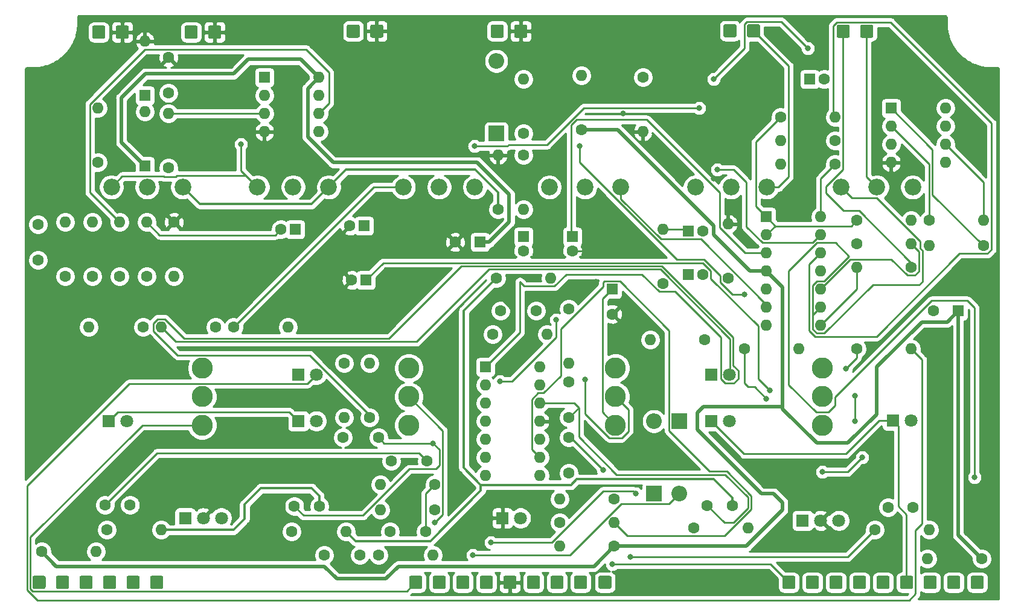
<source format=gbr>
G04 #@! TF.GenerationSoftware,KiCad,Pcbnew,5.1.7*
G04 #@! TF.CreationDate,2020-10-09T10:19:24+01:00*
G04 #@! TF.ProjectId,Phaser,50686173-6572-42e6-9b69-6361645f7063,V2.0*
G04 #@! TF.SameCoordinates,Original*
G04 #@! TF.FileFunction,Copper,L2,Bot*
G04 #@! TF.FilePolarity,Positive*
%FSLAX46Y46*%
G04 Gerber Fmt 4.6, Leading zero omitted, Abs format (unit mm)*
G04 Created by KiCad (PCBNEW 5.1.7) date 2020-10-09 10:19:24*
%MOMM*%
%LPD*%
G01*
G04 APERTURE LIST*
G04 #@! TA.AperFunction,ComponentPad*
%ADD10C,1.600000*%
G04 #@! TD*
G04 #@! TA.AperFunction,ComponentPad*
%ADD11O,1.600000X1.600000*%
G04 #@! TD*
G04 #@! TA.AperFunction,ComponentPad*
%ADD12C,2.963600*%
G04 #@! TD*
G04 #@! TA.AperFunction,ComponentPad*
%ADD13C,2.340000*%
G04 #@! TD*
G04 #@! TA.AperFunction,ComponentPad*
%ADD14R,1.600000X1.600000*%
G04 #@! TD*
G04 #@! TA.AperFunction,ComponentPad*
%ADD15R,2.200000X2.200000*%
G04 #@! TD*
G04 #@! TA.AperFunction,ComponentPad*
%ADD16O,2.200000X2.200000*%
G04 #@! TD*
G04 #@! TA.AperFunction,ComponentPad*
%ADD17R,1.800000X1.800000*%
G04 #@! TD*
G04 #@! TA.AperFunction,ComponentPad*
%ADD18C,1.800000*%
G04 #@! TD*
G04 #@! TA.AperFunction,ViaPad*
%ADD19C,0.800000*%
G04 #@! TD*
G04 #@! TA.AperFunction,Conductor*
%ADD20C,0.500000*%
G04 #@! TD*
G04 #@! TA.AperFunction,Conductor*
%ADD21C,0.250000*%
G04 #@! TD*
G04 #@! TA.AperFunction,Conductor*
%ADD22C,0.350000*%
G04 #@! TD*
G04 #@! TA.AperFunction,Conductor*
%ADD23C,0.254000*%
G04 #@! TD*
G04 #@! TA.AperFunction,Conductor*
%ADD24C,0.152400*%
G04 #@! TD*
G04 APERTURE END LIST*
D10*
X66040000Y-114300000D03*
D11*
X73660000Y-114300000D03*
D12*
X88532140Y-96557600D03*
X88532140Y-92557600D03*
X88532140Y-88557600D03*
D13*
X75826620Y-63145080D03*
X80826620Y-63145080D03*
X85826620Y-63145080D03*
D10*
X65532000Y-73406000D03*
X65532000Y-68406000D03*
D14*
X127508000Y-70866000D03*
D10*
X124008000Y-70866000D03*
X140462000Y-72104000D03*
D14*
X140462000Y-70104000D03*
D10*
X83820000Y-44958000D03*
X83820000Y-49958000D03*
D14*
X133604000Y-70104000D03*
D10*
X133604000Y-72104000D03*
X158718000Y-69342000D03*
D14*
X156718000Y-69342000D03*
X156718000Y-75438000D03*
D10*
X158718000Y-75438000D03*
X108284000Y-98298000D03*
X113284000Y-98298000D03*
D14*
X146050000Y-77470000D03*
D10*
X146050000Y-80970000D03*
X191064000Y-80518000D03*
D14*
X194564000Y-80518000D03*
X111506000Y-76200000D03*
D10*
X109506000Y-76200000D03*
X109252000Y-68580000D03*
D14*
X111252000Y-68580000D03*
D10*
X115062000Y-101600000D03*
X120062000Y-101600000D03*
X114888000Y-111506000D03*
X119888000Y-111506000D03*
X139954000Y-98298000D03*
X139954000Y-103298000D03*
X175736000Y-48006000D03*
D14*
X173736000Y-48006000D03*
D10*
X139954000Y-90504000D03*
X139954000Y-95504000D03*
X110664000Y-114808000D03*
X105664000Y-114808000D03*
X135382000Y-80518000D03*
X130382000Y-80518000D03*
D14*
X101600000Y-69088000D03*
D10*
X99600000Y-69088000D03*
D15*
X129794000Y-55626000D03*
D16*
X129794000Y-45466000D03*
D11*
X80518000Y-52578000D03*
D14*
X80518000Y-60198000D03*
X80518000Y-50292000D03*
D11*
X80518000Y-42672000D03*
D17*
X159966620Y-89473700D03*
D18*
X162506620Y-89473700D03*
X104551440Y-89476240D03*
D17*
X102011440Y-89476240D03*
D15*
X155448000Y-96012000D03*
D16*
X155448000Y-106172000D03*
X151892000Y-96012000D03*
D15*
X151892000Y-106172000D03*
D17*
X130649100Y-109593380D03*
D18*
X133189100Y-109593380D03*
D17*
X172757660Y-109951180D03*
D18*
X175297660Y-109951180D03*
X177837660Y-109951180D03*
X91234700Y-109590840D03*
X88694700Y-109590840D03*
D17*
X86154700Y-109590840D03*
D18*
X104559100Y-95978980D03*
D17*
X102019100Y-95978980D03*
X75438000Y-96012000D03*
D18*
X77978000Y-96012000D03*
D17*
X185385320Y-95900380D03*
D18*
X187925320Y-95900380D03*
X162506660Y-96014540D03*
D17*
X159966660Y-96014540D03*
G04 #@! TA.AperFunction,ComponentPad*
G36*
G01*
X128996000Y-41950001D02*
X128996000Y-40599999D01*
G75*
G02*
X129245999Y-40350000I249999J0D01*
G01*
X130596001Y-40350000D01*
G75*
G02*
X130846000Y-40599999I0J-249999D01*
G01*
X130846000Y-41950001D01*
G75*
G02*
X130596001Y-42200000I-249999J0D01*
G01*
X129245999Y-42200000D01*
G75*
G02*
X128996000Y-41950001I0J249999D01*
G01*
G37*
G04 #@! TD.AperFunction*
G04 #@! TA.AperFunction,ComponentPad*
G36*
G01*
X73116000Y-42077001D02*
X73116000Y-40726999D01*
G75*
G02*
X73365999Y-40477000I249999J0D01*
G01*
X74716001Y-40477000D01*
G75*
G02*
X74966000Y-40726999I0J-249999D01*
G01*
X74966000Y-42077001D01*
G75*
G02*
X74716001Y-42327000I-249999J0D01*
G01*
X73365999Y-42327000D01*
G75*
G02*
X73116000Y-42077001I0J249999D01*
G01*
G37*
G04 #@! TD.AperFunction*
G04 #@! TA.AperFunction,ComponentPad*
G36*
G01*
X76418000Y-42077001D02*
X76418000Y-40726999D01*
G75*
G02*
X76667999Y-40477000I249999J0D01*
G01*
X78018001Y-40477000D01*
G75*
G02*
X78268000Y-40726999I0J-249999D01*
G01*
X78268000Y-42077001D01*
G75*
G02*
X78018001Y-42327000I-249999J0D01*
G01*
X76667999Y-42327000D01*
G75*
G02*
X76418000Y-42077001I0J249999D01*
G01*
G37*
G04 #@! TD.AperFunction*
G04 #@! TA.AperFunction,ComponentPad*
G36*
G01*
X169890000Y-119293001D02*
X169890000Y-117942999D01*
G75*
G02*
X170139999Y-117693000I249999J0D01*
G01*
X171490001Y-117693000D01*
G75*
G02*
X171740000Y-117942999I0J-249999D01*
G01*
X171740000Y-119293001D01*
G75*
G02*
X171490001Y-119543000I-249999J0D01*
G01*
X170139999Y-119543000D01*
G75*
G02*
X169890000Y-119293001I0J249999D01*
G01*
G37*
G04 #@! TD.AperFunction*
G04 #@! TA.AperFunction,ComponentPad*
G36*
G01*
X180812000Y-41950001D02*
X180812000Y-40599999D01*
G75*
G02*
X181061999Y-40350000I249999J0D01*
G01*
X182412001Y-40350000D01*
G75*
G02*
X182662000Y-40599999I0J-249999D01*
G01*
X182662000Y-41950001D01*
G75*
G02*
X182412001Y-42200000I-249999J0D01*
G01*
X181061999Y-42200000D01*
G75*
G02*
X180812000Y-41950001I0J249999D01*
G01*
G37*
G04 #@! TD.AperFunction*
G04 #@! TA.AperFunction,ComponentPad*
G36*
G01*
X177510000Y-41950001D02*
X177510000Y-40599999D01*
G75*
G02*
X177759999Y-40350000I249999J0D01*
G01*
X179110001Y-40350000D01*
G75*
G02*
X179360000Y-40599999I0J-249999D01*
G01*
X179360000Y-41950001D01*
G75*
G02*
X179110001Y-42200000I-249999J0D01*
G01*
X177759999Y-42200000D01*
G75*
G02*
X177510000Y-41950001I0J249999D01*
G01*
G37*
G04 #@! TD.AperFunction*
G04 #@! TA.AperFunction,ComponentPad*
G36*
G01*
X164937000Y-41900001D02*
X164937000Y-40549999D01*
G75*
G02*
X165186999Y-40300000I249999J0D01*
G01*
X166537001Y-40300000D01*
G75*
G02*
X166787000Y-40549999I0J-249999D01*
G01*
X166787000Y-41900001D01*
G75*
G02*
X166537001Y-42150000I-249999J0D01*
G01*
X165186999Y-42150000D01*
G75*
G02*
X164937000Y-41900001I0J249999D01*
G01*
G37*
G04 #@! TD.AperFunction*
G04 #@! TA.AperFunction,ComponentPad*
G36*
G01*
X161635000Y-41900001D02*
X161635000Y-40549999D01*
G75*
G02*
X161884999Y-40300000I249999J0D01*
G01*
X163235001Y-40300000D01*
G75*
G02*
X163485000Y-40549999I0J-249999D01*
G01*
X163485000Y-41900001D01*
G75*
G02*
X163235001Y-42150000I-249999J0D01*
G01*
X161884999Y-42150000D01*
G75*
G02*
X161635000Y-41900001I0J249999D01*
G01*
G37*
G04 #@! TD.AperFunction*
G04 #@! TA.AperFunction,ComponentPad*
G36*
G01*
X173192000Y-119293001D02*
X173192000Y-117942999D01*
G75*
G02*
X173441999Y-117693000I249999J0D01*
G01*
X174792001Y-117693000D01*
G75*
G02*
X175042000Y-117942999I0J-249999D01*
G01*
X175042000Y-119293001D01*
G75*
G02*
X174792001Y-119543000I-249999J0D01*
G01*
X173441999Y-119543000D01*
G75*
G02*
X173192000Y-119293001I0J249999D01*
G01*
G37*
G04 #@! TD.AperFunction*
G04 #@! TA.AperFunction,ComponentPad*
G36*
G01*
X176494000Y-119293001D02*
X176494000Y-117942999D01*
G75*
G02*
X176743999Y-117693000I249999J0D01*
G01*
X178094001Y-117693000D01*
G75*
G02*
X178344000Y-117942999I0J-249999D01*
G01*
X178344000Y-119293001D01*
G75*
G02*
X178094001Y-119543000I-249999J0D01*
G01*
X176743999Y-119543000D01*
G75*
G02*
X176494000Y-119293001I0J249999D01*
G01*
G37*
G04 #@! TD.AperFunction*
G04 #@! TA.AperFunction,ComponentPad*
G36*
G01*
X137378000Y-119293001D02*
X137378000Y-117942999D01*
G75*
G02*
X137627999Y-117693000I249999J0D01*
G01*
X138978001Y-117693000D01*
G75*
G02*
X139228000Y-117942999I0J-249999D01*
G01*
X139228000Y-119293001D01*
G75*
G02*
X138978001Y-119543000I-249999J0D01*
G01*
X137627999Y-119543000D01*
G75*
G02*
X137378000Y-119293001I0J249999D01*
G01*
G37*
G04 #@! TD.AperFunction*
G04 #@! TA.AperFunction,ComponentPad*
G36*
G01*
X108803000Y-41950001D02*
X108803000Y-40599999D01*
G75*
G02*
X109052999Y-40350000I249999J0D01*
G01*
X110403001Y-40350000D01*
G75*
G02*
X110653000Y-40599999I0J-249999D01*
G01*
X110653000Y-41950001D01*
G75*
G02*
X110403001Y-42200000I-249999J0D01*
G01*
X109052999Y-42200000D01*
G75*
G02*
X108803000Y-41950001I0J249999D01*
G01*
G37*
G04 #@! TD.AperFunction*
G04 #@! TA.AperFunction,ComponentPad*
G36*
G01*
X140680000Y-119293001D02*
X140680000Y-117942999D01*
G75*
G02*
X140929999Y-117693000I249999J0D01*
G01*
X142280001Y-117693000D01*
G75*
G02*
X142530000Y-117942999I0J-249999D01*
G01*
X142530000Y-119293001D01*
G75*
G02*
X142280001Y-119543000I-249999J0D01*
G01*
X140929999Y-119543000D01*
G75*
G02*
X140680000Y-119293001I0J249999D01*
G01*
G37*
G04 #@! TD.AperFunction*
G04 #@! TA.AperFunction,ComponentPad*
G36*
G01*
X144109000Y-119293001D02*
X144109000Y-117942999D01*
G75*
G02*
X144358999Y-117693000I249999J0D01*
G01*
X145709001Y-117693000D01*
G75*
G02*
X145959000Y-117942999I0J-249999D01*
G01*
X145959000Y-119293001D01*
G75*
G02*
X145709001Y-119543000I-249999J0D01*
G01*
X144358999Y-119543000D01*
G75*
G02*
X144109000Y-119293001I0J249999D01*
G01*
G37*
G04 #@! TD.AperFunction*
G04 #@! TA.AperFunction,ComponentPad*
G36*
G01*
X112105000Y-41950001D02*
X112105000Y-40599999D01*
G75*
G02*
X112354999Y-40350000I249999J0D01*
G01*
X113705001Y-40350000D01*
G75*
G02*
X113955000Y-40599999I0J-249999D01*
G01*
X113955000Y-41950001D01*
G75*
G02*
X113705001Y-42200000I-249999J0D01*
G01*
X112354999Y-42200000D01*
G75*
G02*
X112105000Y-41950001I0J249999D01*
G01*
G37*
G04 #@! TD.AperFunction*
G04 #@! TA.AperFunction,ComponentPad*
G36*
G01*
X189702000Y-119293001D02*
X189702000Y-117942999D01*
G75*
G02*
X189951999Y-117693000I249999J0D01*
G01*
X191302001Y-117693000D01*
G75*
G02*
X191552000Y-117942999I0J-249999D01*
G01*
X191552000Y-119293001D01*
G75*
G02*
X191302001Y-119543000I-249999J0D01*
G01*
X189951999Y-119543000D01*
G75*
G02*
X189702000Y-119293001I0J249999D01*
G01*
G37*
G04 #@! TD.AperFunction*
G04 #@! TA.AperFunction,ComponentPad*
G36*
G01*
X193004000Y-119293001D02*
X193004000Y-117942999D01*
G75*
G02*
X193253999Y-117693000I249999J0D01*
G01*
X194604001Y-117693000D01*
G75*
G02*
X194854000Y-117942999I0J-249999D01*
G01*
X194854000Y-119293001D01*
G75*
G02*
X194604001Y-119543000I-249999J0D01*
G01*
X193253999Y-119543000D01*
G75*
G02*
X193004000Y-119293001I0J249999D01*
G01*
G37*
G04 #@! TD.AperFunction*
G04 #@! TA.AperFunction,ComponentPad*
G36*
G01*
X196306000Y-119293001D02*
X196306000Y-117942999D01*
G75*
G02*
X196555999Y-117693000I249999J0D01*
G01*
X197906001Y-117693000D01*
G75*
G02*
X198156000Y-117942999I0J-249999D01*
G01*
X198156000Y-119293001D01*
G75*
G02*
X197906001Y-119543000I-249999J0D01*
G01*
X196555999Y-119543000D01*
G75*
G02*
X196306000Y-119293001I0J249999D01*
G01*
G37*
G04 #@! TD.AperFunction*
G04 #@! TA.AperFunction,ComponentPad*
G36*
G01*
X86070000Y-42077001D02*
X86070000Y-40726999D01*
G75*
G02*
X86319999Y-40477000I249999J0D01*
G01*
X87670001Y-40477000D01*
G75*
G02*
X87920000Y-40726999I0J-249999D01*
G01*
X87920000Y-42077001D01*
G75*
G02*
X87670001Y-42327000I-249999J0D01*
G01*
X86319999Y-42327000D01*
G75*
G02*
X86070000Y-42077001I0J249999D01*
G01*
G37*
G04 #@! TD.AperFunction*
G04 #@! TA.AperFunction,ComponentPad*
G36*
G01*
X89372000Y-42077001D02*
X89372000Y-40726999D01*
G75*
G02*
X89621999Y-40477000I249999J0D01*
G01*
X90972001Y-40477000D01*
G75*
G02*
X91222000Y-40726999I0J-249999D01*
G01*
X91222000Y-42077001D01*
G75*
G02*
X90972001Y-42327000I-249999J0D01*
G01*
X89621999Y-42327000D01*
G75*
G02*
X89372000Y-42077001I0J249999D01*
G01*
G37*
G04 #@! TD.AperFunction*
G04 #@! TA.AperFunction,ComponentPad*
G36*
G01*
X132298000Y-41950001D02*
X132298000Y-40599999D01*
G75*
G02*
X132547999Y-40350000I249999J0D01*
G01*
X133898001Y-40350000D01*
G75*
G02*
X134148000Y-40599999I0J-249999D01*
G01*
X134148000Y-41950001D01*
G75*
G02*
X133898001Y-42200000I-249999J0D01*
G01*
X132547999Y-42200000D01*
G75*
G02*
X132298000Y-41950001I0J249999D01*
G01*
G37*
G04 #@! TD.AperFunction*
G04 #@! TA.AperFunction,ComponentPad*
G36*
G01*
X64746700Y-119293001D02*
X64746700Y-117942999D01*
G75*
G02*
X64996699Y-117693000I249999J0D01*
G01*
X66346701Y-117693000D01*
G75*
G02*
X66596700Y-117942999I0J-249999D01*
G01*
X66596700Y-119293001D01*
G75*
G02*
X66346701Y-119543000I-249999J0D01*
G01*
X64996699Y-119543000D01*
G75*
G02*
X64746700Y-119293001I0J249999D01*
G01*
G37*
G04 #@! TD.AperFunction*
G04 #@! TA.AperFunction,ComponentPad*
G36*
G01*
X68036000Y-119293001D02*
X68036000Y-117942999D01*
G75*
G02*
X68285999Y-117693000I249999J0D01*
G01*
X69636001Y-117693000D01*
G75*
G02*
X69886000Y-117942999I0J-249999D01*
G01*
X69886000Y-119293001D01*
G75*
G02*
X69636001Y-119543000I-249999J0D01*
G01*
X68285999Y-119543000D01*
G75*
G02*
X68036000Y-119293001I0J249999D01*
G01*
G37*
G04 #@! TD.AperFunction*
G04 #@! TA.AperFunction,ComponentPad*
G36*
G01*
X71338000Y-119293001D02*
X71338000Y-117942999D01*
G75*
G02*
X71587999Y-117693000I249999J0D01*
G01*
X72938001Y-117693000D01*
G75*
G02*
X73188000Y-117942999I0J-249999D01*
G01*
X73188000Y-119293001D01*
G75*
G02*
X72938001Y-119543000I-249999J0D01*
G01*
X71587999Y-119543000D01*
G75*
G02*
X71338000Y-119293001I0J249999D01*
G01*
G37*
G04 #@! TD.AperFunction*
G04 #@! TA.AperFunction,ComponentPad*
G36*
G01*
X74640000Y-119293001D02*
X74640000Y-117942999D01*
G75*
G02*
X74889999Y-117693000I249999J0D01*
G01*
X76240001Y-117693000D01*
G75*
G02*
X76490000Y-117942999I0J-249999D01*
G01*
X76490000Y-119293001D01*
G75*
G02*
X76240001Y-119543000I-249999J0D01*
G01*
X74889999Y-119543000D01*
G75*
G02*
X74640000Y-119293001I0J249999D01*
G01*
G37*
G04 #@! TD.AperFunction*
G04 #@! TA.AperFunction,ComponentPad*
G36*
G01*
X77942000Y-119293001D02*
X77942000Y-117942999D01*
G75*
G02*
X78191999Y-117693000I249999J0D01*
G01*
X79542001Y-117693000D01*
G75*
G02*
X79792000Y-117942999I0J-249999D01*
G01*
X79792000Y-119293001D01*
G75*
G02*
X79542001Y-119543000I-249999J0D01*
G01*
X78191999Y-119543000D01*
G75*
G02*
X77942000Y-119293001I0J249999D01*
G01*
G37*
G04 #@! TD.AperFunction*
G04 #@! TA.AperFunction,ComponentPad*
G36*
G01*
X81244000Y-119293001D02*
X81244000Y-117942999D01*
G75*
G02*
X81493999Y-117693000I249999J0D01*
G01*
X82844001Y-117693000D01*
G75*
G02*
X83094000Y-117942999I0J-249999D01*
G01*
X83094000Y-119293001D01*
G75*
G02*
X82844001Y-119543000I-249999J0D01*
G01*
X81493999Y-119543000D01*
G75*
G02*
X81244000Y-119293001I0J249999D01*
G01*
G37*
G04 #@! TD.AperFunction*
G04 #@! TA.AperFunction,ComponentPad*
G36*
G01*
X186400000Y-119293001D02*
X186400000Y-117942999D01*
G75*
G02*
X186649999Y-117693000I249999J0D01*
G01*
X188000001Y-117693000D01*
G75*
G02*
X188250000Y-117942999I0J-249999D01*
G01*
X188250000Y-119293001D01*
G75*
G02*
X188000001Y-119543000I-249999J0D01*
G01*
X186649999Y-119543000D01*
G75*
G02*
X186400000Y-119293001I0J249999D01*
G01*
G37*
G04 #@! TD.AperFunction*
G04 #@! TA.AperFunction,ComponentPad*
G36*
G01*
X183098000Y-119293001D02*
X183098000Y-117942999D01*
G75*
G02*
X183347999Y-117693000I249999J0D01*
G01*
X184698001Y-117693000D01*
G75*
G02*
X184948000Y-117942999I0J-249999D01*
G01*
X184948000Y-119293001D01*
G75*
G02*
X184698001Y-119543000I-249999J0D01*
G01*
X183347999Y-119543000D01*
G75*
G02*
X183098000Y-119293001I0J249999D01*
G01*
G37*
G04 #@! TD.AperFunction*
G04 #@! TA.AperFunction,ComponentPad*
G36*
G01*
X179796000Y-119293001D02*
X179796000Y-117942999D01*
G75*
G02*
X180045999Y-117693000I249999J0D01*
G01*
X181396001Y-117693000D01*
G75*
G02*
X181646000Y-117942999I0J-249999D01*
G01*
X181646000Y-119293001D01*
G75*
G02*
X181396001Y-119543000I-249999J0D01*
G01*
X180045999Y-119543000D01*
G75*
G02*
X179796000Y-119293001I0J249999D01*
G01*
G37*
G04 #@! TD.AperFunction*
G04 #@! TA.AperFunction,ComponentPad*
G36*
G01*
X127472000Y-119293001D02*
X127472000Y-117942999D01*
G75*
G02*
X127721999Y-117693000I249999J0D01*
G01*
X129072001Y-117693000D01*
G75*
G02*
X129322000Y-117942999I0J-249999D01*
G01*
X129322000Y-119293001D01*
G75*
G02*
X129072001Y-119543000I-249999J0D01*
G01*
X127721999Y-119543000D01*
G75*
G02*
X127472000Y-119293001I0J249999D01*
G01*
G37*
G04 #@! TD.AperFunction*
G04 #@! TA.AperFunction,ComponentPad*
G36*
G01*
X130774000Y-119293001D02*
X130774000Y-117942999D01*
G75*
G02*
X131023999Y-117693000I249999J0D01*
G01*
X132374001Y-117693000D01*
G75*
G02*
X132624000Y-117942999I0J-249999D01*
G01*
X132624000Y-119293001D01*
G75*
G02*
X132374001Y-119543000I-249999J0D01*
G01*
X131023999Y-119543000D01*
G75*
G02*
X130774000Y-119293001I0J249999D01*
G01*
G37*
G04 #@! TD.AperFunction*
G04 #@! TA.AperFunction,ComponentPad*
G36*
G01*
X134076000Y-119293001D02*
X134076000Y-117942999D01*
G75*
G02*
X134325999Y-117693000I249999J0D01*
G01*
X135676001Y-117693000D01*
G75*
G02*
X135926000Y-117942999I0J-249999D01*
G01*
X135926000Y-119293001D01*
G75*
G02*
X135676001Y-119543000I-249999J0D01*
G01*
X134325999Y-119543000D01*
G75*
G02*
X134076000Y-119293001I0J249999D01*
G01*
G37*
G04 #@! TD.AperFunction*
G04 #@! TA.AperFunction,ComponentPad*
G36*
G01*
X117566000Y-119293001D02*
X117566000Y-117942999D01*
G75*
G02*
X117815999Y-117693000I249999J0D01*
G01*
X119166001Y-117693000D01*
G75*
G02*
X119416000Y-117942999I0J-249999D01*
G01*
X119416000Y-119293001D01*
G75*
G02*
X119166001Y-119543000I-249999J0D01*
G01*
X117815999Y-119543000D01*
G75*
G02*
X117566000Y-119293001I0J249999D01*
G01*
G37*
G04 #@! TD.AperFunction*
G04 #@! TA.AperFunction,ComponentPad*
G36*
G01*
X120868000Y-119293001D02*
X120868000Y-117942999D01*
G75*
G02*
X121117999Y-117693000I249999J0D01*
G01*
X122468001Y-117693000D01*
G75*
G02*
X122718000Y-117942999I0J-249999D01*
G01*
X122718000Y-119293001D01*
G75*
G02*
X122468001Y-119543000I-249999J0D01*
G01*
X121117999Y-119543000D01*
G75*
G02*
X120868000Y-119293001I0J249999D01*
G01*
G37*
G04 #@! TD.AperFunction*
G04 #@! TA.AperFunction,ComponentPad*
G36*
G01*
X124170000Y-119293001D02*
X124170000Y-117942999D01*
G75*
G02*
X124419999Y-117693000I249999J0D01*
G01*
X125770001Y-117693000D01*
G75*
G02*
X126020000Y-117942999I0J-249999D01*
G01*
X126020000Y-119293001D01*
G75*
G02*
X125770001Y-119543000I-249999J0D01*
G01*
X124419999Y-119543000D01*
G75*
G02*
X124170000Y-119293001I0J249999D01*
G01*
G37*
G04 #@! TD.AperFunction*
D10*
X133604000Y-55626000D03*
D11*
X133604000Y-48006000D03*
D10*
X73914000Y-59690000D03*
D11*
X73914000Y-52070000D03*
D10*
X133604000Y-58674000D03*
D11*
X133604000Y-66294000D03*
D10*
X130048000Y-66294000D03*
D11*
X130048000Y-58674000D03*
X141732000Y-47498000D03*
D10*
X141732000Y-55118000D03*
X150368000Y-47752000D03*
D11*
X150368000Y-55372000D03*
X83820000Y-52832000D03*
D10*
X83820000Y-60452000D03*
D11*
X162306000Y-68326000D03*
D10*
X162306000Y-75946000D03*
D11*
X153162000Y-69088000D03*
D10*
X153162000Y-76708000D03*
X108458000Y-87884000D03*
D11*
X108458000Y-95504000D03*
D10*
X129794000Y-75946000D03*
D11*
X137414000Y-75946000D03*
X108712000Y-111506000D03*
D10*
X101092000Y-111506000D03*
D11*
X112014000Y-87884000D03*
D10*
X112014000Y-95504000D03*
D11*
X113538000Y-104902000D03*
D10*
X121158000Y-104902000D03*
X180340000Y-67818000D03*
D11*
X187960000Y-67818000D03*
D10*
X75184000Y-111252000D03*
D11*
X82804000Y-111252000D03*
D10*
X190500000Y-67818000D03*
D11*
X198120000Y-67818000D03*
X187960000Y-71120000D03*
D10*
X180340000Y-71120000D03*
X113284000Y-114808000D03*
D11*
X120904000Y-114808000D03*
X113538000Y-108458000D03*
D10*
X121158000Y-108458000D03*
D11*
X190500000Y-71374000D03*
D10*
X198120000Y-71374000D03*
D11*
X180340000Y-74422000D03*
D10*
X187960000Y-74422000D03*
D11*
X138684000Y-106934000D03*
D10*
X146304000Y-106934000D03*
X182880000Y-111252000D03*
D11*
X190500000Y-111252000D03*
D10*
X169672000Y-53340000D03*
D11*
X177292000Y-53340000D03*
D10*
X138684000Y-110236000D03*
D11*
X146304000Y-110236000D03*
D10*
X92964000Y-82804000D03*
D11*
X100584000Y-82804000D03*
X169672000Y-56642000D03*
D10*
X177292000Y-56642000D03*
D11*
X82804000Y-82804000D03*
D10*
X90424000Y-82804000D03*
D11*
X139954000Y-87884000D03*
D10*
X139954000Y-80264000D03*
X80264000Y-82804000D03*
D11*
X72644000Y-82804000D03*
D10*
X177292000Y-59944000D03*
D11*
X169672000Y-59944000D03*
X165100000Y-110998000D03*
D10*
X157480000Y-110998000D03*
D11*
X172212000Y-85852000D03*
D10*
X164592000Y-85852000D03*
X180340000Y-85852000D03*
D11*
X187960000Y-85852000D03*
D10*
X69342000Y-75692000D03*
D11*
X69342000Y-68072000D03*
X151384000Y-84582000D03*
D10*
X159004000Y-84582000D03*
D11*
X76962000Y-68072000D03*
D10*
X76962000Y-75692000D03*
X73152000Y-75692000D03*
D11*
X73152000Y-68072000D03*
X138684000Y-113538000D03*
D10*
X146304000Y-113538000D03*
D11*
X190246000Y-115316000D03*
D10*
X197866000Y-115316000D03*
D11*
X80772000Y-68072000D03*
D10*
X80772000Y-75692000D03*
X84582000Y-68072000D03*
D11*
X84582000Y-75692000D03*
D10*
X129286000Y-83820000D03*
D11*
X136906000Y-83820000D03*
D10*
X101473000Y-107950000D03*
X104973000Y-107950000D03*
X78430000Y-107777280D03*
X74930000Y-107777280D03*
X184730000Y-108100000D03*
X188230000Y-108100000D03*
X162885000Y-107861100D03*
X159385000Y-107861100D03*
D13*
X188173080Y-63157360D03*
X183173080Y-63157360D03*
X178173080Y-63157360D03*
X157698200Y-63154820D03*
X162698200Y-63154820D03*
X167698200Y-63154820D03*
X116768760Y-63149740D03*
X121768760Y-63149740D03*
X126768760Y-63149740D03*
X106296420Y-63144660D03*
X101296420Y-63144660D03*
X96296420Y-63144660D03*
X147236020Y-63154820D03*
X142236020Y-63154820D03*
X137236020Y-63154820D03*
D12*
X146502560Y-96552520D03*
X146502560Y-92552520D03*
X146502560Y-88552520D03*
X117526240Y-88557600D03*
X117526240Y-92557600D03*
X117526240Y-96557600D03*
X175514000Y-96557600D03*
X175514000Y-92557600D03*
X175514000Y-88557600D03*
D11*
X135890000Y-88392000D03*
X128270000Y-103632000D03*
X135890000Y-90932000D03*
X128270000Y-101092000D03*
X135890000Y-93472000D03*
X128270000Y-98552000D03*
X135890000Y-96012000D03*
X128270000Y-96012000D03*
X135890000Y-98552000D03*
X128270000Y-93472000D03*
X135890000Y-101092000D03*
X128270000Y-90932000D03*
X135890000Y-103632000D03*
D14*
X128270000Y-88392000D03*
X167640000Y-67310000D03*
D11*
X175260000Y-82550000D03*
X167640000Y-69850000D03*
X175260000Y-80010000D03*
X167640000Y-72390000D03*
X175260000Y-77470000D03*
X167640000Y-74930000D03*
X175260000Y-74930000D03*
X167640000Y-77470000D03*
X175260000Y-72390000D03*
X167640000Y-80010000D03*
X175260000Y-69850000D03*
X167640000Y-82550000D03*
X175260000Y-67310000D03*
X104902000Y-47752000D03*
X97282000Y-55372000D03*
X104902000Y-50292000D03*
X97282000Y-52832000D03*
X104902000Y-52832000D03*
X97282000Y-50292000D03*
X104902000Y-55372000D03*
D14*
X97282000Y-47752000D03*
X185166000Y-52070000D03*
D11*
X192786000Y-59690000D03*
X185166000Y-54610000D03*
X192786000Y-57150000D03*
X185166000Y-57150000D03*
X192786000Y-54610000D03*
X185166000Y-59690000D03*
X192786000Y-52070000D03*
D19*
X103886000Y-59436000D03*
X108458000Y-43688000D03*
X172212000Y-50546000D03*
X167894000Y-53086000D03*
X129540000Y-78486000D03*
X134874000Y-83058000D03*
X131826000Y-81788000D03*
X123698000Y-81788000D03*
X198120000Y-75692000D03*
X194056000Y-75692000D03*
X132842000Y-88138000D03*
X145542000Y-72644000D03*
X143764000Y-76454000D03*
X160274000Y-61976000D03*
X147574000Y-52832000D03*
X120941999Y-99097999D03*
X196850000Y-103886000D03*
X168148000Y-91694000D03*
X160274000Y-48006000D03*
X173482000Y-43688000D03*
X130302000Y-90424000D03*
X138176000Y-81788000D03*
X142240000Y-90170000D03*
X148590000Y-115062000D03*
X144780000Y-102870000D03*
X160782000Y-60706000D03*
X93980000Y-57150000D03*
X126492000Y-114808000D03*
X121158000Y-110236000D03*
X129032000Y-113030000D03*
X149352000Y-106172000D03*
X146050000Y-116078000D03*
X158242000Y-52070000D03*
X126746000Y-57404000D03*
X141478000Y-57404000D03*
X164592000Y-78232000D03*
X167640000Y-92830000D03*
X175514000Y-103124000D03*
X181102000Y-101092000D03*
X180086000Y-96012000D03*
X180086000Y-92456000D03*
X178816000Y-88646000D03*
D20*
X80518000Y-60198000D02*
X77216000Y-56896000D01*
X77216000Y-50643998D02*
X80615998Y-47244000D01*
X77216000Y-56896000D02*
X77216000Y-50643998D01*
X80615998Y-47244000D02*
X92964000Y-47244000D01*
X92964000Y-47244000D02*
X94996000Y-45212000D01*
X102362000Y-45212000D02*
X104902000Y-47752000D01*
X94996000Y-45212000D02*
X102362000Y-45212000D01*
X106925998Y-59690000D02*
X127125782Y-59690000D01*
X131598001Y-68075999D02*
X128808000Y-70866000D01*
X103351999Y-56116001D02*
X106925998Y-59690000D01*
X128808000Y-70866000D02*
X127508000Y-70866000D01*
X103351999Y-49302001D02*
X103351999Y-56116001D01*
X131598001Y-64162219D02*
X131598001Y-68075999D01*
X127125782Y-59690000D02*
X131598001Y-64162219D01*
X104902000Y-47752000D02*
X103351999Y-49302001D01*
D21*
X106934000Y-45212000D02*
X108458000Y-43688000D01*
X133858000Y-84074000D02*
X134874000Y-83058000D01*
X131826000Y-80206315D02*
X130105685Y-78486000D01*
X130105685Y-78486000D02*
X129540000Y-78486000D01*
X131826000Y-81788000D02*
X131826000Y-80206315D01*
X198120000Y-75692000D02*
X194056000Y-75692000D01*
X145002000Y-72104000D02*
X140462000Y-72104000D01*
X145542000Y-72644000D02*
X145002000Y-72104000D01*
X160274000Y-61976000D02*
X153562001Y-55264001D01*
X153562001Y-55264001D02*
X151130000Y-52832000D01*
X151130000Y-52832000D02*
X147574000Y-52832000D01*
X140306999Y-69948999D02*
X140462000Y-70104000D01*
X140306999Y-54433999D02*
X140306999Y-69948999D01*
X141047999Y-53692999D02*
X140306999Y-54433999D01*
X150897999Y-53692999D02*
X141047999Y-53692999D01*
X161143011Y-63938011D02*
X150897999Y-53692999D01*
X161143011Y-68828013D02*
X161143011Y-63938011D01*
X164704998Y-72390000D02*
X161143011Y-68828013D01*
X167640000Y-72390000D02*
X164704998Y-72390000D01*
X97282000Y-52832000D02*
X83820000Y-52832000D01*
D22*
X104973000Y-107950000D02*
X104973000Y-106497000D01*
X104973000Y-106497000D02*
X103886000Y-105410000D01*
X103886000Y-105410000D02*
X96774000Y-105410000D01*
X85826620Y-63145080D02*
X88213540Y-65532000D01*
X103909080Y-65532000D02*
X106296420Y-63144660D01*
X88213540Y-65532000D02*
X103909080Y-65532000D01*
X94488000Y-107696000D02*
X94488000Y-109728000D01*
X96774000Y-105410000D02*
X94488000Y-107696000D01*
X94488000Y-109728000D02*
X92964000Y-111252000D01*
X92964000Y-111252000D02*
X82804000Y-111252000D01*
X162885000Y-106729730D02*
X160295270Y-104140000D01*
X162885000Y-107861100D02*
X162885000Y-106729730D01*
X127633999Y-104957001D02*
X125222000Y-102545002D01*
X140256001Y-104957001D02*
X127633999Y-104957001D01*
X160295270Y-104140000D02*
X141073002Y-104140000D01*
X141073002Y-104140000D02*
X140256001Y-104957001D01*
X125222000Y-80518000D02*
X129794000Y-75946000D01*
X125222000Y-102545002D02*
X125222000Y-80518000D01*
X106296420Y-63144660D02*
X108735080Y-60706000D01*
X130048000Y-63920378D02*
X130048000Y-66294000D01*
X126833622Y-60706000D02*
X130048000Y-63920378D01*
X108735080Y-60706000D02*
X126833622Y-60706000D01*
X127633999Y-105721003D02*
X127633999Y-104957001D01*
X120524001Y-112831001D02*
X127633999Y-105721003D01*
X110037001Y-112831001D02*
X120524001Y-112831001D01*
X108712000Y-111506000D02*
X110037001Y-112831001D01*
D21*
X156464000Y-69088000D02*
X156718000Y-69342000D01*
X153162000Y-69088000D02*
X156464000Y-69088000D01*
X120941999Y-99097999D02*
X120941999Y-99097999D01*
X121832991Y-99988991D02*
X120941999Y-99097999D01*
X121832991Y-102195009D02*
X121832991Y-99988991D01*
X102748001Y-109225001D02*
X111105997Y-109225001D01*
X111105997Y-109225001D02*
X117605997Y-102725001D01*
X114083999Y-99097999D02*
X113284000Y-98298000D01*
X101473000Y-107950000D02*
X102748001Y-109225001D01*
X117605997Y-102725001D02*
X121302999Y-102725001D01*
X121302999Y-102725001D02*
X121832991Y-102195009D01*
X120941999Y-99097999D02*
X114083999Y-99097999D01*
X144695759Y-94745719D02*
X146502560Y-96552520D01*
X144695759Y-78824241D02*
X144695759Y-94745719D01*
X146050000Y-77470000D02*
X144695759Y-78824241D01*
D20*
X143483999Y-116358001D02*
X146304000Y-113538000D01*
X107442000Y-118110000D02*
X114300000Y-118110000D01*
X68098001Y-116358001D02*
X105690001Y-116358001D01*
X116051999Y-116358001D02*
X143483999Y-116358001D01*
X105690001Y-116358001D02*
X107442000Y-118110000D01*
X114300000Y-118110000D02*
X116051999Y-116358001D01*
X194564000Y-112014000D02*
X197866000Y-115316000D01*
X194564000Y-80518000D02*
X194564000Y-112014000D01*
X169926000Y-77216000D02*
X167640000Y-74930000D01*
X169926000Y-93980000D02*
X169926000Y-77216000D01*
X158851198Y-93980000D02*
X169926000Y-93980000D01*
X166974118Y-106172000D02*
X157988000Y-97185882D01*
X168656000Y-106172000D02*
X166974118Y-106172000D01*
X169926000Y-108466002D02*
X169926000Y-107442000D01*
X157988000Y-97185882D02*
X157988000Y-94843198D01*
X169926000Y-107442000D02*
X168656000Y-106172000D01*
X164854002Y-113538000D02*
X169926000Y-108466002D01*
X157988000Y-94843198D02*
X158851198Y-93980000D01*
X146304000Y-113538000D02*
X164854002Y-113538000D01*
X146788002Y-55118000D02*
X141732000Y-55118000D01*
X160268001Y-68597999D02*
X146788002Y-55118000D01*
X160268001Y-69844001D02*
X160268001Y-68597999D01*
X165354000Y-74930000D02*
X160268001Y-69844001D01*
X167640000Y-74930000D02*
X165354000Y-74930000D01*
X68098001Y-116358001D02*
X66040000Y-114300000D01*
X174713334Y-99060000D02*
X169926000Y-94272666D01*
X169926000Y-94272666D02*
X169926000Y-93980000D01*
X179102549Y-99060000D02*
X174713334Y-99060000D01*
X194564000Y-80518000D02*
X193013999Y-82068001D01*
X193013999Y-82068001D02*
X189449997Y-82068001D01*
X189449997Y-82068001D02*
X183134000Y-88383998D01*
X183134000Y-88383998D02*
X183134000Y-95028549D01*
X183134000Y-95028549D02*
X179102549Y-99060000D01*
D21*
X174134999Y-83090001D02*
X174134999Y-81135001D01*
X175800001Y-83675001D02*
X174719999Y-83675001D01*
X182626012Y-76848990D02*
X175800001Y-83675001D01*
X174134999Y-81135001D02*
X175260000Y-80010000D01*
X189535011Y-76402989D02*
X189089010Y-76848990D01*
X189089010Y-76848990D02*
X182626012Y-76848990D01*
X189535011Y-72058601D02*
X189535011Y-76402989D01*
X189230000Y-71753590D02*
X189535011Y-72058601D01*
X174719999Y-83675001D02*
X174134999Y-83090001D01*
X189230000Y-70724998D02*
X189230000Y-71753590D01*
X183157363Y-64652361D02*
X189230000Y-70724998D01*
X179668081Y-64652361D02*
X183157363Y-64652361D01*
X178173080Y-63157360D02*
X179668081Y-64652361D01*
X195864001Y-79092999D02*
X196850000Y-80078998D01*
X179246601Y-72846989D02*
X177374613Y-70975001D01*
X175748591Y-76344999D02*
X179246601Y-72846989D01*
X174134999Y-83090001D02*
X174134999Y-76929999D01*
X174134999Y-76929999D02*
X174719999Y-76344999D01*
X177374613Y-70975001D02*
X174771409Y-70975001D01*
X196850000Y-80078998D02*
X196850000Y-103886000D01*
X170801010Y-74945400D02*
X170801010Y-90905074D01*
X170801010Y-90905074D02*
X174646735Y-94750799D01*
X190823999Y-79092999D02*
X195864001Y-79092999D01*
X177320801Y-92596197D02*
X190823999Y-79092999D01*
X177320801Y-93811263D02*
X177320801Y-92596197D01*
X176381265Y-94750799D02*
X177320801Y-93811263D01*
X174771409Y-70975001D02*
X170801010Y-74945400D01*
X174719999Y-76344999D02*
X175748591Y-76344999D01*
X174646735Y-94750799D02*
X176381265Y-94750799D01*
X113935021Y-73770979D02*
X111506000Y-76200000D01*
X158715981Y-73770979D02*
X113935021Y-73770979D01*
X159843001Y-75978001D02*
X159843001Y-74897999D01*
X166514999Y-82649999D02*
X159843001Y-75978001D01*
X166514999Y-90060999D02*
X166514999Y-82649999D01*
X159843001Y-74897999D02*
X158715981Y-73770979D01*
X168148000Y-91694000D02*
X166514999Y-90060999D01*
X181737000Y-61721280D02*
X183173080Y-63157360D01*
X181737000Y-41275000D02*
X181737000Y-61721280D01*
X164611990Y-43668010D02*
X164611990Y-40311820D01*
X160274000Y-48006000D02*
X164611990Y-43668010D01*
X164611990Y-40311820D02*
X164948820Y-39974990D01*
X164948820Y-39974990D02*
X169768990Y-39974990D01*
X169768990Y-39974990D02*
X173482000Y-43688000D01*
X138176000Y-84215002D02*
X138176000Y-81788000D01*
X130302000Y-90424000D02*
X131967002Y-90424000D01*
X131967002Y-90424000D02*
X138176000Y-84215002D01*
X148309361Y-97419785D02*
X148309361Y-94359321D01*
X147369825Y-98359321D02*
X148309361Y-97419785D01*
X145635295Y-98359321D02*
X147369825Y-98359321D01*
X142240000Y-94964026D02*
X145635295Y-98359321D01*
X148309361Y-94359321D02*
X146502560Y-92552520D01*
X142240000Y-90170000D02*
X142240000Y-94964026D01*
X128270000Y-88392000D02*
X133096000Y-83566000D01*
X133096000Y-83566000D02*
X133096000Y-76454000D01*
X103639001Y-86750799D02*
X112014000Y-95125798D01*
X81678999Y-83344001D02*
X85085797Y-86750799D01*
X81678999Y-82263999D02*
X81678999Y-83344001D01*
X82263999Y-81678999D02*
X81678999Y-82263999D01*
X83344001Y-81678999D02*
X82263999Y-81678999D01*
X86050992Y-84385990D02*
X83344001Y-81678999D01*
X124915011Y-74220989D02*
X114750010Y-84385990D01*
X163010010Y-84254598D02*
X152976401Y-74220989D01*
X152976401Y-74220989D02*
X124915011Y-74220989D01*
X163731621Y-88885699D02*
X163010010Y-88164088D01*
X163731621Y-90061701D02*
X163731621Y-88885699D01*
X85085797Y-86750799D02*
X103639001Y-86750799D01*
X163094621Y-90698701D02*
X163731621Y-90061701D01*
X161918619Y-90698701D02*
X163094621Y-90698701D01*
X112014000Y-95125798D02*
X112014000Y-95504000D01*
X161281619Y-90061701D02*
X161918619Y-90698701D01*
X163010010Y-88164088D02*
X163010010Y-84254598D01*
X161281619Y-84242619D02*
X161281619Y-90061701D01*
X154872001Y-77833001D02*
X161281619Y-84242619D01*
X152621999Y-77833001D02*
X154872001Y-77833001D01*
X150194997Y-75405999D02*
X152621999Y-77833001D01*
X114750010Y-84385990D02*
X86050992Y-84385990D01*
X139619003Y-75405999D02*
X143034001Y-75405999D01*
X137954001Y-77071001D02*
X139619003Y-75405999D01*
X133713001Y-77071001D02*
X137954001Y-77071001D01*
X133096000Y-76454000D02*
X133713001Y-77071001D01*
X143034001Y-75405999D02*
X150194997Y-75405999D01*
X118936999Y-100474999D02*
X120062000Y-101600000D01*
X82232281Y-100474999D02*
X118936999Y-100474999D01*
X74930000Y-107777280D02*
X82232281Y-100474999D01*
X119888000Y-106172000D02*
X121158000Y-104902000D01*
X119888000Y-111506000D02*
X119888000Y-106172000D01*
X182880000Y-111252000D02*
X179070000Y-115062000D01*
X179070000Y-115062000D02*
X148590000Y-115062000D01*
X140208000Y-98298000D02*
X139954000Y-98298000D01*
X144780000Y-102870000D02*
X140208000Y-98298000D01*
X167099999Y-70975001D02*
X164846000Y-68721002D01*
X175260000Y-69850000D02*
X174134999Y-70975001D01*
X174134999Y-70975001D02*
X167099999Y-70975001D01*
X164846000Y-68721002D02*
X164846000Y-62484000D01*
X164846000Y-62484000D02*
X163068000Y-60706000D01*
X163068000Y-60706000D02*
X160782000Y-60706000D01*
X140747974Y-93472000D02*
X135890000Y-93472000D01*
X141366987Y-94091013D02*
X140747974Y-93472000D01*
X141366987Y-98186987D02*
X141366987Y-94091013D01*
X161909990Y-103489990D02*
X146669990Y-103489990D01*
X159385000Y-107861100D02*
X161759900Y-110236000D01*
X161759900Y-110236000D02*
X163068000Y-110236000D01*
X146669990Y-103489990D02*
X141366987Y-98186987D01*
X163068000Y-110236000D02*
X165100000Y-108204000D01*
X165100000Y-106680000D02*
X161909990Y-103489990D01*
X165100000Y-108204000D02*
X165100000Y-106680000D01*
X139954000Y-95504000D02*
X141366987Y-94091013D01*
X85037019Y-61500079D02*
X94651839Y-61500079D01*
X84810097Y-61727001D02*
X85037019Y-61500079D01*
X94651839Y-61500079D02*
X96296420Y-63144660D01*
X83207999Y-61727001D02*
X84810097Y-61727001D01*
X83131077Y-61650079D02*
X83207999Y-61727001D01*
X77321621Y-61650079D02*
X83131077Y-61650079D01*
X75826620Y-63145080D02*
X77321621Y-61650079D01*
X93980000Y-60828240D02*
X96296420Y-63144660D01*
X93980000Y-57150000D02*
X93980000Y-60828240D01*
X98800001Y-69887999D02*
X99600000Y-69088000D01*
X82587999Y-69887999D02*
X98800001Y-69887999D01*
X80772000Y-68072000D02*
X82587999Y-69887999D01*
X76699201Y-94750799D02*
X75438000Y-96012000D01*
X100790919Y-94750799D02*
X76699201Y-94750799D01*
X102019100Y-95978980D02*
X100790919Y-94750799D01*
X154022999Y-107597001D02*
X155448000Y-106172000D01*
X147306001Y-107597001D02*
X154022999Y-107597001D01*
X140095002Y-114808000D02*
X147306001Y-107597001D01*
X126492000Y-114808000D02*
X140095002Y-114808000D01*
X187325000Y-109082002D02*
X186182000Y-107939002D01*
X187325000Y-118618000D02*
X187325000Y-109082002D01*
X186182000Y-96697060D02*
X185385320Y-95900380D01*
X186182000Y-107939002D02*
X186182000Y-96697060D01*
X185385320Y-95900380D02*
X183499620Y-95900380D01*
X183499620Y-95900380D02*
X178816000Y-100584000D01*
X164536120Y-100584000D02*
X159966660Y-96014540D01*
X178816000Y-100584000D02*
X164536120Y-100584000D01*
X82804000Y-82804000D02*
X84836000Y-84836000D01*
X84836000Y-84836000D02*
X118618000Y-84836000D01*
X152790001Y-74670999D02*
X162560000Y-84440998D01*
X118618000Y-84836000D02*
X128783001Y-74670999D01*
X128783001Y-74670999D02*
X152790001Y-74670999D01*
X162560000Y-89420320D02*
X162506620Y-89473700D01*
X162560000Y-84440998D02*
X162560000Y-89420320D01*
X103276881Y-90750799D02*
X104551440Y-89476240D01*
X63971680Y-105093318D02*
X78314199Y-90750799D01*
X63971680Y-119717580D02*
X63971680Y-105093318D01*
X78314199Y-90750799D02*
X103276881Y-90750799D01*
X65412100Y-121158000D02*
X63971680Y-119717580D01*
X187666020Y-121158000D02*
X65412100Y-121158000D01*
X188575010Y-120249010D02*
X187666020Y-121158000D01*
X188575010Y-111289988D02*
X188575010Y-120249010D01*
X189505001Y-87397001D02*
X189505001Y-110359997D01*
X189505001Y-110359997D02*
X188575010Y-111289988D01*
X187960000Y-85852000D02*
X189505001Y-87397001D01*
X122283001Y-109110999D02*
X121158000Y-110236000D01*
X117526240Y-92557600D02*
X122283001Y-97314361D01*
X122283001Y-97314361D02*
X122283001Y-109110999D01*
X148988999Y-105808999D02*
X149352000Y-106172000D01*
X144780000Y-105808999D02*
X148988999Y-105808999D01*
X129032000Y-113030000D02*
X137558999Y-113030000D01*
X137558999Y-113030000D02*
X144780000Y-105808999D01*
X168275000Y-116078000D02*
X170815000Y-118618000D01*
X146050000Y-116078000D02*
X168275000Y-116078000D01*
X187960000Y-73772998D02*
X187960000Y-74422000D01*
X180664501Y-66477499D02*
X178491499Y-66477499D01*
X180664501Y-66477499D02*
X187960000Y-73772998D01*
X178491499Y-66477499D02*
X176022000Y-64008000D01*
X178435000Y-60682838D02*
X178435000Y-41275000D01*
X176022000Y-63095838D02*
X178435000Y-60682838D01*
X176022000Y-64008000D02*
X176022000Y-63095838D01*
X170797001Y-46160001D02*
X165862000Y-41225000D01*
X170797001Y-61710648D02*
X170797001Y-46160001D01*
X169352829Y-63154820D02*
X170797001Y-61710648D01*
X167698200Y-63154820D02*
X169352829Y-63154820D01*
X80149398Y-96557600D02*
X88532140Y-96557600D01*
X118491000Y-118618000D02*
X117240990Y-119868010D01*
X117240990Y-119868010D02*
X64758520Y-119868010D01*
X64758520Y-119868010D02*
X64421690Y-119531180D01*
X64421690Y-119531180D02*
X64421690Y-112285308D01*
X64421690Y-112285308D02*
X80149398Y-96557600D01*
X168947999Y-68617999D02*
X167640000Y-67310000D01*
X179540001Y-68617999D02*
X168947999Y-68617999D01*
X180340000Y-67818000D02*
X179540001Y-68617999D01*
X168872001Y-68617999D02*
X167640000Y-69850000D01*
X168947999Y-68617999D02*
X168872001Y-68617999D01*
X166203199Y-56808801D02*
X169672000Y-53340000D01*
X166203199Y-65873199D02*
X166203199Y-56808801D01*
X167640000Y-67310000D02*
X166203199Y-65873199D01*
X189085001Y-72245001D02*
X187960000Y-71120000D01*
X189085001Y-74962001D02*
X189085001Y-72245001D01*
X188500001Y-75547001D02*
X189085001Y-74962001D01*
X187419999Y-75547001D02*
X188500001Y-75547001D01*
X179433001Y-73296999D02*
X185169997Y-73296999D01*
X185169997Y-73296999D02*
X187419999Y-75547001D01*
X175260000Y-77470000D02*
X179433001Y-73296999D01*
X190500000Y-59944000D02*
X190500000Y-67818000D01*
X185166000Y-54610000D02*
X190500000Y-59944000D01*
X198120000Y-62484000D02*
X192786000Y-57150000D01*
X198120000Y-67818000D02*
X198120000Y-62484000D01*
X180340000Y-77470000D02*
X180340000Y-74422000D01*
X175260000Y-82550000D02*
X180340000Y-77470000D01*
X190950009Y-64204009D02*
X198120000Y-71374000D01*
X190950009Y-57854009D02*
X190950009Y-64204009D01*
X185166000Y-52070000D02*
X190950009Y-57854009D01*
X158242000Y-52070000D02*
X142034588Y-52070000D01*
X142034588Y-52070000D02*
X136878587Y-57226001D01*
X136878587Y-57226001D02*
X131519001Y-57226001D01*
X131519001Y-57226001D02*
X131394001Y-57351001D01*
X131394001Y-57351001D02*
X126439001Y-57351001D01*
X161817409Y-112123001D02*
X148191001Y-112123001D01*
X165550009Y-108390401D02*
X161817409Y-112123001D01*
X159690978Y-103039980D02*
X162096391Y-103039981D01*
X154022999Y-83257997D02*
X154022999Y-97372001D01*
X147110001Y-76344999D02*
X154022999Y-83257997D01*
X144989999Y-76344999D02*
X147110001Y-76344999D01*
X148191001Y-112123001D02*
X146304000Y-110236000D01*
X144780000Y-77103002D02*
X144780000Y-76554998D01*
X162096391Y-103039981D02*
X165550010Y-106493600D01*
X138828999Y-83054003D02*
X144780000Y-77103002D01*
X144780000Y-76554998D02*
X144989999Y-76344999D01*
X138828999Y-89658003D02*
X138828999Y-83054003D01*
X136430001Y-92057001D02*
X138828999Y-89658003D01*
X165550010Y-106493600D02*
X165550009Y-108390401D01*
X154022999Y-97372001D02*
X159690978Y-103039980D01*
X135639997Y-92057001D02*
X136430001Y-92057001D01*
X134764999Y-92931999D02*
X135639997Y-92057001D01*
X134764999Y-99966999D02*
X134764999Y-92931999D01*
X135890000Y-101092000D02*
X134764999Y-99966999D01*
X177038000Y-40508810D02*
X177038000Y-53086000D01*
X177038000Y-53086000D02*
X177292000Y-53340000D01*
X174533599Y-84125011D02*
X183123541Y-84125011D01*
X173684990Y-83276402D02*
X174533599Y-84125011D01*
X199245001Y-54211001D02*
X185058990Y-40024990D01*
X173684989Y-73965011D02*
X173684990Y-83276402D01*
X175260000Y-72390000D02*
X173684989Y-73965011D01*
X177521820Y-40024990D02*
X177038000Y-40508810D01*
X194749551Y-72499001D02*
X198660001Y-72499001D01*
X198660001Y-72499001D02*
X199245001Y-71914001D01*
X199245001Y-71914001D02*
X199245001Y-54211001D01*
X183123541Y-84125011D02*
X194749551Y-72499001D01*
X185058990Y-40024990D02*
X177521820Y-40024990D01*
X112618260Y-63149740D02*
X116768760Y-63149740D01*
X92964000Y-82804000D02*
X112618260Y-63149740D01*
X175260000Y-61976000D02*
X175260000Y-67310000D01*
X177292000Y-59944000D02*
X175260000Y-61976000D01*
X103092001Y-43832999D02*
X106327001Y-47067999D01*
X80485999Y-43832999D02*
X103092001Y-43832999D01*
X72788999Y-51529999D02*
X80485999Y-43832999D01*
X106327001Y-47067999D02*
X106327001Y-51406999D01*
X72788999Y-63898999D02*
X72788999Y-51529999D01*
X106327001Y-51406999D02*
X104902000Y-52832000D01*
X76962000Y-68072000D02*
X72788999Y-63898999D01*
X147236020Y-64827022D02*
X147236020Y-63154820D01*
X152875999Y-70467001D02*
X147236020Y-64827022D01*
X158492003Y-70467001D02*
X152875999Y-70467001D01*
X167640000Y-79614998D02*
X158492003Y-70467001D01*
X167640000Y-80010000D02*
X167640000Y-79614998D01*
X161180999Y-76486001D02*
X162926998Y-78232000D01*
X141478000Y-57404000D02*
X141478000Y-59705412D01*
X161180999Y-75599587D02*
X161180999Y-76486001D01*
X162926998Y-78232000D02*
X164592000Y-78232000D01*
X141478000Y-59705412D02*
X155093557Y-73320969D01*
X155093557Y-73320969D02*
X158902382Y-73320970D01*
X158902382Y-73320970D02*
X161180999Y-75599587D01*
X164592000Y-85852000D02*
X164592000Y-90678000D01*
X164592000Y-90678000D02*
X165100000Y-91186000D01*
X165100000Y-91186000D02*
X165996000Y-91186000D01*
X165996000Y-91186000D02*
X167640000Y-92830000D01*
X175514000Y-103124000D02*
X179070000Y-103124000D01*
X179070000Y-103124000D02*
X181102000Y-101092000D01*
X180086000Y-96012000D02*
X180086000Y-92456000D01*
X180340000Y-87122000D02*
X180340000Y-85852000D01*
X178816000Y-88646000D02*
X180340000Y-87122000D01*
D23*
X192705718Y-39068764D02*
X192766502Y-39086773D01*
X192800958Y-39104931D01*
X192850175Y-39144794D01*
X192875038Y-39174735D01*
X192905264Y-39230426D01*
X192916791Y-39267657D01*
X192926978Y-39364726D01*
X192926978Y-40214591D01*
X192927426Y-40219141D01*
X192928709Y-40322582D01*
X192929396Y-40328794D01*
X192928969Y-40335025D01*
X192929341Y-40345280D01*
X192938104Y-40547553D01*
X192939294Y-40555932D01*
X192939027Y-40564394D01*
X192939778Y-40574629D01*
X192955998Y-40776423D01*
X192957487Y-40784701D01*
X192957531Y-40793104D01*
X192958657Y-40803304D01*
X192982280Y-41004356D01*
X192984062Y-41012530D01*
X192984413Y-41020892D01*
X192985912Y-41031044D01*
X193016884Y-41231086D01*
X193018961Y-41239177D01*
X193019616Y-41247497D01*
X193021485Y-41257587D01*
X193059754Y-41456355D01*
X193062125Y-41464361D01*
X193063083Y-41472647D01*
X193065320Y-41482662D01*
X193110832Y-41679889D01*
X193113498Y-41687814D01*
X193114761Y-41696074D01*
X193117363Y-41706001D01*
X193170064Y-41901422D01*
X193173032Y-41909281D01*
X193174604Y-41917522D01*
X193177569Y-41927347D01*
X193237407Y-42120695D01*
X193240679Y-42128480D01*
X193242565Y-42136710D01*
X193245891Y-42146419D01*
X193312812Y-42337429D01*
X193316398Y-42345151D01*
X193318606Y-42353375D01*
X193322289Y-42362954D01*
X193396241Y-42551360D01*
X193399098Y-42556959D01*
X193400915Y-42562976D01*
X193404893Y-42572436D01*
X193458065Y-42696455D01*
X193461081Y-42701939D01*
X193463074Y-42707869D01*
X193467342Y-42717201D01*
X193552808Y-42900664D01*
X193557117Y-42907956D01*
X193560108Y-42915875D01*
X193564717Y-42925044D01*
X193656894Y-43105222D01*
X193661441Y-43112306D01*
X193664700Y-43120059D01*
X193669643Y-43129052D01*
X193768382Y-43305721D01*
X193773162Y-43312598D01*
X193776686Y-43320190D01*
X193781956Y-43328995D01*
X193887104Y-43501928D01*
X193892118Y-43508605D01*
X193895908Y-43516045D01*
X193901497Y-43524652D01*
X194012902Y-43693620D01*
X194018158Y-43700112D01*
X194022217Y-43707405D01*
X194028116Y-43715801D01*
X194145628Y-43880578D01*
X194151123Y-43886878D01*
X194155455Y-43894033D01*
X194161659Y-43902208D01*
X194285124Y-44062566D01*
X194290873Y-44068689D01*
X194295485Y-44075711D01*
X194301984Y-44083652D01*
X194431252Y-44239366D01*
X194437260Y-44245312D01*
X194442153Y-44252194D01*
X194448940Y-44259890D01*
X194583859Y-44410732D01*
X194590131Y-44416497D01*
X194595322Y-44423254D01*
X194602391Y-44430694D01*
X194742809Y-44576436D01*
X194747597Y-44580520D01*
X194751581Y-44585386D01*
X194758876Y-44592603D01*
X194855459Y-44686818D01*
X194860346Y-44690732D01*
X194864456Y-44695446D01*
X194871971Y-44702434D01*
X195021137Y-44839203D01*
X195027913Y-44844294D01*
X195033710Y-44850467D01*
X195041479Y-44857173D01*
X195195593Y-44988341D01*
X195202501Y-44993143D01*
X195208481Y-44999059D01*
X195216491Y-45005475D01*
X195375326Y-45130890D01*
X195382373Y-45135413D01*
X195388538Y-45141081D01*
X195396777Y-45147199D01*
X195560106Y-45266711D01*
X195567294Y-45270961D01*
X195573643Y-45276383D01*
X195582101Y-45282195D01*
X195749697Y-45395654D01*
X195757041Y-45399641D01*
X195763579Y-45404823D01*
X195772244Y-45410322D01*
X195943879Y-45517572D01*
X195951372Y-45521291D01*
X195958108Y-45526240D01*
X195966968Y-45531418D01*
X196142416Y-45632311D01*
X196150076Y-45635770D01*
X196157015Y-45640485D01*
X196166059Y-45645335D01*
X196345094Y-45739716D01*
X196352917Y-45742908D01*
X196360076Y-45747396D01*
X196369293Y-45751909D01*
X196551686Y-45839628D01*
X196559686Y-45842553D01*
X196567060Y-45846804D01*
X196576437Y-45850972D01*
X196761962Y-45931879D01*
X196767947Y-45933819D01*
X196773491Y-45936790D01*
X196782993Y-45940665D01*
X196908294Y-45990744D01*
X196914299Y-45992487D01*
X196919898Y-45995268D01*
X196929516Y-45998848D01*
X197119687Y-46068118D01*
X197127892Y-46070227D01*
X197135602Y-46073708D01*
X197145345Y-46076931D01*
X197337944Y-46139136D01*
X197346163Y-46140928D01*
X197353946Y-46144103D01*
X197363801Y-46146965D01*
X197558559Y-46202051D01*
X197566796Y-46203532D01*
X197574658Y-46206408D01*
X197584612Y-46208907D01*
X197781267Y-46256821D01*
X197789532Y-46257996D01*
X197797470Y-46260575D01*
X197807509Y-46262708D01*
X198005793Y-46303397D01*
X198014094Y-46304269D01*
X198022116Y-46306554D01*
X198032225Y-46308319D01*
X198231873Y-46341730D01*
X198240218Y-46342299D01*
X198248335Y-46344293D01*
X198258503Y-46345687D01*
X198459248Y-46371765D01*
X198467638Y-46372029D01*
X198475849Y-46373729D01*
X198486061Y-46374749D01*
X198687637Y-46393443D01*
X198696084Y-46393398D01*
X198704406Y-46394804D01*
X198714648Y-46395446D01*
X198916790Y-46406701D01*
X198925293Y-46406343D01*
X198933729Y-46407448D01*
X198943988Y-46407711D01*
X199117176Y-46410931D01*
X199123988Y-46411602D01*
X199978370Y-46411602D01*
X200055718Y-46418764D01*
X200116502Y-46436773D01*
X200150958Y-46454931D01*
X200200175Y-46494794D01*
X200225038Y-46524735D01*
X200255264Y-46580426D01*
X200266791Y-46617657D01*
X200276977Y-46714716D01*
X200275020Y-120931000D01*
X188967822Y-120931000D01*
X189086013Y-120812809D01*
X189115011Y-120789011D01*
X189160385Y-120733723D01*
X189209984Y-120673287D01*
X189280556Y-120541257D01*
X189298756Y-120481257D01*
X189324013Y-120397996D01*
X189335010Y-120286343D01*
X189335010Y-120286333D01*
X189338686Y-120249010D01*
X189335010Y-120211688D01*
X189335010Y-119929967D01*
X189458613Y-120031405D01*
X189612149Y-120113472D01*
X189778745Y-120164008D01*
X189951999Y-120181072D01*
X191302001Y-120181072D01*
X191475255Y-120164008D01*
X191641851Y-120113472D01*
X191795387Y-120031405D01*
X191929962Y-119920962D01*
X192040405Y-119786387D01*
X192122472Y-119632851D01*
X192173008Y-119466255D01*
X192190072Y-119293001D01*
X192190072Y-117942999D01*
X192365928Y-117942999D01*
X192365928Y-119293001D01*
X192382992Y-119466255D01*
X192433528Y-119632851D01*
X192515595Y-119786387D01*
X192626038Y-119920962D01*
X192760613Y-120031405D01*
X192914149Y-120113472D01*
X193080745Y-120164008D01*
X193253999Y-120181072D01*
X194604001Y-120181072D01*
X194777255Y-120164008D01*
X194943851Y-120113472D01*
X195097387Y-120031405D01*
X195231962Y-119920962D01*
X195342405Y-119786387D01*
X195424472Y-119632851D01*
X195475008Y-119466255D01*
X195492072Y-119293001D01*
X195492072Y-117942999D01*
X195667928Y-117942999D01*
X195667928Y-119293001D01*
X195684992Y-119466255D01*
X195735528Y-119632851D01*
X195817595Y-119786387D01*
X195928038Y-119920962D01*
X196062613Y-120031405D01*
X196216149Y-120113472D01*
X196382745Y-120164008D01*
X196555999Y-120181072D01*
X197906001Y-120181072D01*
X198079255Y-120164008D01*
X198245851Y-120113472D01*
X198399387Y-120031405D01*
X198533962Y-119920962D01*
X198644405Y-119786387D01*
X198726472Y-119632851D01*
X198777008Y-119466255D01*
X198794072Y-119293001D01*
X198794072Y-117942999D01*
X198777008Y-117769745D01*
X198726472Y-117603149D01*
X198644405Y-117449613D01*
X198533962Y-117315038D01*
X198399387Y-117204595D01*
X198245851Y-117122528D01*
X198079255Y-117071992D01*
X197906001Y-117054928D01*
X196555999Y-117054928D01*
X196382745Y-117071992D01*
X196216149Y-117122528D01*
X196062613Y-117204595D01*
X195928038Y-117315038D01*
X195817595Y-117449613D01*
X195735528Y-117603149D01*
X195684992Y-117769745D01*
X195667928Y-117942999D01*
X195492072Y-117942999D01*
X195475008Y-117769745D01*
X195424472Y-117603149D01*
X195342405Y-117449613D01*
X195231962Y-117315038D01*
X195097387Y-117204595D01*
X194943851Y-117122528D01*
X194777255Y-117071992D01*
X194604001Y-117054928D01*
X193253999Y-117054928D01*
X193080745Y-117071992D01*
X192914149Y-117122528D01*
X192760613Y-117204595D01*
X192626038Y-117315038D01*
X192515595Y-117449613D01*
X192433528Y-117603149D01*
X192382992Y-117769745D01*
X192365928Y-117942999D01*
X192190072Y-117942999D01*
X192173008Y-117769745D01*
X192122472Y-117603149D01*
X192040405Y-117449613D01*
X191929962Y-117315038D01*
X191795387Y-117204595D01*
X191641851Y-117122528D01*
X191475255Y-117071992D01*
X191302001Y-117054928D01*
X189951999Y-117054928D01*
X189778745Y-117071992D01*
X189612149Y-117122528D01*
X189458613Y-117204595D01*
X189335010Y-117306033D01*
X189335010Y-116433155D01*
X189566273Y-116587680D01*
X189827426Y-116695853D01*
X190104665Y-116751000D01*
X190387335Y-116751000D01*
X190664574Y-116695853D01*
X190925727Y-116587680D01*
X191160759Y-116430637D01*
X191360637Y-116230759D01*
X191517680Y-115995727D01*
X191625853Y-115734574D01*
X191681000Y-115457335D01*
X191681000Y-115174665D01*
X191625853Y-114897426D01*
X191517680Y-114636273D01*
X191360637Y-114401241D01*
X191160759Y-114201363D01*
X190925727Y-114044320D01*
X190664574Y-113936147D01*
X190387335Y-113881000D01*
X190104665Y-113881000D01*
X189827426Y-113936147D01*
X189566273Y-114044320D01*
X189335010Y-114198845D01*
X189335010Y-112091400D01*
X189385363Y-112166759D01*
X189585241Y-112366637D01*
X189820273Y-112523680D01*
X190081426Y-112631853D01*
X190358665Y-112687000D01*
X190641335Y-112687000D01*
X190918574Y-112631853D01*
X191179727Y-112523680D01*
X191414759Y-112366637D01*
X191614637Y-112166759D01*
X191771680Y-111931727D01*
X191879853Y-111670574D01*
X191935000Y-111393335D01*
X191935000Y-111110665D01*
X191879853Y-110833426D01*
X191771680Y-110572273D01*
X191614637Y-110337241D01*
X191414759Y-110137363D01*
X191179727Y-109980320D01*
X190918574Y-109872147D01*
X190641335Y-109817000D01*
X190358665Y-109817000D01*
X190265001Y-109835631D01*
X190265001Y-87434323D01*
X190268677Y-87397000D01*
X190265001Y-87359677D01*
X190265001Y-87359668D01*
X190254004Y-87248015D01*
X190210547Y-87104754D01*
X190139975Y-86972725D01*
X190045002Y-86857000D01*
X190016005Y-86833203D01*
X189358688Y-86175886D01*
X189395000Y-85993335D01*
X189395000Y-85710665D01*
X189339853Y-85433426D01*
X189231680Y-85172273D01*
X189074637Y-84937241D01*
X188874759Y-84737363D01*
X188639727Y-84580320D01*
X188378574Y-84472147D01*
X188310893Y-84458684D01*
X189816576Y-82953001D01*
X192970530Y-82953001D01*
X193013999Y-82957282D01*
X193057468Y-82953001D01*
X193057476Y-82953001D01*
X193187489Y-82940196D01*
X193354312Y-82889590D01*
X193508058Y-82807412D01*
X193642816Y-82696818D01*
X193670533Y-82663045D01*
X193679000Y-82654578D01*
X193679001Y-111970521D01*
X193674719Y-112014000D01*
X193691805Y-112187490D01*
X193742412Y-112354313D01*
X193824590Y-112508059D01*
X193907468Y-112609046D01*
X193907471Y-112609049D01*
X193935184Y-112642817D01*
X193968951Y-112670529D01*
X196437983Y-115139561D01*
X196431000Y-115174665D01*
X196431000Y-115457335D01*
X196486147Y-115734574D01*
X196594320Y-115995727D01*
X196751363Y-116230759D01*
X196951241Y-116430637D01*
X197186273Y-116587680D01*
X197447426Y-116695853D01*
X197724665Y-116751000D01*
X198007335Y-116751000D01*
X198284574Y-116695853D01*
X198545727Y-116587680D01*
X198780759Y-116430637D01*
X198980637Y-116230759D01*
X199137680Y-115995727D01*
X199245853Y-115734574D01*
X199301000Y-115457335D01*
X199301000Y-115174665D01*
X199245853Y-114897426D01*
X199137680Y-114636273D01*
X198980637Y-114401241D01*
X198780759Y-114201363D01*
X198545727Y-114044320D01*
X198284574Y-113936147D01*
X198007335Y-113881000D01*
X197724665Y-113881000D01*
X197689561Y-113887983D01*
X195449000Y-111647422D01*
X195449000Y-81947701D01*
X195488482Y-81943812D01*
X195608180Y-81907502D01*
X195718494Y-81848537D01*
X195815185Y-81769185D01*
X195894537Y-81672494D01*
X195953502Y-81562180D01*
X195989812Y-81442482D01*
X196002072Y-81318000D01*
X196002072Y-80305872D01*
X196090000Y-80393800D01*
X196090001Y-103182288D01*
X196046063Y-103226226D01*
X195932795Y-103395744D01*
X195854774Y-103584102D01*
X195815000Y-103784061D01*
X195815000Y-103987939D01*
X195854774Y-104187898D01*
X195932795Y-104376256D01*
X196046063Y-104545774D01*
X196190226Y-104689937D01*
X196359744Y-104803205D01*
X196548102Y-104881226D01*
X196748061Y-104921000D01*
X196951939Y-104921000D01*
X197151898Y-104881226D01*
X197340256Y-104803205D01*
X197509774Y-104689937D01*
X197653937Y-104545774D01*
X197767205Y-104376256D01*
X197845226Y-104187898D01*
X197885000Y-103987939D01*
X197885000Y-103784061D01*
X197845226Y-103584102D01*
X197767205Y-103395744D01*
X197653937Y-103226226D01*
X197610000Y-103182289D01*
X197610000Y-80116320D01*
X197613676Y-80078997D01*
X197610000Y-80041674D01*
X197610000Y-80041665D01*
X197599003Y-79930012D01*
X197555546Y-79786751D01*
X197484974Y-79654722D01*
X197390001Y-79538997D01*
X197361004Y-79515200D01*
X196427805Y-78582001D01*
X196404002Y-78552998D01*
X196288277Y-78458025D01*
X196156248Y-78387453D01*
X196012987Y-78343996D01*
X195901334Y-78332999D01*
X195901323Y-78332999D01*
X195864001Y-78329323D01*
X195826679Y-78332999D01*
X190861324Y-78332999D01*
X190823999Y-78329323D01*
X190786674Y-78332999D01*
X190786666Y-78332999D01*
X190675013Y-78343996D01*
X190531752Y-78387453D01*
X190399723Y-78458025D01*
X190283998Y-78552998D01*
X190260200Y-78581996D01*
X179752484Y-89089713D01*
X179811226Y-88947898D01*
X179851000Y-88747939D01*
X179851000Y-88685802D01*
X180851009Y-87685794D01*
X180880001Y-87662001D01*
X180903795Y-87633008D01*
X180903799Y-87633004D01*
X180974973Y-87546277D01*
X180974974Y-87546276D01*
X181045546Y-87414247D01*
X181089003Y-87270986D01*
X181100000Y-87159333D01*
X181100000Y-87159324D01*
X181103676Y-87122001D01*
X181100000Y-87084678D01*
X181100000Y-87070043D01*
X181254759Y-86966637D01*
X181454637Y-86766759D01*
X181611680Y-86531727D01*
X181719853Y-86270574D01*
X181775000Y-85993335D01*
X181775000Y-85710665D01*
X181719853Y-85433426D01*
X181611680Y-85172273D01*
X181454637Y-84937241D01*
X181402407Y-84885011D01*
X183086219Y-84885011D01*
X183123541Y-84888687D01*
X183160863Y-84885011D01*
X183160874Y-84885011D01*
X183272527Y-84874014D01*
X183415788Y-84830557D01*
X183547817Y-84759985D01*
X183663542Y-84665012D01*
X183687345Y-84636008D01*
X195064353Y-73259001D01*
X198622679Y-73259001D01*
X198660001Y-73262677D01*
X198697323Y-73259001D01*
X198697334Y-73259001D01*
X198808987Y-73248004D01*
X198952248Y-73204547D01*
X199084277Y-73133975D01*
X199200002Y-73039002D01*
X199223804Y-73009999D01*
X199756005Y-72477799D01*
X199785002Y-72454002D01*
X199834255Y-72393987D01*
X199879975Y-72338278D01*
X199950547Y-72206248D01*
X199971347Y-72137677D01*
X199994004Y-72062987D01*
X200005001Y-71951334D01*
X200005001Y-71951324D01*
X200008677Y-71914001D01*
X200005001Y-71876678D01*
X200005001Y-54248323D01*
X200008677Y-54211000D01*
X200005001Y-54173677D01*
X200005001Y-54173668D01*
X199994004Y-54062015D01*
X199950547Y-53918754D01*
X199940623Y-53900188D01*
X199879975Y-53786724D01*
X199808800Y-53699998D01*
X199785002Y-53671000D01*
X199756004Y-53647202D01*
X185622794Y-39513993D01*
X185598991Y-39484989D01*
X185483266Y-39390016D01*
X185351237Y-39319444D01*
X185207976Y-39275987D01*
X185096323Y-39264990D01*
X185096312Y-39264990D01*
X185058990Y-39261314D01*
X185021668Y-39264990D01*
X177559143Y-39264990D01*
X177521820Y-39261314D01*
X177484497Y-39264990D01*
X177484487Y-39264990D01*
X177372834Y-39275987D01*
X177229573Y-39319444D01*
X177097544Y-39390016D01*
X176981819Y-39484989D01*
X176958016Y-39513993D01*
X176527003Y-39945006D01*
X176497999Y-39968809D01*
X176447845Y-40029922D01*
X176403026Y-40084534D01*
X176347935Y-40187602D01*
X176332454Y-40216564D01*
X176288997Y-40359825D01*
X176278000Y-40471478D01*
X176278000Y-40471488D01*
X176274324Y-40508810D01*
X176278000Y-40546132D01*
X176278000Y-46674925D01*
X176222004Y-46648429D01*
X175947816Y-46579700D01*
X175665488Y-46565783D01*
X175385870Y-46607213D01*
X175119708Y-46702397D01*
X174997691Y-46767616D01*
X174987185Y-46754815D01*
X174890494Y-46675463D01*
X174780180Y-46616498D01*
X174660482Y-46580188D01*
X174536000Y-46567928D01*
X172936000Y-46567928D01*
X172811518Y-46580188D01*
X172691820Y-46616498D01*
X172581506Y-46675463D01*
X172484815Y-46754815D01*
X172405463Y-46851506D01*
X172346498Y-46961820D01*
X172310188Y-47081518D01*
X172297928Y-47206000D01*
X172297928Y-48806000D01*
X172310188Y-48930482D01*
X172346498Y-49050180D01*
X172405463Y-49160494D01*
X172484815Y-49257185D01*
X172581506Y-49336537D01*
X172691820Y-49395502D01*
X172811518Y-49431812D01*
X172936000Y-49444072D01*
X174536000Y-49444072D01*
X174660482Y-49431812D01*
X174780180Y-49395502D01*
X174890494Y-49336537D01*
X174987185Y-49257185D01*
X174997807Y-49244242D01*
X175249996Y-49363571D01*
X175524184Y-49432300D01*
X175806512Y-49446217D01*
X176086130Y-49404787D01*
X176278001Y-49336171D01*
X176278001Y-52324603D01*
X176177363Y-52425241D01*
X176020320Y-52660273D01*
X175912147Y-52921426D01*
X175857000Y-53198665D01*
X175857000Y-53481335D01*
X175912147Y-53758574D01*
X176020320Y-54019727D01*
X176177363Y-54254759D01*
X176377241Y-54454637D01*
X176612273Y-54611680D01*
X176873426Y-54719853D01*
X177150665Y-54775000D01*
X177433335Y-54775000D01*
X177675000Y-54726929D01*
X177675000Y-55255071D01*
X177433335Y-55207000D01*
X177150665Y-55207000D01*
X176873426Y-55262147D01*
X176612273Y-55370320D01*
X176377241Y-55527363D01*
X176177363Y-55727241D01*
X176020320Y-55962273D01*
X175912147Y-56223426D01*
X175857000Y-56500665D01*
X175857000Y-56783335D01*
X175912147Y-57060574D01*
X176020320Y-57321727D01*
X176177363Y-57556759D01*
X176377241Y-57756637D01*
X176612273Y-57913680D01*
X176873426Y-58021853D01*
X177150665Y-58077000D01*
X177433335Y-58077000D01*
X177675000Y-58028929D01*
X177675000Y-58557071D01*
X177433335Y-58509000D01*
X177150665Y-58509000D01*
X176873426Y-58564147D01*
X176612273Y-58672320D01*
X176377241Y-58829363D01*
X176177363Y-59029241D01*
X176020320Y-59264273D01*
X175912147Y-59525426D01*
X175857000Y-59802665D01*
X175857000Y-60085335D01*
X175893312Y-60267886D01*
X174749003Y-61412196D01*
X174719999Y-61435999D01*
X174667410Y-61500079D01*
X174625026Y-61551724D01*
X174586494Y-61623812D01*
X174554454Y-61683754D01*
X174510997Y-61827015D01*
X174500000Y-61938668D01*
X174500000Y-61938678D01*
X174496324Y-61976000D01*
X174500000Y-62013323D01*
X174500001Y-66091956D01*
X174345241Y-66195363D01*
X174145363Y-66395241D01*
X173988320Y-66630273D01*
X173880147Y-66891426D01*
X173825000Y-67168665D01*
X173825000Y-67451335D01*
X173880147Y-67728574D01*
X173933757Y-67857999D01*
X169262801Y-67857999D01*
X169078072Y-67673270D01*
X169078072Y-66510000D01*
X169065812Y-66385518D01*
X169029502Y-66265820D01*
X168970537Y-66155506D01*
X168891185Y-66058815D01*
X168794494Y-65979463D01*
X168684180Y-65920498D01*
X168564482Y-65884188D01*
X168440000Y-65871928D01*
X167276730Y-65871928D01*
X166963199Y-65558398D01*
X166963199Y-64804091D01*
X167171701Y-64890455D01*
X167520423Y-64959820D01*
X167875977Y-64959820D01*
X168224699Y-64890455D01*
X168553188Y-64754391D01*
X168848821Y-64556855D01*
X169100235Y-64305441D01*
X169297771Y-64009808D01*
X169336269Y-63916865D01*
X169352829Y-63918496D01*
X169390151Y-63914820D01*
X169390162Y-63914820D01*
X169501815Y-63903823D01*
X169645076Y-63860366D01*
X169777105Y-63789794D01*
X169892830Y-63694821D01*
X169916633Y-63665817D01*
X171308005Y-62274446D01*
X171337002Y-62250649D01*
X171431975Y-62134924D01*
X171502547Y-62002895D01*
X171546004Y-61859634D01*
X171557001Y-61747981D01*
X171557001Y-61747980D01*
X171560678Y-61710648D01*
X171557001Y-61673315D01*
X171557001Y-46197323D01*
X171560677Y-46160000D01*
X171557001Y-46122677D01*
X171557001Y-46122668D01*
X171546004Y-46011015D01*
X171502547Y-45867754D01*
X171431975Y-45735725D01*
X171337002Y-45620000D01*
X171308004Y-45596202D01*
X167425072Y-41713271D01*
X167425072Y-40734990D01*
X169454189Y-40734990D01*
X172447000Y-43727802D01*
X172447000Y-43789939D01*
X172486774Y-43989898D01*
X172564795Y-44178256D01*
X172678063Y-44347774D01*
X172822226Y-44491937D01*
X172991744Y-44605205D01*
X173180102Y-44683226D01*
X173380061Y-44723000D01*
X173583939Y-44723000D01*
X173783898Y-44683226D01*
X173972256Y-44605205D01*
X174141774Y-44491937D01*
X174285937Y-44347774D01*
X174399205Y-44178256D01*
X174477226Y-43989898D01*
X174517000Y-43789939D01*
X174517000Y-43586061D01*
X174477226Y-43386102D01*
X174399205Y-43197744D01*
X174285937Y-43028226D01*
X174141774Y-42884063D01*
X173972256Y-42770795D01*
X173783898Y-42692774D01*
X173583939Y-42653000D01*
X173521802Y-42653000D01*
X170332794Y-39463993D01*
X170308991Y-39434989D01*
X170193266Y-39340016D01*
X170061237Y-39269444D01*
X169917976Y-39225987D01*
X169806323Y-39214990D01*
X169806312Y-39214990D01*
X169768990Y-39211314D01*
X169731668Y-39214990D01*
X164986153Y-39214990D01*
X164948820Y-39211313D01*
X164911487Y-39214990D01*
X164799834Y-39225987D01*
X164656573Y-39269444D01*
X164524544Y-39340016D01*
X164408819Y-39434989D01*
X164385016Y-39463993D01*
X164100988Y-39748021D01*
X164071990Y-39771819D01*
X164048192Y-39800817D01*
X164048191Y-39800818D01*
X163977016Y-39887544D01*
X163920865Y-39992593D01*
X163862962Y-39922038D01*
X163728387Y-39811595D01*
X163574851Y-39729528D01*
X163408255Y-39678992D01*
X163235001Y-39661928D01*
X161884999Y-39661928D01*
X161711745Y-39678992D01*
X161545149Y-39729528D01*
X161391613Y-39811595D01*
X161257038Y-39922038D01*
X161146595Y-40056613D01*
X161064528Y-40210149D01*
X161013992Y-40376745D01*
X160996928Y-40549999D01*
X160996928Y-41900001D01*
X161013992Y-42073255D01*
X161064528Y-42239851D01*
X161146595Y-42393387D01*
X161257038Y-42527962D01*
X161391613Y-42638405D01*
X161545149Y-42720472D01*
X161711745Y-42771008D01*
X161884999Y-42788072D01*
X163235001Y-42788072D01*
X163408255Y-42771008D01*
X163574851Y-42720472D01*
X163728387Y-42638405D01*
X163851990Y-42536966D01*
X163851990Y-43353208D01*
X160234199Y-46971000D01*
X160172061Y-46971000D01*
X159972102Y-47010774D01*
X159783744Y-47088795D01*
X159614226Y-47202063D01*
X159470063Y-47346226D01*
X159356795Y-47515744D01*
X159278774Y-47704102D01*
X159239000Y-47904061D01*
X159239000Y-48107939D01*
X159278774Y-48307898D01*
X159356795Y-48496256D01*
X159470063Y-48665774D01*
X159614226Y-48809937D01*
X159783744Y-48923205D01*
X159972102Y-49001226D01*
X160172061Y-49041000D01*
X160375939Y-49041000D01*
X160575898Y-49001226D01*
X160764256Y-48923205D01*
X160933774Y-48809937D01*
X161077937Y-48665774D01*
X161191205Y-48496256D01*
X161269226Y-48307898D01*
X161309000Y-48107939D01*
X161309000Y-48045801D01*
X165122994Y-44231808D01*
X165151991Y-44208011D01*
X165246964Y-44092286D01*
X165317536Y-43960257D01*
X165360993Y-43816996D01*
X165371990Y-43705343D01*
X165371990Y-43705334D01*
X165375666Y-43668011D01*
X165371990Y-43630688D01*
X165371990Y-42788072D01*
X166350271Y-42788072D01*
X170037002Y-46474804D01*
X170037002Y-51949491D01*
X169813335Y-51905000D01*
X169530665Y-51905000D01*
X169253426Y-51960147D01*
X168992273Y-52068320D01*
X168757241Y-52225363D01*
X168557363Y-52425241D01*
X168400320Y-52660273D01*
X168292147Y-52921426D01*
X168237000Y-53198665D01*
X168237000Y-53481335D01*
X168273312Y-53663885D01*
X165692197Y-56245002D01*
X165663199Y-56268800D01*
X165639401Y-56297798D01*
X165639400Y-56297799D01*
X165568225Y-56384525D01*
X165497653Y-56516555D01*
X165486598Y-56553000D01*
X165454197Y-56659815D01*
X165447705Y-56725725D01*
X165439523Y-56808801D01*
X165443200Y-56846133D01*
X165443199Y-62013696D01*
X165386001Y-61943999D01*
X165357003Y-61920201D01*
X163631804Y-60195003D01*
X163608001Y-60165999D01*
X163492276Y-60071026D01*
X163360247Y-60000454D01*
X163216986Y-59956997D01*
X163105333Y-59946000D01*
X163105322Y-59946000D01*
X163068000Y-59942324D01*
X163030678Y-59946000D01*
X161485711Y-59946000D01*
X161441774Y-59902063D01*
X161272256Y-59788795D01*
X161083898Y-59710774D01*
X160883939Y-59671000D01*
X160680061Y-59671000D01*
X160480102Y-59710774D01*
X160291744Y-59788795D01*
X160122226Y-59902063D01*
X159978063Y-60046226D01*
X159864795Y-60215744D01*
X159786774Y-60404102D01*
X159747000Y-60604061D01*
X159747000Y-60807939D01*
X159786774Y-61007898D01*
X159864795Y-61196256D01*
X159978063Y-61365774D01*
X160122226Y-61509937D01*
X160291744Y-61623205D01*
X160480102Y-61701226D01*
X160680061Y-61741000D01*
X160883939Y-61741000D01*
X161083898Y-61701226D01*
X161272256Y-61623205D01*
X161441774Y-61509937D01*
X161485711Y-61466000D01*
X162058679Y-61466000D01*
X161843212Y-61555249D01*
X161547579Y-61752785D01*
X161296165Y-62004199D01*
X161098629Y-62299832D01*
X160962565Y-62628321D01*
X160953532Y-62673731D01*
X151461803Y-53182002D01*
X151438000Y-53152998D01*
X151322275Y-53058025D01*
X151190246Y-52987453D01*
X151046985Y-52943996D01*
X150935332Y-52932999D01*
X150935321Y-52932999D01*
X150897999Y-52929323D01*
X150860677Y-52932999D01*
X142246391Y-52932999D01*
X142349390Y-52830000D01*
X157538289Y-52830000D01*
X157582226Y-52873937D01*
X157751744Y-52987205D01*
X157940102Y-53065226D01*
X158140061Y-53105000D01*
X158343939Y-53105000D01*
X158543898Y-53065226D01*
X158732256Y-52987205D01*
X158901774Y-52873937D01*
X159045937Y-52729774D01*
X159159205Y-52560256D01*
X159237226Y-52371898D01*
X159277000Y-52171939D01*
X159277000Y-51968061D01*
X159237226Y-51768102D01*
X159159205Y-51579744D01*
X159045937Y-51410226D01*
X158901774Y-51266063D01*
X158732256Y-51152795D01*
X158543898Y-51074774D01*
X158343939Y-51035000D01*
X158140061Y-51035000D01*
X157940102Y-51074774D01*
X157751744Y-51152795D01*
X157582226Y-51266063D01*
X157538289Y-51310000D01*
X142071921Y-51310000D01*
X142034588Y-51306323D01*
X141997255Y-51310000D01*
X141885602Y-51320997D01*
X141742341Y-51364454D01*
X141610312Y-51435026D01*
X141494587Y-51529999D01*
X141470789Y-51558997D01*
X136563786Y-56466001D01*
X134768589Y-56466001D01*
X134875680Y-56305727D01*
X134983853Y-56044574D01*
X135039000Y-55767335D01*
X135039000Y-55484665D01*
X134983853Y-55207426D01*
X134875680Y-54946273D01*
X134718637Y-54711241D01*
X134518759Y-54511363D01*
X134283727Y-54354320D01*
X134022574Y-54246147D01*
X133745335Y-54191000D01*
X133462665Y-54191000D01*
X133185426Y-54246147D01*
X132924273Y-54354320D01*
X132689241Y-54511363D01*
X132489363Y-54711241D01*
X132332320Y-54946273D01*
X132224147Y-55207426D01*
X132169000Y-55484665D01*
X132169000Y-55767335D01*
X132224147Y-56044574D01*
X132332320Y-56305727D01*
X132439411Y-56466001D01*
X131556326Y-56466001D01*
X131532072Y-56463612D01*
X131532072Y-54526000D01*
X131519812Y-54401518D01*
X131483502Y-54281820D01*
X131424537Y-54171506D01*
X131345185Y-54074815D01*
X131248494Y-53995463D01*
X131138180Y-53936498D01*
X131018482Y-53900188D01*
X130894000Y-53887928D01*
X128694000Y-53887928D01*
X128569518Y-53900188D01*
X128449820Y-53936498D01*
X128339506Y-53995463D01*
X128242815Y-54074815D01*
X128163463Y-54171506D01*
X128104498Y-54281820D01*
X128068188Y-54401518D01*
X128055928Y-54526000D01*
X128055928Y-56591001D01*
X127392212Y-56591001D01*
X127236256Y-56486795D01*
X127047898Y-56408774D01*
X126847939Y-56369000D01*
X126644061Y-56369000D01*
X126444102Y-56408774D01*
X126255744Y-56486795D01*
X126086226Y-56600063D01*
X125942063Y-56744226D01*
X125890638Y-56821189D01*
X125804027Y-56926725D01*
X125733455Y-57058754D01*
X125689998Y-57202015D01*
X125675324Y-57351001D01*
X125689998Y-57499987D01*
X125733455Y-57643248D01*
X125741191Y-57657721D01*
X125750774Y-57705898D01*
X125828795Y-57894256D01*
X125942063Y-58063774D01*
X126086226Y-58207937D01*
X126255744Y-58321205D01*
X126444102Y-58399226D01*
X126644061Y-58439000D01*
X126847939Y-58439000D01*
X127047898Y-58399226D01*
X127236256Y-58321205D01*
X127405774Y-58207937D01*
X127502710Y-58111001D01*
X128732709Y-58111001D01*
X128656091Y-58324960D01*
X128777376Y-58547000D01*
X129921000Y-58547000D01*
X129921000Y-58527000D01*
X130175000Y-58527000D01*
X130175000Y-58547000D01*
X131318624Y-58547000D01*
X131439909Y-58324960D01*
X131363532Y-58111676D01*
X131394001Y-58114677D01*
X131431323Y-58111001D01*
X131431334Y-58111001D01*
X131542987Y-58100004D01*
X131686248Y-58056547D01*
X131818228Y-57986001D01*
X132337847Y-57986001D01*
X132332320Y-57994273D01*
X132224147Y-58255426D01*
X132169000Y-58532665D01*
X132169000Y-58815335D01*
X132224147Y-59092574D01*
X132332320Y-59353727D01*
X132489363Y-59588759D01*
X132689241Y-59788637D01*
X132924273Y-59945680D01*
X133185426Y-60053853D01*
X133462665Y-60109000D01*
X133745335Y-60109000D01*
X134022574Y-60053853D01*
X134283727Y-59945680D01*
X134518759Y-59788637D01*
X134718637Y-59588759D01*
X134875680Y-59353727D01*
X134983853Y-59092574D01*
X135039000Y-58815335D01*
X135039000Y-58532665D01*
X134983853Y-58255426D01*
X134875680Y-57994273D01*
X134870153Y-57986001D01*
X136841265Y-57986001D01*
X136878587Y-57989677D01*
X136915909Y-57986001D01*
X136915920Y-57986001D01*
X137027573Y-57975004D01*
X137170834Y-57931547D01*
X137302863Y-57860975D01*
X137418588Y-57766002D01*
X137442391Y-57736998D01*
X139546999Y-55632390D01*
X139547000Y-68677254D01*
X139537518Y-68678188D01*
X139417820Y-68714498D01*
X139307506Y-68773463D01*
X139210815Y-68852815D01*
X139131463Y-68949506D01*
X139072498Y-69059820D01*
X139036188Y-69179518D01*
X139023928Y-69304000D01*
X139023928Y-70904000D01*
X139036188Y-71028482D01*
X139072498Y-71148180D01*
X139131463Y-71258494D01*
X139210815Y-71355185D01*
X139223758Y-71365807D01*
X139104429Y-71617996D01*
X139035700Y-71892184D01*
X139021783Y-72174512D01*
X139063213Y-72454130D01*
X139158397Y-72720292D01*
X139225329Y-72845514D01*
X139469296Y-72917097D01*
X139375414Y-73010979D01*
X134690586Y-73010979D01*
X134596704Y-72917097D01*
X134840671Y-72845514D01*
X134961571Y-72590004D01*
X135030300Y-72315816D01*
X135044217Y-72033488D01*
X135002787Y-71753870D01*
X134907603Y-71487708D01*
X134842384Y-71365691D01*
X134855185Y-71355185D01*
X134934537Y-71258494D01*
X134993502Y-71148180D01*
X135029812Y-71028482D01*
X135042072Y-70904000D01*
X135042072Y-69304000D01*
X135029812Y-69179518D01*
X134993502Y-69059820D01*
X134934537Y-68949506D01*
X134855185Y-68852815D01*
X134758494Y-68773463D01*
X134648180Y-68714498D01*
X134528482Y-68678188D01*
X134404000Y-68665928D01*
X132804000Y-68665928D01*
X132679518Y-68678188D01*
X132559820Y-68714498D01*
X132449506Y-68773463D01*
X132352815Y-68852815D01*
X132273463Y-68949506D01*
X132214498Y-69059820D01*
X132178188Y-69179518D01*
X132165928Y-69304000D01*
X132165928Y-70904000D01*
X132178188Y-71028482D01*
X132214498Y-71148180D01*
X132273463Y-71258494D01*
X132352815Y-71355185D01*
X132365758Y-71365807D01*
X132246429Y-71617996D01*
X132177700Y-71892184D01*
X132163783Y-72174512D01*
X132205213Y-72454130D01*
X132300397Y-72720292D01*
X132367329Y-72845514D01*
X132611296Y-72917097D01*
X132517414Y-73010979D01*
X113972343Y-73010979D01*
X113935020Y-73007303D01*
X113897697Y-73010979D01*
X113897688Y-73010979D01*
X113786035Y-73021976D01*
X113642774Y-73065433D01*
X113510745Y-73136005D01*
X113510743Y-73136006D01*
X113510744Y-73136006D01*
X113424017Y-73207180D01*
X113424013Y-73207184D01*
X113395020Y-73230978D01*
X113371226Y-73259971D01*
X111869270Y-74761928D01*
X110706000Y-74761928D01*
X110581518Y-74774188D01*
X110461820Y-74810498D01*
X110351506Y-74869463D01*
X110254815Y-74948815D01*
X110244193Y-74961758D01*
X109992004Y-74842429D01*
X109717816Y-74773700D01*
X109435488Y-74759783D01*
X109155870Y-74801213D01*
X108889708Y-74896397D01*
X108764486Y-74963329D01*
X108692903Y-75207298D01*
X109506000Y-76020395D01*
X109520143Y-76006253D01*
X109699748Y-76185858D01*
X109685605Y-76200000D01*
X109699748Y-76214143D01*
X109520143Y-76393748D01*
X109506000Y-76379605D01*
X108692903Y-77192702D01*
X108764486Y-77436671D01*
X109019996Y-77557571D01*
X109294184Y-77626300D01*
X109576512Y-77640217D01*
X109856130Y-77598787D01*
X110122292Y-77503603D01*
X110244309Y-77438384D01*
X110254815Y-77451185D01*
X110351506Y-77530537D01*
X110461820Y-77589502D01*
X110581518Y-77625812D01*
X110706000Y-77638072D01*
X112306000Y-77638072D01*
X112430482Y-77625812D01*
X112550180Y-77589502D01*
X112660494Y-77530537D01*
X112757185Y-77451185D01*
X112836537Y-77354494D01*
X112895502Y-77244180D01*
X112931812Y-77124482D01*
X112944072Y-77000000D01*
X112944072Y-75836730D01*
X114249824Y-74530979D01*
X123530219Y-74530979D01*
X114435209Y-83625990D01*
X101760623Y-83625990D01*
X101855680Y-83483727D01*
X101963853Y-83222574D01*
X102019000Y-82945335D01*
X102019000Y-82662665D01*
X101963853Y-82385426D01*
X101855680Y-82124273D01*
X101698637Y-81889241D01*
X101498759Y-81689363D01*
X101263727Y-81532320D01*
X101002574Y-81424147D01*
X100725335Y-81369000D01*
X100442665Y-81369000D01*
X100165426Y-81424147D01*
X99904273Y-81532320D01*
X99669241Y-81689363D01*
X99469363Y-81889241D01*
X99312320Y-82124273D01*
X99204147Y-82385426D01*
X99149000Y-82662665D01*
X99149000Y-82945335D01*
X99204147Y-83222574D01*
X99312320Y-83483727D01*
X99407377Y-83625990D01*
X94140623Y-83625990D01*
X94235680Y-83483727D01*
X94343853Y-83222574D01*
X94399000Y-82945335D01*
X94399000Y-82662665D01*
X94362688Y-82480113D01*
X100572289Y-76270512D01*
X108065783Y-76270512D01*
X108107213Y-76550130D01*
X108202397Y-76816292D01*
X108269329Y-76941514D01*
X108513298Y-77013097D01*
X109326395Y-76200000D01*
X108513298Y-75386903D01*
X108269329Y-75458486D01*
X108148429Y-75713996D01*
X108079700Y-75988184D01*
X108065783Y-76270512D01*
X100572289Y-76270512D01*
X104984099Y-71858702D01*
X123194903Y-71858702D01*
X123266486Y-72102671D01*
X123521996Y-72223571D01*
X123796184Y-72292300D01*
X124078512Y-72306217D01*
X124358130Y-72264787D01*
X124624292Y-72169603D01*
X124749514Y-72102671D01*
X124821097Y-71858702D01*
X124008000Y-71045605D01*
X123194903Y-71858702D01*
X104984099Y-71858702D01*
X105906289Y-70936512D01*
X122567783Y-70936512D01*
X122609213Y-71216130D01*
X122704397Y-71482292D01*
X122771329Y-71607514D01*
X123015298Y-71679097D01*
X123828395Y-70866000D01*
X124187605Y-70866000D01*
X125000702Y-71679097D01*
X125244671Y-71607514D01*
X125365571Y-71352004D01*
X125434300Y-71077816D01*
X125448217Y-70795488D01*
X125406787Y-70515870D01*
X125311603Y-70249708D01*
X125244671Y-70124486D01*
X125000702Y-70052903D01*
X124187605Y-70866000D01*
X123828395Y-70866000D01*
X123015298Y-70052903D01*
X122771329Y-70124486D01*
X122650429Y-70379996D01*
X122581700Y-70654184D01*
X122567783Y-70936512D01*
X105906289Y-70936512D01*
X107868875Y-68973926D01*
X107948397Y-69196292D01*
X108015329Y-69321514D01*
X108259298Y-69393097D01*
X109072395Y-68580000D01*
X109058253Y-68565858D01*
X109237858Y-68386253D01*
X109252000Y-68400395D01*
X109266143Y-68386253D01*
X109445748Y-68565858D01*
X109431605Y-68580000D01*
X109445748Y-68594143D01*
X109266143Y-68773748D01*
X109252000Y-68759605D01*
X108438903Y-69572702D01*
X108510486Y-69816671D01*
X108765996Y-69937571D01*
X109040184Y-70006300D01*
X109322512Y-70020217D01*
X109602130Y-69978787D01*
X109868292Y-69883603D01*
X109990309Y-69818384D01*
X110000815Y-69831185D01*
X110097506Y-69910537D01*
X110207820Y-69969502D01*
X110327518Y-70005812D01*
X110452000Y-70018072D01*
X112052000Y-70018072D01*
X112176482Y-70005812D01*
X112296180Y-69969502D01*
X112406494Y-69910537D01*
X112451869Y-69873298D01*
X123194903Y-69873298D01*
X124008000Y-70686395D01*
X124821097Y-69873298D01*
X124749514Y-69629329D01*
X124494004Y-69508429D01*
X124219816Y-69439700D01*
X123937488Y-69425783D01*
X123657870Y-69467213D01*
X123391708Y-69562397D01*
X123266486Y-69629329D01*
X123194903Y-69873298D01*
X112451869Y-69873298D01*
X112503185Y-69831185D01*
X112582537Y-69734494D01*
X112641502Y-69624180D01*
X112677812Y-69504482D01*
X112690072Y-69380000D01*
X112690072Y-67780000D01*
X112677812Y-67655518D01*
X112641502Y-67535820D01*
X112582537Y-67425506D01*
X112503185Y-67328815D01*
X112406494Y-67249463D01*
X112296180Y-67190498D01*
X112176482Y-67154188D01*
X112052000Y-67141928D01*
X110452000Y-67141928D01*
X110327518Y-67154188D01*
X110207820Y-67190498D01*
X110097506Y-67249463D01*
X110000815Y-67328815D01*
X109990193Y-67341758D01*
X109738004Y-67222429D01*
X109643949Y-67198853D01*
X112933062Y-63909740D01*
X115129844Y-63909740D01*
X115169189Y-64004728D01*
X115366725Y-64300361D01*
X115618139Y-64551775D01*
X115913772Y-64749311D01*
X116242261Y-64885375D01*
X116590983Y-64954740D01*
X116946537Y-64954740D01*
X117295259Y-64885375D01*
X117623748Y-64749311D01*
X117919381Y-64551775D01*
X118170795Y-64300361D01*
X118368331Y-64004728D01*
X118504395Y-63676239D01*
X118573760Y-63327517D01*
X118573760Y-62971963D01*
X118504395Y-62623241D01*
X118368331Y-62294752D01*
X118170795Y-61999119D01*
X117919381Y-61747705D01*
X117623748Y-61550169D01*
X117541256Y-61516000D01*
X120996264Y-61516000D01*
X120913772Y-61550169D01*
X120618139Y-61747705D01*
X120366725Y-61999119D01*
X120169189Y-62294752D01*
X120033125Y-62623241D01*
X119963760Y-62971963D01*
X119963760Y-63327517D01*
X120033125Y-63676239D01*
X120169189Y-64004728D01*
X120366725Y-64300361D01*
X120618139Y-64551775D01*
X120913772Y-64749311D01*
X121242261Y-64885375D01*
X121590983Y-64954740D01*
X121946537Y-64954740D01*
X122295259Y-64885375D01*
X122623748Y-64749311D01*
X122919381Y-64551775D01*
X123170795Y-64300361D01*
X123368331Y-64004728D01*
X123504395Y-63676239D01*
X123573760Y-63327517D01*
X123573760Y-62971963D01*
X123504395Y-62623241D01*
X123368331Y-62294752D01*
X123170795Y-61999119D01*
X122919381Y-61747705D01*
X122623748Y-61550169D01*
X122541256Y-61516000D01*
X125996264Y-61516000D01*
X125913772Y-61550169D01*
X125618139Y-61747705D01*
X125366725Y-61999119D01*
X125169189Y-62294752D01*
X125033125Y-62623241D01*
X124963760Y-62971963D01*
X124963760Y-63327517D01*
X125033125Y-63676239D01*
X125169189Y-64004728D01*
X125366725Y-64300361D01*
X125618139Y-64551775D01*
X125913772Y-64749311D01*
X126242261Y-64885375D01*
X126590983Y-64954740D01*
X126946537Y-64954740D01*
X127295259Y-64885375D01*
X127623748Y-64749311D01*
X127919381Y-64551775D01*
X128170795Y-64300361D01*
X128368331Y-64004728D01*
X128504395Y-63676239D01*
X128529937Y-63547828D01*
X129238000Y-64255891D01*
X129238001Y-65109365D01*
X129133241Y-65179363D01*
X128933363Y-65379241D01*
X128776320Y-65614273D01*
X128668147Y-65875426D01*
X128613000Y-66152665D01*
X128613000Y-66435335D01*
X128668147Y-66712574D01*
X128776320Y-66973727D01*
X128933363Y-67208759D01*
X129133241Y-67408637D01*
X129368273Y-67565680D01*
X129629426Y-67673853D01*
X129906665Y-67729000D01*
X130189335Y-67729000D01*
X130466574Y-67673853D01*
X130713002Y-67571779D01*
X130713002Y-67709419D01*
X128781011Y-69641410D01*
X128759185Y-69614815D01*
X128662494Y-69535463D01*
X128552180Y-69476498D01*
X128432482Y-69440188D01*
X128308000Y-69427928D01*
X126708000Y-69427928D01*
X126583518Y-69440188D01*
X126463820Y-69476498D01*
X126353506Y-69535463D01*
X126256815Y-69614815D01*
X126177463Y-69711506D01*
X126118498Y-69821820D01*
X126082188Y-69941518D01*
X126069928Y-70066000D01*
X126069928Y-71666000D01*
X126082188Y-71790482D01*
X126118498Y-71910180D01*
X126177463Y-72020494D01*
X126256815Y-72117185D01*
X126353506Y-72196537D01*
X126463820Y-72255502D01*
X126583518Y-72291812D01*
X126708000Y-72304072D01*
X128308000Y-72304072D01*
X128432482Y-72291812D01*
X128552180Y-72255502D01*
X128662494Y-72196537D01*
X128759185Y-72117185D01*
X128838537Y-72020494D01*
X128897502Y-71910180D01*
X128933812Y-71790482D01*
X128938545Y-71742425D01*
X128981490Y-71738195D01*
X129148313Y-71687589D01*
X129302059Y-71605411D01*
X129436817Y-71494817D01*
X129464534Y-71461044D01*
X132193050Y-68732529D01*
X132226818Y-68704816D01*
X132255863Y-68669426D01*
X132337411Y-68570059D01*
X132337412Y-68570058D01*
X132419590Y-68416312D01*
X132470196Y-68249489D01*
X132483001Y-68119476D01*
X132483001Y-68119466D01*
X132487282Y-68076000D01*
X132483001Y-68032534D01*
X132483001Y-67199238D01*
X132489363Y-67208759D01*
X132689241Y-67408637D01*
X132924273Y-67565680D01*
X133185426Y-67673853D01*
X133462665Y-67729000D01*
X133745335Y-67729000D01*
X134022574Y-67673853D01*
X134283727Y-67565680D01*
X134518759Y-67408637D01*
X134718637Y-67208759D01*
X134875680Y-66973727D01*
X134983853Y-66712574D01*
X135039000Y-66435335D01*
X135039000Y-66152665D01*
X134983853Y-65875426D01*
X134875680Y-65614273D01*
X134718637Y-65379241D01*
X134518759Y-65179363D01*
X134283727Y-65022320D01*
X134022574Y-64914147D01*
X133745335Y-64859000D01*
X133462665Y-64859000D01*
X133185426Y-64914147D01*
X132924273Y-65022320D01*
X132689241Y-65179363D01*
X132489363Y-65379241D01*
X132483001Y-65388762D01*
X132483001Y-64205688D01*
X132487282Y-64162219D01*
X132483001Y-64118750D01*
X132483001Y-64118742D01*
X132470196Y-63988729D01*
X132419590Y-63821906D01*
X132337412Y-63668160D01*
X132288783Y-63608906D01*
X132254533Y-63567172D01*
X132254531Y-63567170D01*
X132226818Y-63533402D01*
X132193051Y-63505691D01*
X131664403Y-62977043D01*
X135431020Y-62977043D01*
X135431020Y-63332597D01*
X135500385Y-63681319D01*
X135636449Y-64009808D01*
X135833985Y-64305441D01*
X136085399Y-64556855D01*
X136381032Y-64754391D01*
X136709521Y-64890455D01*
X137058243Y-64959820D01*
X137413797Y-64959820D01*
X137762519Y-64890455D01*
X138091008Y-64754391D01*
X138386641Y-64556855D01*
X138638055Y-64305441D01*
X138835591Y-64009808D01*
X138971655Y-63681319D01*
X139041020Y-63332597D01*
X139041020Y-62977043D01*
X138971655Y-62628321D01*
X138835591Y-62299832D01*
X138638055Y-62004199D01*
X138386641Y-61752785D01*
X138091008Y-61555249D01*
X137762519Y-61419185D01*
X137413797Y-61349820D01*
X137058243Y-61349820D01*
X136709521Y-61419185D01*
X136381032Y-61555249D01*
X136085399Y-61752785D01*
X135833985Y-62004199D01*
X135636449Y-62299832D01*
X135500385Y-62628321D01*
X135431020Y-62977043D01*
X131664403Y-62977043D01*
X127782316Y-59094956D01*
X127754599Y-59061183D01*
X127708123Y-59023040D01*
X128656091Y-59023040D01*
X128750930Y-59287881D01*
X128895615Y-59529131D01*
X129084586Y-59737519D01*
X129310580Y-59905037D01*
X129564913Y-60025246D01*
X129698961Y-60065904D01*
X129921000Y-59943915D01*
X129921000Y-58801000D01*
X130175000Y-58801000D01*
X130175000Y-59943915D01*
X130397039Y-60065904D01*
X130531087Y-60025246D01*
X130785420Y-59905037D01*
X131011414Y-59737519D01*
X131200385Y-59529131D01*
X131345070Y-59287881D01*
X131439909Y-59023040D01*
X131318624Y-58801000D01*
X130175000Y-58801000D01*
X129921000Y-58801000D01*
X128777376Y-58801000D01*
X128656091Y-59023040D01*
X127708123Y-59023040D01*
X127619841Y-58950589D01*
X127466095Y-58868411D01*
X127299272Y-58817805D01*
X127169259Y-58805000D01*
X127169251Y-58805000D01*
X127125782Y-58800719D01*
X127082313Y-58805000D01*
X107292577Y-58805000D01*
X105252892Y-56765316D01*
X105320574Y-56751853D01*
X105581727Y-56643680D01*
X105816759Y-56486637D01*
X106016637Y-56286759D01*
X106173680Y-56051727D01*
X106281853Y-55790574D01*
X106337000Y-55513335D01*
X106337000Y-55230665D01*
X106281853Y-54953426D01*
X106173680Y-54692273D01*
X106016637Y-54457241D01*
X105816759Y-54257363D01*
X105584241Y-54102000D01*
X105816759Y-53946637D01*
X106016637Y-53746759D01*
X106173680Y-53511727D01*
X106281853Y-53250574D01*
X106337000Y-52973335D01*
X106337000Y-52690665D01*
X106300688Y-52508114D01*
X106838004Y-51970798D01*
X106867002Y-51947000D01*
X106961975Y-51831275D01*
X107032547Y-51699246D01*
X107076004Y-51555985D01*
X107087001Y-51444332D01*
X107087001Y-51444324D01*
X107090677Y-51406999D01*
X107087001Y-51369674D01*
X107087001Y-47864665D01*
X132169000Y-47864665D01*
X132169000Y-48147335D01*
X132224147Y-48424574D01*
X132332320Y-48685727D01*
X132489363Y-48920759D01*
X132689241Y-49120637D01*
X132924273Y-49277680D01*
X133185426Y-49385853D01*
X133462665Y-49441000D01*
X133745335Y-49441000D01*
X134022574Y-49385853D01*
X134283727Y-49277680D01*
X134518759Y-49120637D01*
X134718637Y-48920759D01*
X134875680Y-48685727D01*
X134983853Y-48424574D01*
X135039000Y-48147335D01*
X135039000Y-47864665D01*
X134983853Y-47587426D01*
X134888269Y-47356665D01*
X140297000Y-47356665D01*
X140297000Y-47639335D01*
X140352147Y-47916574D01*
X140460320Y-48177727D01*
X140617363Y-48412759D01*
X140817241Y-48612637D01*
X141052273Y-48769680D01*
X141313426Y-48877853D01*
X141590665Y-48933000D01*
X141873335Y-48933000D01*
X142150574Y-48877853D01*
X142411727Y-48769680D01*
X142646759Y-48612637D01*
X142846637Y-48412759D01*
X143003680Y-48177727D01*
X143111853Y-47916574D01*
X143167000Y-47639335D01*
X143167000Y-47610665D01*
X148933000Y-47610665D01*
X148933000Y-47893335D01*
X148988147Y-48170574D01*
X149096320Y-48431727D01*
X149253363Y-48666759D01*
X149453241Y-48866637D01*
X149688273Y-49023680D01*
X149949426Y-49131853D01*
X150226665Y-49187000D01*
X150509335Y-49187000D01*
X150786574Y-49131853D01*
X151047727Y-49023680D01*
X151282759Y-48866637D01*
X151482637Y-48666759D01*
X151639680Y-48431727D01*
X151747853Y-48170574D01*
X151803000Y-47893335D01*
X151803000Y-47610665D01*
X151747853Y-47333426D01*
X151639680Y-47072273D01*
X151482637Y-46837241D01*
X151282759Y-46637363D01*
X151047727Y-46480320D01*
X150786574Y-46372147D01*
X150509335Y-46317000D01*
X150226665Y-46317000D01*
X149949426Y-46372147D01*
X149688273Y-46480320D01*
X149453241Y-46637363D01*
X149253363Y-46837241D01*
X149096320Y-47072273D01*
X148988147Y-47333426D01*
X148933000Y-47610665D01*
X143167000Y-47610665D01*
X143167000Y-47356665D01*
X143111853Y-47079426D01*
X143003680Y-46818273D01*
X142846637Y-46583241D01*
X142646759Y-46383363D01*
X142411727Y-46226320D01*
X142150574Y-46118147D01*
X141873335Y-46063000D01*
X141590665Y-46063000D01*
X141313426Y-46118147D01*
X141052273Y-46226320D01*
X140817241Y-46383363D01*
X140617363Y-46583241D01*
X140460320Y-46818273D01*
X140352147Y-47079426D01*
X140297000Y-47356665D01*
X134888269Y-47356665D01*
X134875680Y-47326273D01*
X134718637Y-47091241D01*
X134518759Y-46891363D01*
X134283727Y-46734320D01*
X134022574Y-46626147D01*
X133745335Y-46571000D01*
X133462665Y-46571000D01*
X133185426Y-46626147D01*
X132924273Y-46734320D01*
X132689241Y-46891363D01*
X132489363Y-47091241D01*
X132332320Y-47326273D01*
X132224147Y-47587426D01*
X132169000Y-47864665D01*
X107087001Y-47864665D01*
X107087001Y-47105322D01*
X107090677Y-47067999D01*
X107087001Y-47030676D01*
X107087001Y-47030666D01*
X107076004Y-46919013D01*
X107032547Y-46775752D01*
X107024292Y-46760309D01*
X106961975Y-46643722D01*
X106890800Y-46556996D01*
X106867002Y-46527998D01*
X106838005Y-46504201D01*
X105628921Y-45295117D01*
X128059000Y-45295117D01*
X128059000Y-45636883D01*
X128125675Y-45972081D01*
X128256463Y-46287831D01*
X128446337Y-46571998D01*
X128688002Y-46813663D01*
X128972169Y-47003537D01*
X129287919Y-47134325D01*
X129623117Y-47201000D01*
X129964883Y-47201000D01*
X130300081Y-47134325D01*
X130615831Y-47003537D01*
X130899998Y-46813663D01*
X131141663Y-46571998D01*
X131331537Y-46287831D01*
X131462325Y-45972081D01*
X131529000Y-45636883D01*
X131529000Y-45295117D01*
X131462325Y-44959919D01*
X131331537Y-44644169D01*
X131141663Y-44360002D01*
X130899998Y-44118337D01*
X130615831Y-43928463D01*
X130300081Y-43797675D01*
X129964883Y-43731000D01*
X129623117Y-43731000D01*
X129287919Y-43797675D01*
X128972169Y-43928463D01*
X128688002Y-44118337D01*
X128446337Y-44360002D01*
X128256463Y-44644169D01*
X128125675Y-44959919D01*
X128059000Y-45295117D01*
X105628921Y-45295117D01*
X103655805Y-43322002D01*
X103632002Y-43292998D01*
X103516277Y-43198025D01*
X103384248Y-43127453D01*
X103240987Y-43083996D01*
X103129334Y-43072999D01*
X103129323Y-43072999D01*
X103092001Y-43069323D01*
X103054679Y-43072999D01*
X81891303Y-43072999D01*
X81909909Y-43021040D01*
X81788624Y-42799000D01*
X80645000Y-42799000D01*
X80645000Y-42819000D01*
X80391000Y-42819000D01*
X80391000Y-42799000D01*
X79247376Y-42799000D01*
X79126091Y-43021040D01*
X79220930Y-43285881D01*
X79365615Y-43527131D01*
X79532753Y-43711443D01*
X72277997Y-50966200D01*
X72248999Y-50989998D01*
X72225201Y-51018996D01*
X72225200Y-51018997D01*
X72154025Y-51105723D01*
X72083453Y-51237753D01*
X72039997Y-51381014D01*
X72025323Y-51529999D01*
X72029000Y-51567331D01*
X72028999Y-63861677D01*
X72025323Y-63898999D01*
X72028999Y-63936321D01*
X72028999Y-63936331D01*
X72039996Y-64047984D01*
X72073061Y-64156985D01*
X72083453Y-64191245D01*
X72154025Y-64323275D01*
X72184259Y-64360115D01*
X72248998Y-64439000D01*
X72278002Y-64462803D01*
X75563312Y-67748114D01*
X75527000Y-67930665D01*
X75527000Y-68213335D01*
X75582147Y-68490574D01*
X75690320Y-68751727D01*
X75847363Y-68986759D01*
X76047241Y-69186637D01*
X76282273Y-69343680D01*
X76543426Y-69451853D01*
X76820665Y-69507000D01*
X77103335Y-69507000D01*
X77380574Y-69451853D01*
X77641727Y-69343680D01*
X77876759Y-69186637D01*
X78076637Y-68986759D01*
X78233680Y-68751727D01*
X78341853Y-68490574D01*
X78397000Y-68213335D01*
X78397000Y-67930665D01*
X79337000Y-67930665D01*
X79337000Y-68213335D01*
X79392147Y-68490574D01*
X79500320Y-68751727D01*
X79657363Y-68986759D01*
X79857241Y-69186637D01*
X80092273Y-69343680D01*
X80353426Y-69451853D01*
X80630665Y-69507000D01*
X80913335Y-69507000D01*
X81095886Y-69470688D01*
X82024204Y-70399007D01*
X82047998Y-70428000D01*
X82076991Y-70451794D01*
X82076995Y-70451798D01*
X82131458Y-70496494D01*
X82163723Y-70522973D01*
X82295752Y-70593545D01*
X82439013Y-70637002D01*
X82550666Y-70647999D01*
X82550675Y-70647999D01*
X82587998Y-70651675D01*
X82625321Y-70647999D01*
X98762679Y-70647999D01*
X98800001Y-70651675D01*
X98837323Y-70647999D01*
X98837334Y-70647999D01*
X98948987Y-70637002D01*
X99092248Y-70593545D01*
X99224277Y-70522973D01*
X99269978Y-70485467D01*
X99458665Y-70523000D01*
X99741335Y-70523000D01*
X100018574Y-70467853D01*
X100279727Y-70359680D01*
X100335210Y-70322607D01*
X100348815Y-70339185D01*
X100445506Y-70418537D01*
X100555820Y-70477502D01*
X100675518Y-70513812D01*
X100800000Y-70526072D01*
X102400000Y-70526072D01*
X102524482Y-70513812D01*
X102644180Y-70477502D01*
X102754494Y-70418537D01*
X102851185Y-70339185D01*
X102930537Y-70242494D01*
X102989502Y-70132180D01*
X103025812Y-70012482D01*
X103038072Y-69888000D01*
X103038072Y-68288000D01*
X103025812Y-68163518D01*
X102989502Y-68043820D01*
X102930537Y-67933506D01*
X102851185Y-67836815D01*
X102754494Y-67757463D01*
X102644180Y-67698498D01*
X102524482Y-67662188D01*
X102400000Y-67649928D01*
X100800000Y-67649928D01*
X100675518Y-67662188D01*
X100555820Y-67698498D01*
X100445506Y-67757463D01*
X100348815Y-67836815D01*
X100335210Y-67853393D01*
X100279727Y-67816320D01*
X100018574Y-67708147D01*
X99741335Y-67653000D01*
X99458665Y-67653000D01*
X99181426Y-67708147D01*
X98920273Y-67816320D01*
X98685241Y-67973363D01*
X98485363Y-68173241D01*
X98328320Y-68408273D01*
X98220147Y-68669426D01*
X98165000Y-68946665D01*
X98165000Y-69127999D01*
X85376525Y-69127999D01*
X85395097Y-69064702D01*
X84582000Y-68251605D01*
X83768903Y-69064702D01*
X83787475Y-69127999D01*
X82902802Y-69127999D01*
X82170688Y-68395886D01*
X82207000Y-68213335D01*
X82207000Y-68142512D01*
X83141783Y-68142512D01*
X83183213Y-68422130D01*
X83278397Y-68688292D01*
X83345329Y-68813514D01*
X83589298Y-68885097D01*
X84402395Y-68072000D01*
X84761605Y-68072000D01*
X85574702Y-68885097D01*
X85818671Y-68813514D01*
X85939571Y-68558004D01*
X86008300Y-68283816D01*
X86022217Y-68001488D01*
X85980787Y-67721870D01*
X85885603Y-67455708D01*
X85818671Y-67330486D01*
X85574702Y-67258903D01*
X84761605Y-68072000D01*
X84402395Y-68072000D01*
X83589298Y-67258903D01*
X83345329Y-67330486D01*
X83224429Y-67585996D01*
X83155700Y-67860184D01*
X83141783Y-68142512D01*
X82207000Y-68142512D01*
X82207000Y-67930665D01*
X82151853Y-67653426D01*
X82043680Y-67392273D01*
X81886637Y-67157241D01*
X81808694Y-67079298D01*
X83768903Y-67079298D01*
X84582000Y-67892395D01*
X85395097Y-67079298D01*
X85323514Y-66835329D01*
X85068004Y-66714429D01*
X84793816Y-66645700D01*
X84511488Y-66631783D01*
X84231870Y-66673213D01*
X83965708Y-66768397D01*
X83840486Y-66835329D01*
X83768903Y-67079298D01*
X81808694Y-67079298D01*
X81686759Y-66957363D01*
X81451727Y-66800320D01*
X81190574Y-66692147D01*
X80913335Y-66637000D01*
X80630665Y-66637000D01*
X80353426Y-66692147D01*
X80092273Y-66800320D01*
X79857241Y-66957363D01*
X79657363Y-67157241D01*
X79500320Y-67392273D01*
X79392147Y-67653426D01*
X79337000Y-67930665D01*
X78397000Y-67930665D01*
X78341853Y-67653426D01*
X78233680Y-67392273D01*
X78076637Y-67157241D01*
X77876759Y-66957363D01*
X77641727Y-66800320D01*
X77380574Y-66692147D01*
X77103335Y-66637000D01*
X76820665Y-66637000D01*
X76638114Y-66673312D01*
X73548999Y-63584198D01*
X73548999Y-61080509D01*
X73772665Y-61125000D01*
X74055335Y-61125000D01*
X74332574Y-61069853D01*
X74593727Y-60961680D01*
X74828759Y-60804637D01*
X75028637Y-60604759D01*
X75185680Y-60369727D01*
X75293853Y-60108574D01*
X75349000Y-59831335D01*
X75349000Y-59548665D01*
X75293853Y-59271426D01*
X75185680Y-59010273D01*
X75028637Y-58775241D01*
X74828759Y-58575363D01*
X74593727Y-58418320D01*
X74332574Y-58310147D01*
X74055335Y-58255000D01*
X73772665Y-58255000D01*
X73548999Y-58299491D01*
X73548999Y-53460509D01*
X73772665Y-53505000D01*
X74055335Y-53505000D01*
X74332574Y-53449853D01*
X74593727Y-53341680D01*
X74828759Y-53184637D01*
X75028637Y-52984759D01*
X75185680Y-52749727D01*
X75293853Y-52488574D01*
X75349000Y-52211335D01*
X75349000Y-51928665D01*
X75293853Y-51651426D01*
X75185680Y-51390273D01*
X75028637Y-51155241D01*
X74828759Y-50955363D01*
X74594777Y-50799022D01*
X80800801Y-44592999D01*
X82432098Y-44592999D01*
X82393700Y-44746184D01*
X82379783Y-45028512D01*
X82421213Y-45308130D01*
X82516397Y-45574292D01*
X82583329Y-45699514D01*
X82827298Y-45771097D01*
X83640395Y-44958000D01*
X83626253Y-44943858D01*
X83805858Y-44764253D01*
X83820000Y-44778395D01*
X83834143Y-44764253D01*
X84013748Y-44943858D01*
X83999605Y-44958000D01*
X84812702Y-45771097D01*
X85056671Y-45699514D01*
X85177571Y-45444004D01*
X85246300Y-45169816D01*
X85260217Y-44887488D01*
X85218787Y-44607870D01*
X85213469Y-44592999D01*
X94359127Y-44592999D01*
X94339470Y-44616951D01*
X92597422Y-46359000D01*
X84155194Y-46359000D01*
X84170130Y-46356787D01*
X84436292Y-46261603D01*
X84561514Y-46194671D01*
X84633097Y-45950702D01*
X83820000Y-45137605D01*
X83006903Y-45950702D01*
X83078486Y-46194671D01*
X83333996Y-46315571D01*
X83507252Y-46359000D01*
X80659463Y-46359000D01*
X80615997Y-46354719D01*
X80572531Y-46359000D01*
X80572521Y-46359000D01*
X80442508Y-46371805D01*
X80275685Y-46422411D01*
X80121939Y-46504589D01*
X80121937Y-46504590D01*
X80121938Y-46504590D01*
X80020951Y-46587468D01*
X80020949Y-46587470D01*
X79987181Y-46615183D01*
X79959468Y-46648951D01*
X76620951Y-49987469D01*
X76587184Y-50015181D01*
X76559471Y-50048949D01*
X76559468Y-50048952D01*
X76476590Y-50149939D01*
X76394412Y-50303685D01*
X76343805Y-50470508D01*
X76326719Y-50643998D01*
X76331001Y-50687477D01*
X76331000Y-56852531D01*
X76326719Y-56896000D01*
X76331000Y-56939469D01*
X76331000Y-56939476D01*
X76343805Y-57069489D01*
X76394411Y-57236312D01*
X76476589Y-57390058D01*
X76587183Y-57524817D01*
X76620956Y-57552534D01*
X79079928Y-60011507D01*
X79079928Y-60890079D01*
X77358946Y-60890079D01*
X77321621Y-60886403D01*
X77284296Y-60890079D01*
X77284288Y-60890079D01*
X77172635Y-60901076D01*
X77029374Y-60944533D01*
X76897345Y-61015105D01*
X76781620Y-61110078D01*
X76757822Y-61139076D01*
X76448108Y-61448790D01*
X76353119Y-61409445D01*
X76004397Y-61340080D01*
X75648843Y-61340080D01*
X75300121Y-61409445D01*
X74971632Y-61545509D01*
X74675999Y-61743045D01*
X74424585Y-61994459D01*
X74227049Y-62290092D01*
X74090985Y-62618581D01*
X74021620Y-62967303D01*
X74021620Y-63322857D01*
X74090985Y-63671579D01*
X74227049Y-64000068D01*
X74424585Y-64295701D01*
X74675999Y-64547115D01*
X74971632Y-64744651D01*
X75300121Y-64880715D01*
X75648843Y-64950080D01*
X76004397Y-64950080D01*
X76353119Y-64880715D01*
X76681608Y-64744651D01*
X76977241Y-64547115D01*
X77228655Y-64295701D01*
X77426191Y-64000068D01*
X77562255Y-63671579D01*
X77631620Y-63322857D01*
X77631620Y-62967303D01*
X77562255Y-62618581D01*
X77522910Y-62523592D01*
X77636423Y-62410079D01*
X79177349Y-62410079D01*
X79090985Y-62618581D01*
X79021620Y-62967303D01*
X79021620Y-63322857D01*
X79090985Y-63671579D01*
X79227049Y-64000068D01*
X79424585Y-64295701D01*
X79675999Y-64547115D01*
X79971632Y-64744651D01*
X80300121Y-64880715D01*
X80648843Y-64950080D01*
X81004397Y-64950080D01*
X81353119Y-64880715D01*
X81681608Y-64744651D01*
X81977241Y-64547115D01*
X82228655Y-64295701D01*
X82426191Y-64000068D01*
X82562255Y-63671579D01*
X82631620Y-63322857D01*
X82631620Y-62967303D01*
X82562255Y-62618581D01*
X82475891Y-62410079D01*
X82873718Y-62410079D01*
X82915752Y-62432547D01*
X83059013Y-62476004D01*
X83170666Y-62487001D01*
X83170676Y-62487001D01*
X83207998Y-62490677D01*
X83245321Y-62487001D01*
X84145487Y-62487001D01*
X84090985Y-62618581D01*
X84021620Y-62967303D01*
X84021620Y-63322857D01*
X84090985Y-63671579D01*
X84227049Y-64000068D01*
X84424585Y-64295701D01*
X84675999Y-64547115D01*
X84971632Y-64744651D01*
X85300121Y-64880715D01*
X85648843Y-64950080D01*
X86004397Y-64950080D01*
X86353119Y-64880715D01*
X86398108Y-64862080D01*
X87612645Y-66076618D01*
X87638012Y-66107528D01*
X87668920Y-66132893D01*
X87761351Y-66208749D01*
X87902066Y-66283963D01*
X87937603Y-66294743D01*
X88054752Y-66330280D01*
X88173749Y-66342000D01*
X88173752Y-66342000D01*
X88213540Y-66345919D01*
X88253328Y-66342000D01*
X103869292Y-66342000D01*
X103909080Y-66345919D01*
X103948868Y-66342000D01*
X103948871Y-66342000D01*
X104067868Y-66330280D01*
X104220553Y-66283963D01*
X104361269Y-66208749D01*
X104484608Y-66107528D01*
X104509980Y-66076613D01*
X105724932Y-64861660D01*
X105769921Y-64880295D01*
X106118643Y-64949660D01*
X106474197Y-64949660D01*
X106822919Y-64880295D01*
X107151408Y-64744231D01*
X107447041Y-64546695D01*
X107698455Y-64295281D01*
X107895991Y-63999648D01*
X108032055Y-63671159D01*
X108101420Y-63322437D01*
X108101420Y-62966883D01*
X108032055Y-62618161D01*
X108013420Y-62573172D01*
X109070593Y-61516000D01*
X115996264Y-61516000D01*
X115913772Y-61550169D01*
X115618139Y-61747705D01*
X115366725Y-61999119D01*
X115169189Y-62294752D01*
X115129844Y-62389740D01*
X112655582Y-62389740D01*
X112618259Y-62386064D01*
X112580936Y-62389740D01*
X112580927Y-62389740D01*
X112469274Y-62400737D01*
X112364409Y-62432547D01*
X112326013Y-62444194D01*
X112193983Y-62514766D01*
X112127226Y-62569553D01*
X112078259Y-62609739D01*
X112054461Y-62638737D01*
X93287887Y-81405312D01*
X93105335Y-81369000D01*
X92822665Y-81369000D01*
X92545426Y-81424147D01*
X92284273Y-81532320D01*
X92049241Y-81689363D01*
X91849363Y-81889241D01*
X91694000Y-82121759D01*
X91538637Y-81889241D01*
X91338759Y-81689363D01*
X91103727Y-81532320D01*
X90842574Y-81424147D01*
X90565335Y-81369000D01*
X90282665Y-81369000D01*
X90005426Y-81424147D01*
X89744273Y-81532320D01*
X89509241Y-81689363D01*
X89309363Y-81889241D01*
X89152320Y-82124273D01*
X89044147Y-82385426D01*
X88989000Y-82662665D01*
X88989000Y-82945335D01*
X89044147Y-83222574D01*
X89152320Y-83483727D01*
X89247377Y-83625990D01*
X86365795Y-83625990D01*
X83907805Y-81168002D01*
X83884002Y-81138998D01*
X83768277Y-81044025D01*
X83636248Y-80973453D01*
X83492987Y-80929996D01*
X83381334Y-80918999D01*
X83381323Y-80918999D01*
X83344001Y-80915323D01*
X83306679Y-80918999D01*
X82301322Y-80918999D01*
X82263999Y-80915323D01*
X82226676Y-80918999D01*
X82226666Y-80918999D01*
X82115013Y-80929996D01*
X81983135Y-80970000D01*
X81971752Y-80973453D01*
X81839722Y-81044025D01*
X81774359Y-81097668D01*
X81723998Y-81138998D01*
X81700199Y-81167997D01*
X81178796Y-81689400D01*
X81178759Y-81689363D01*
X80943727Y-81532320D01*
X80682574Y-81424147D01*
X80405335Y-81369000D01*
X80122665Y-81369000D01*
X79845426Y-81424147D01*
X79584273Y-81532320D01*
X79349241Y-81689363D01*
X79149363Y-81889241D01*
X78992320Y-82124273D01*
X78884147Y-82385426D01*
X78829000Y-82662665D01*
X78829000Y-82945335D01*
X78884147Y-83222574D01*
X78992320Y-83483727D01*
X79149363Y-83718759D01*
X79349241Y-83918637D01*
X79584273Y-84075680D01*
X79845426Y-84183853D01*
X80122665Y-84239000D01*
X80405335Y-84239000D01*
X80682574Y-84183853D01*
X80943727Y-84075680D01*
X81178759Y-83918637D01*
X81178796Y-83918600D01*
X84521997Y-87261801D01*
X84545796Y-87290800D01*
X84574794Y-87314598D01*
X84661520Y-87385773D01*
X84793550Y-87456345D01*
X84936811Y-87499802D01*
X85048464Y-87510799D01*
X85048474Y-87510799D01*
X85085797Y-87514475D01*
X85123120Y-87510799D01*
X86685736Y-87510799D01*
X86656256Y-87554919D01*
X86496688Y-87940152D01*
X86415340Y-88349113D01*
X86415340Y-88766087D01*
X86496688Y-89175048D01*
X86656256Y-89560281D01*
X86887914Y-89906981D01*
X86971732Y-89990799D01*
X78351522Y-89990799D01*
X78314199Y-89987123D01*
X78276876Y-89990799D01*
X78276866Y-89990799D01*
X78165213Y-90001796D01*
X78029294Y-90043026D01*
X78021952Y-90045253D01*
X77889922Y-90115825D01*
X77825122Y-90169006D01*
X77774198Y-90210798D01*
X77750400Y-90239796D01*
X63745415Y-104244782D01*
X63745927Y-82662665D01*
X71209000Y-82662665D01*
X71209000Y-82945335D01*
X71264147Y-83222574D01*
X71372320Y-83483727D01*
X71529363Y-83718759D01*
X71729241Y-83918637D01*
X71964273Y-84075680D01*
X72225426Y-84183853D01*
X72502665Y-84239000D01*
X72785335Y-84239000D01*
X73062574Y-84183853D01*
X73323727Y-84075680D01*
X73558759Y-83918637D01*
X73758637Y-83718759D01*
X73915680Y-83483727D01*
X74023853Y-83222574D01*
X74079000Y-82945335D01*
X74079000Y-82662665D01*
X74023853Y-82385426D01*
X73915680Y-82124273D01*
X73758637Y-81889241D01*
X73558759Y-81689363D01*
X73323727Y-81532320D01*
X73062574Y-81424147D01*
X72785335Y-81369000D01*
X72502665Y-81369000D01*
X72225426Y-81424147D01*
X71964273Y-81532320D01*
X71729241Y-81689363D01*
X71529363Y-81889241D01*
X71372320Y-82124273D01*
X71264147Y-82385426D01*
X71209000Y-82662665D01*
X63745927Y-82662665D01*
X63746097Y-75550665D01*
X67907000Y-75550665D01*
X67907000Y-75833335D01*
X67962147Y-76110574D01*
X68070320Y-76371727D01*
X68227363Y-76606759D01*
X68427241Y-76806637D01*
X68662273Y-76963680D01*
X68923426Y-77071853D01*
X69200665Y-77127000D01*
X69483335Y-77127000D01*
X69760574Y-77071853D01*
X70021727Y-76963680D01*
X70256759Y-76806637D01*
X70456637Y-76606759D01*
X70613680Y-76371727D01*
X70721853Y-76110574D01*
X70777000Y-75833335D01*
X70777000Y-75550665D01*
X71717000Y-75550665D01*
X71717000Y-75833335D01*
X71772147Y-76110574D01*
X71880320Y-76371727D01*
X72037363Y-76606759D01*
X72237241Y-76806637D01*
X72472273Y-76963680D01*
X72733426Y-77071853D01*
X73010665Y-77127000D01*
X73293335Y-77127000D01*
X73570574Y-77071853D01*
X73831727Y-76963680D01*
X74066759Y-76806637D01*
X74266637Y-76606759D01*
X74423680Y-76371727D01*
X74531853Y-76110574D01*
X74587000Y-75833335D01*
X74587000Y-75550665D01*
X75527000Y-75550665D01*
X75527000Y-75833335D01*
X75582147Y-76110574D01*
X75690320Y-76371727D01*
X75847363Y-76606759D01*
X76047241Y-76806637D01*
X76282273Y-76963680D01*
X76543426Y-77071853D01*
X76820665Y-77127000D01*
X77103335Y-77127000D01*
X77380574Y-77071853D01*
X77641727Y-76963680D01*
X77876759Y-76806637D01*
X78076637Y-76606759D01*
X78233680Y-76371727D01*
X78341853Y-76110574D01*
X78397000Y-75833335D01*
X78397000Y-75550665D01*
X79337000Y-75550665D01*
X79337000Y-75833335D01*
X79392147Y-76110574D01*
X79500320Y-76371727D01*
X79657363Y-76606759D01*
X79857241Y-76806637D01*
X80092273Y-76963680D01*
X80353426Y-77071853D01*
X80630665Y-77127000D01*
X80913335Y-77127000D01*
X81190574Y-77071853D01*
X81451727Y-76963680D01*
X81686759Y-76806637D01*
X81886637Y-76606759D01*
X82043680Y-76371727D01*
X82151853Y-76110574D01*
X82207000Y-75833335D01*
X82207000Y-75550665D01*
X83147000Y-75550665D01*
X83147000Y-75833335D01*
X83202147Y-76110574D01*
X83310320Y-76371727D01*
X83467363Y-76606759D01*
X83667241Y-76806637D01*
X83902273Y-76963680D01*
X84163426Y-77071853D01*
X84440665Y-77127000D01*
X84723335Y-77127000D01*
X85000574Y-77071853D01*
X85261727Y-76963680D01*
X85496759Y-76806637D01*
X85696637Y-76606759D01*
X85853680Y-76371727D01*
X85961853Y-76110574D01*
X86017000Y-75833335D01*
X86017000Y-75550665D01*
X85961853Y-75273426D01*
X85853680Y-75012273D01*
X85696637Y-74777241D01*
X85496759Y-74577363D01*
X85261727Y-74420320D01*
X85000574Y-74312147D01*
X84723335Y-74257000D01*
X84440665Y-74257000D01*
X84163426Y-74312147D01*
X83902273Y-74420320D01*
X83667241Y-74577363D01*
X83467363Y-74777241D01*
X83310320Y-75012273D01*
X83202147Y-75273426D01*
X83147000Y-75550665D01*
X82207000Y-75550665D01*
X82151853Y-75273426D01*
X82043680Y-75012273D01*
X81886637Y-74777241D01*
X81686759Y-74577363D01*
X81451727Y-74420320D01*
X81190574Y-74312147D01*
X80913335Y-74257000D01*
X80630665Y-74257000D01*
X80353426Y-74312147D01*
X80092273Y-74420320D01*
X79857241Y-74577363D01*
X79657363Y-74777241D01*
X79500320Y-75012273D01*
X79392147Y-75273426D01*
X79337000Y-75550665D01*
X78397000Y-75550665D01*
X78341853Y-75273426D01*
X78233680Y-75012273D01*
X78076637Y-74777241D01*
X77876759Y-74577363D01*
X77641727Y-74420320D01*
X77380574Y-74312147D01*
X77103335Y-74257000D01*
X76820665Y-74257000D01*
X76543426Y-74312147D01*
X76282273Y-74420320D01*
X76047241Y-74577363D01*
X75847363Y-74777241D01*
X75690320Y-75012273D01*
X75582147Y-75273426D01*
X75527000Y-75550665D01*
X74587000Y-75550665D01*
X74531853Y-75273426D01*
X74423680Y-75012273D01*
X74266637Y-74777241D01*
X74066759Y-74577363D01*
X73831727Y-74420320D01*
X73570574Y-74312147D01*
X73293335Y-74257000D01*
X73010665Y-74257000D01*
X72733426Y-74312147D01*
X72472273Y-74420320D01*
X72237241Y-74577363D01*
X72037363Y-74777241D01*
X71880320Y-75012273D01*
X71772147Y-75273426D01*
X71717000Y-75550665D01*
X70777000Y-75550665D01*
X70721853Y-75273426D01*
X70613680Y-75012273D01*
X70456637Y-74777241D01*
X70256759Y-74577363D01*
X70021727Y-74420320D01*
X69760574Y-74312147D01*
X69483335Y-74257000D01*
X69200665Y-74257000D01*
X68923426Y-74312147D01*
X68662273Y-74420320D01*
X68427241Y-74577363D01*
X68227363Y-74777241D01*
X68070320Y-75012273D01*
X67962147Y-75273426D01*
X67907000Y-75550665D01*
X63746097Y-75550665D01*
X63746152Y-73264665D01*
X64097000Y-73264665D01*
X64097000Y-73547335D01*
X64152147Y-73824574D01*
X64260320Y-74085727D01*
X64417363Y-74320759D01*
X64617241Y-74520637D01*
X64852273Y-74677680D01*
X65113426Y-74785853D01*
X65390665Y-74841000D01*
X65673335Y-74841000D01*
X65950574Y-74785853D01*
X66211727Y-74677680D01*
X66446759Y-74520637D01*
X66646637Y-74320759D01*
X66803680Y-74085727D01*
X66911853Y-73824574D01*
X66967000Y-73547335D01*
X66967000Y-73264665D01*
X66911853Y-72987426D01*
X66803680Y-72726273D01*
X66646637Y-72491241D01*
X66446759Y-72291363D01*
X66211727Y-72134320D01*
X65950574Y-72026147D01*
X65673335Y-71971000D01*
X65390665Y-71971000D01*
X65113426Y-72026147D01*
X64852273Y-72134320D01*
X64617241Y-72291363D01*
X64417363Y-72491241D01*
X64260320Y-72726273D01*
X64152147Y-72987426D01*
X64097000Y-73264665D01*
X63746152Y-73264665D01*
X63746271Y-68264665D01*
X64097000Y-68264665D01*
X64097000Y-68547335D01*
X64152147Y-68824574D01*
X64260320Y-69085727D01*
X64417363Y-69320759D01*
X64617241Y-69520637D01*
X64852273Y-69677680D01*
X65113426Y-69785853D01*
X65390665Y-69841000D01*
X65673335Y-69841000D01*
X65950574Y-69785853D01*
X66211727Y-69677680D01*
X66446759Y-69520637D01*
X66646637Y-69320759D01*
X66803680Y-69085727D01*
X66911853Y-68824574D01*
X66967000Y-68547335D01*
X66967000Y-68264665D01*
X66911853Y-67987426D01*
X66888342Y-67930665D01*
X67907000Y-67930665D01*
X67907000Y-68213335D01*
X67962147Y-68490574D01*
X68070320Y-68751727D01*
X68227363Y-68986759D01*
X68427241Y-69186637D01*
X68662273Y-69343680D01*
X68923426Y-69451853D01*
X69200665Y-69507000D01*
X69483335Y-69507000D01*
X69760574Y-69451853D01*
X70021727Y-69343680D01*
X70256759Y-69186637D01*
X70456637Y-68986759D01*
X70613680Y-68751727D01*
X70721853Y-68490574D01*
X70777000Y-68213335D01*
X70777000Y-67930665D01*
X71717000Y-67930665D01*
X71717000Y-68213335D01*
X71772147Y-68490574D01*
X71880320Y-68751727D01*
X72037363Y-68986759D01*
X72237241Y-69186637D01*
X72472273Y-69343680D01*
X72733426Y-69451853D01*
X73010665Y-69507000D01*
X73293335Y-69507000D01*
X73570574Y-69451853D01*
X73831727Y-69343680D01*
X74066759Y-69186637D01*
X74266637Y-68986759D01*
X74423680Y-68751727D01*
X74531853Y-68490574D01*
X74587000Y-68213335D01*
X74587000Y-67930665D01*
X74531853Y-67653426D01*
X74423680Y-67392273D01*
X74266637Y-67157241D01*
X74066759Y-66957363D01*
X73831727Y-66800320D01*
X73570574Y-66692147D01*
X73293335Y-66637000D01*
X73010665Y-66637000D01*
X72733426Y-66692147D01*
X72472273Y-66800320D01*
X72237241Y-66957363D01*
X72037363Y-67157241D01*
X71880320Y-67392273D01*
X71772147Y-67653426D01*
X71717000Y-67930665D01*
X70777000Y-67930665D01*
X70721853Y-67653426D01*
X70613680Y-67392273D01*
X70456637Y-67157241D01*
X70256759Y-66957363D01*
X70021727Y-66800320D01*
X69760574Y-66692147D01*
X69483335Y-66637000D01*
X69200665Y-66637000D01*
X68923426Y-66692147D01*
X68662273Y-66800320D01*
X68427241Y-66957363D01*
X68227363Y-67157241D01*
X68070320Y-67392273D01*
X67962147Y-67653426D01*
X67907000Y-67930665D01*
X66888342Y-67930665D01*
X66803680Y-67726273D01*
X66646637Y-67491241D01*
X66446759Y-67291363D01*
X66211727Y-67134320D01*
X65950574Y-67026147D01*
X65673335Y-66971000D01*
X65390665Y-66971000D01*
X65113426Y-67026147D01*
X64852273Y-67134320D01*
X64617241Y-67291363D01*
X64417363Y-67491241D01*
X64260320Y-67726273D01*
X64152147Y-67987426D01*
X64097000Y-68264665D01*
X63746271Y-68264665D01*
X63746785Y-46710237D01*
X63753950Y-46632858D01*
X63771958Y-46572078D01*
X63790116Y-46537621D01*
X63829979Y-46488404D01*
X63859922Y-46463539D01*
X63915610Y-46433316D01*
X63952841Y-46421788D01*
X64049906Y-46411602D01*
X64899777Y-46411602D01*
X64904329Y-46411154D01*
X65007773Y-46409870D01*
X65013982Y-46409183D01*
X65020210Y-46409610D01*
X65030465Y-46409238D01*
X65232738Y-46400475D01*
X65241117Y-46399285D01*
X65249579Y-46399552D01*
X65259814Y-46398801D01*
X65461608Y-46382581D01*
X65469886Y-46381092D01*
X65478289Y-46381048D01*
X65488489Y-46379922D01*
X65689541Y-46356299D01*
X65697715Y-46354517D01*
X65706077Y-46354166D01*
X65716229Y-46352667D01*
X65916271Y-46321695D01*
X65924362Y-46319618D01*
X65932682Y-46318963D01*
X65942772Y-46317094D01*
X66141540Y-46278825D01*
X66149546Y-46276454D01*
X66157832Y-46275496D01*
X66167847Y-46273259D01*
X66365074Y-46227747D01*
X66372999Y-46225081D01*
X66381259Y-46223818D01*
X66391186Y-46221216D01*
X66586607Y-46168515D01*
X66594466Y-46165547D01*
X66602707Y-46163975D01*
X66612532Y-46161010D01*
X66805880Y-46101172D01*
X66813665Y-46097900D01*
X66821895Y-46096014D01*
X66831604Y-46092688D01*
X67022614Y-46025767D01*
X67030335Y-46022182D01*
X67038557Y-46019974D01*
X67048136Y-46016291D01*
X67236542Y-45942340D01*
X67242144Y-45939482D01*
X67248166Y-45937663D01*
X67257626Y-45933685D01*
X67381645Y-45880512D01*
X67387128Y-45877497D01*
X67393054Y-45875505D01*
X67402386Y-45871237D01*
X67585849Y-45785771D01*
X67593141Y-45781462D01*
X67601060Y-45778471D01*
X67610229Y-45773862D01*
X67790407Y-45681685D01*
X67797491Y-45677138D01*
X67805244Y-45673879D01*
X67814237Y-45668936D01*
X67990906Y-45570197D01*
X67997783Y-45565417D01*
X68005375Y-45561893D01*
X68014180Y-45556623D01*
X68187113Y-45451475D01*
X68193790Y-45446461D01*
X68201230Y-45442671D01*
X68209837Y-45437082D01*
X68378805Y-45325677D01*
X68385297Y-45320421D01*
X68392590Y-45316362D01*
X68400986Y-45310463D01*
X68565763Y-45192951D01*
X68572063Y-45187456D01*
X68579218Y-45183124D01*
X68587393Y-45176920D01*
X68747751Y-45053455D01*
X68753874Y-45047706D01*
X68760896Y-45043094D01*
X68768837Y-45036595D01*
X68924551Y-44907327D01*
X68930497Y-44901319D01*
X68937379Y-44896426D01*
X68945075Y-44889639D01*
X69095917Y-44754720D01*
X69101684Y-44748446D01*
X69108437Y-44743258D01*
X69115877Y-44736190D01*
X69261619Y-44595773D01*
X69265703Y-44590985D01*
X69270574Y-44586997D01*
X69277791Y-44579701D01*
X69372006Y-44483117D01*
X69375918Y-44478232D01*
X69380631Y-44474123D01*
X69387619Y-44466608D01*
X69524388Y-44317442D01*
X69529479Y-44310666D01*
X69535652Y-44304869D01*
X69542358Y-44297100D01*
X69673526Y-44142986D01*
X69678328Y-44136078D01*
X69684244Y-44130098D01*
X69690660Y-44122088D01*
X69816075Y-43963253D01*
X69820598Y-43956206D01*
X69826266Y-43950041D01*
X69832384Y-43941802D01*
X69951896Y-43778473D01*
X69956146Y-43771285D01*
X69961568Y-43764936D01*
X69967380Y-43756478D01*
X70080839Y-43588882D01*
X70084826Y-43581538D01*
X70090008Y-43575000D01*
X70095507Y-43566335D01*
X70202757Y-43394700D01*
X70206476Y-43387207D01*
X70211425Y-43380471D01*
X70216603Y-43371611D01*
X70317496Y-43196163D01*
X70320955Y-43188503D01*
X70325670Y-43181564D01*
X70330520Y-43172520D01*
X70424901Y-42993485D01*
X70428093Y-42985662D01*
X70432581Y-42978503D01*
X70437094Y-42969286D01*
X70524813Y-42786893D01*
X70527738Y-42778894D01*
X70531988Y-42771521D01*
X70536157Y-42762143D01*
X70617063Y-42576619D01*
X70619003Y-42570636D01*
X70621976Y-42565087D01*
X70625851Y-42555585D01*
X70675930Y-42430283D01*
X70677673Y-42424278D01*
X70680453Y-42418681D01*
X70684033Y-42409063D01*
X70753303Y-42218892D01*
X70755411Y-42210690D01*
X70758893Y-42202978D01*
X70762115Y-42193235D01*
X70824320Y-42000637D01*
X70826112Y-41992419D01*
X70829288Y-41984633D01*
X70832151Y-41974778D01*
X70887236Y-41780019D01*
X70888718Y-41771779D01*
X70891592Y-41763921D01*
X70894092Y-41753968D01*
X70942006Y-41557314D01*
X70943182Y-41549046D01*
X70945760Y-41541109D01*
X70947893Y-41531071D01*
X70988582Y-41332785D01*
X70989454Y-41324486D01*
X70991739Y-41316464D01*
X70993504Y-41306354D01*
X71026915Y-41106708D01*
X71027484Y-41098362D01*
X71029478Y-41090245D01*
X71030872Y-41080077D01*
X71056950Y-40879332D01*
X71057214Y-40870942D01*
X71058914Y-40862731D01*
X71059934Y-40852519D01*
X71071574Y-40726999D01*
X72477928Y-40726999D01*
X72477928Y-42077001D01*
X72494992Y-42250255D01*
X72545528Y-42416851D01*
X72627595Y-42570387D01*
X72738038Y-42704962D01*
X72872613Y-42815405D01*
X73026149Y-42897472D01*
X73192745Y-42948008D01*
X73365999Y-42965072D01*
X74716001Y-42965072D01*
X74889255Y-42948008D01*
X75055851Y-42897472D01*
X75209387Y-42815405D01*
X75343962Y-42704962D01*
X75454405Y-42570387D01*
X75536472Y-42416851D01*
X75563727Y-42327000D01*
X75779928Y-42327000D01*
X75792188Y-42451482D01*
X75828498Y-42571180D01*
X75887463Y-42681494D01*
X75966815Y-42778185D01*
X76063506Y-42857537D01*
X76173820Y-42916502D01*
X76293518Y-42952812D01*
X76418000Y-42965072D01*
X77057250Y-42962000D01*
X77216000Y-42803250D01*
X77216000Y-41529000D01*
X77470000Y-41529000D01*
X77470000Y-42803250D01*
X77628750Y-42962000D01*
X78268000Y-42965072D01*
X78392482Y-42952812D01*
X78512180Y-42916502D01*
X78622494Y-42857537D01*
X78719185Y-42778185D01*
X78798537Y-42681494D01*
X78857502Y-42571180D01*
X78893812Y-42451482D01*
X78906072Y-42327000D01*
X78906053Y-42322960D01*
X79126091Y-42322960D01*
X79247376Y-42545000D01*
X80391000Y-42545000D01*
X80391000Y-41402085D01*
X80645000Y-41402085D01*
X80645000Y-42545000D01*
X81788624Y-42545000D01*
X81909909Y-42322960D01*
X81815070Y-42058119D01*
X81670385Y-41816869D01*
X81481414Y-41608481D01*
X81255420Y-41440963D01*
X81001087Y-41320754D01*
X80867039Y-41280096D01*
X80645000Y-41402085D01*
X80391000Y-41402085D01*
X80168961Y-41280096D01*
X80034913Y-41320754D01*
X79780580Y-41440963D01*
X79554586Y-41608481D01*
X79365615Y-41816869D01*
X79220930Y-42058119D01*
X79126091Y-42322960D01*
X78906053Y-42322960D01*
X78903000Y-41687750D01*
X78744250Y-41529000D01*
X77470000Y-41529000D01*
X77216000Y-41529000D01*
X75941750Y-41529000D01*
X75783000Y-41687750D01*
X75779928Y-42327000D01*
X75563727Y-42327000D01*
X75587008Y-42250255D01*
X75604072Y-42077001D01*
X75604072Y-40726999D01*
X75587008Y-40553745D01*
X75563728Y-40477000D01*
X75779928Y-40477000D01*
X75783000Y-41116250D01*
X75941750Y-41275000D01*
X77216000Y-41275000D01*
X77216000Y-40000750D01*
X77470000Y-40000750D01*
X77470000Y-41275000D01*
X78744250Y-41275000D01*
X78903000Y-41116250D01*
X78904870Y-40726999D01*
X85431928Y-40726999D01*
X85431928Y-42077001D01*
X85448992Y-42250255D01*
X85499528Y-42416851D01*
X85581595Y-42570387D01*
X85692038Y-42704962D01*
X85826613Y-42815405D01*
X85980149Y-42897472D01*
X86146745Y-42948008D01*
X86319999Y-42965072D01*
X87670001Y-42965072D01*
X87843255Y-42948008D01*
X88009851Y-42897472D01*
X88163387Y-42815405D01*
X88297962Y-42704962D01*
X88408405Y-42570387D01*
X88490472Y-42416851D01*
X88517727Y-42327000D01*
X88733928Y-42327000D01*
X88746188Y-42451482D01*
X88782498Y-42571180D01*
X88841463Y-42681494D01*
X88920815Y-42778185D01*
X89017506Y-42857537D01*
X89127820Y-42916502D01*
X89247518Y-42952812D01*
X89372000Y-42965072D01*
X90011250Y-42962000D01*
X90170000Y-42803250D01*
X90170000Y-41529000D01*
X90424000Y-41529000D01*
X90424000Y-42803250D01*
X90582750Y-42962000D01*
X91222000Y-42965072D01*
X91346482Y-42952812D01*
X91466180Y-42916502D01*
X91576494Y-42857537D01*
X91673185Y-42778185D01*
X91752537Y-42681494D01*
X91811502Y-42571180D01*
X91847812Y-42451482D01*
X91860072Y-42327000D01*
X91857000Y-41687750D01*
X91698250Y-41529000D01*
X90424000Y-41529000D01*
X90170000Y-41529000D01*
X88895750Y-41529000D01*
X88737000Y-41687750D01*
X88733928Y-42327000D01*
X88517727Y-42327000D01*
X88541008Y-42250255D01*
X88558072Y-42077001D01*
X88558072Y-40726999D01*
X88541008Y-40553745D01*
X88517728Y-40477000D01*
X88733928Y-40477000D01*
X88737000Y-41116250D01*
X88895750Y-41275000D01*
X90170000Y-41275000D01*
X90170000Y-40000750D01*
X90424000Y-40000750D01*
X90424000Y-41275000D01*
X91698250Y-41275000D01*
X91857000Y-41116250D01*
X91859480Y-40599999D01*
X108164928Y-40599999D01*
X108164928Y-41950001D01*
X108181992Y-42123255D01*
X108232528Y-42289851D01*
X108314595Y-42443387D01*
X108425038Y-42577962D01*
X108559613Y-42688405D01*
X108713149Y-42770472D01*
X108879745Y-42821008D01*
X109052999Y-42838072D01*
X110403001Y-42838072D01*
X110576255Y-42821008D01*
X110742851Y-42770472D01*
X110896387Y-42688405D01*
X111030962Y-42577962D01*
X111141405Y-42443387D01*
X111223472Y-42289851D01*
X111250727Y-42200000D01*
X111466928Y-42200000D01*
X111479188Y-42324482D01*
X111515498Y-42444180D01*
X111574463Y-42554494D01*
X111653815Y-42651185D01*
X111750506Y-42730537D01*
X111860820Y-42789502D01*
X111980518Y-42825812D01*
X112105000Y-42838072D01*
X112744250Y-42835000D01*
X112903000Y-42676250D01*
X112903000Y-41402000D01*
X113157000Y-41402000D01*
X113157000Y-42676250D01*
X113315750Y-42835000D01*
X113955000Y-42838072D01*
X114079482Y-42825812D01*
X114199180Y-42789502D01*
X114309494Y-42730537D01*
X114406185Y-42651185D01*
X114485537Y-42554494D01*
X114544502Y-42444180D01*
X114580812Y-42324482D01*
X114593072Y-42200000D01*
X114590000Y-41560750D01*
X114431250Y-41402000D01*
X113157000Y-41402000D01*
X112903000Y-41402000D01*
X111628750Y-41402000D01*
X111470000Y-41560750D01*
X111466928Y-42200000D01*
X111250727Y-42200000D01*
X111274008Y-42123255D01*
X111291072Y-41950001D01*
X111291072Y-40599999D01*
X111274008Y-40426745D01*
X111250728Y-40350000D01*
X111466928Y-40350000D01*
X111470000Y-40989250D01*
X111628750Y-41148000D01*
X112903000Y-41148000D01*
X112903000Y-39873750D01*
X113157000Y-39873750D01*
X113157000Y-41148000D01*
X114431250Y-41148000D01*
X114590000Y-40989250D01*
X114591870Y-40599999D01*
X128357928Y-40599999D01*
X128357928Y-41950001D01*
X128374992Y-42123255D01*
X128425528Y-42289851D01*
X128507595Y-42443387D01*
X128618038Y-42577962D01*
X128752613Y-42688405D01*
X128906149Y-42770472D01*
X129072745Y-42821008D01*
X129245999Y-42838072D01*
X130596001Y-42838072D01*
X130769255Y-42821008D01*
X130935851Y-42770472D01*
X131089387Y-42688405D01*
X131223962Y-42577962D01*
X131334405Y-42443387D01*
X131416472Y-42289851D01*
X131443727Y-42200000D01*
X131659928Y-42200000D01*
X131672188Y-42324482D01*
X131708498Y-42444180D01*
X131767463Y-42554494D01*
X131846815Y-42651185D01*
X131943506Y-42730537D01*
X132053820Y-42789502D01*
X132173518Y-42825812D01*
X132298000Y-42838072D01*
X132937250Y-42835000D01*
X133096000Y-42676250D01*
X133096000Y-41402000D01*
X133350000Y-41402000D01*
X133350000Y-42676250D01*
X133508750Y-42835000D01*
X134148000Y-42838072D01*
X134272482Y-42825812D01*
X134392180Y-42789502D01*
X134502494Y-42730537D01*
X134599185Y-42651185D01*
X134678537Y-42554494D01*
X134737502Y-42444180D01*
X134773812Y-42324482D01*
X134786072Y-42200000D01*
X134783000Y-41560750D01*
X134624250Y-41402000D01*
X133350000Y-41402000D01*
X133096000Y-41402000D01*
X131821750Y-41402000D01*
X131663000Y-41560750D01*
X131659928Y-42200000D01*
X131443727Y-42200000D01*
X131467008Y-42123255D01*
X131484072Y-41950001D01*
X131484072Y-40599999D01*
X131467008Y-40426745D01*
X131443728Y-40350000D01*
X131659928Y-40350000D01*
X131663000Y-40989250D01*
X131821750Y-41148000D01*
X133096000Y-41148000D01*
X133096000Y-39873750D01*
X133350000Y-39873750D01*
X133350000Y-41148000D01*
X134624250Y-41148000D01*
X134783000Y-40989250D01*
X134786072Y-40350000D01*
X134773812Y-40225518D01*
X134737502Y-40105820D01*
X134678537Y-39995506D01*
X134599185Y-39898815D01*
X134502494Y-39819463D01*
X134392180Y-39760498D01*
X134272482Y-39724188D01*
X134148000Y-39711928D01*
X133508750Y-39715000D01*
X133350000Y-39873750D01*
X133096000Y-39873750D01*
X132937250Y-39715000D01*
X132298000Y-39711928D01*
X132173518Y-39724188D01*
X132053820Y-39760498D01*
X131943506Y-39819463D01*
X131846815Y-39898815D01*
X131767463Y-39995506D01*
X131708498Y-40105820D01*
X131672188Y-40225518D01*
X131659928Y-40350000D01*
X131443728Y-40350000D01*
X131416472Y-40260149D01*
X131334405Y-40106613D01*
X131223962Y-39972038D01*
X131089387Y-39861595D01*
X130935851Y-39779528D01*
X130769255Y-39728992D01*
X130596001Y-39711928D01*
X129245999Y-39711928D01*
X129072745Y-39728992D01*
X128906149Y-39779528D01*
X128752613Y-39861595D01*
X128618038Y-39972038D01*
X128507595Y-40106613D01*
X128425528Y-40260149D01*
X128374992Y-40426745D01*
X128357928Y-40599999D01*
X114591870Y-40599999D01*
X114593072Y-40350000D01*
X114580812Y-40225518D01*
X114544502Y-40105820D01*
X114485537Y-39995506D01*
X114406185Y-39898815D01*
X114309494Y-39819463D01*
X114199180Y-39760498D01*
X114079482Y-39724188D01*
X113955000Y-39711928D01*
X113315750Y-39715000D01*
X113157000Y-39873750D01*
X112903000Y-39873750D01*
X112744250Y-39715000D01*
X112105000Y-39711928D01*
X111980518Y-39724188D01*
X111860820Y-39760498D01*
X111750506Y-39819463D01*
X111653815Y-39898815D01*
X111574463Y-39995506D01*
X111515498Y-40105820D01*
X111479188Y-40225518D01*
X111466928Y-40350000D01*
X111250728Y-40350000D01*
X111223472Y-40260149D01*
X111141405Y-40106613D01*
X111030962Y-39972038D01*
X110896387Y-39861595D01*
X110742851Y-39779528D01*
X110576255Y-39728992D01*
X110403001Y-39711928D01*
X109052999Y-39711928D01*
X108879745Y-39728992D01*
X108713149Y-39779528D01*
X108559613Y-39861595D01*
X108425038Y-39972038D01*
X108314595Y-40106613D01*
X108232528Y-40260149D01*
X108181992Y-40426745D01*
X108164928Y-40599999D01*
X91859480Y-40599999D01*
X91860072Y-40477000D01*
X91847812Y-40352518D01*
X91811502Y-40232820D01*
X91752537Y-40122506D01*
X91673185Y-40025815D01*
X91576494Y-39946463D01*
X91466180Y-39887498D01*
X91346482Y-39851188D01*
X91222000Y-39838928D01*
X90582750Y-39842000D01*
X90424000Y-40000750D01*
X90170000Y-40000750D01*
X90011250Y-39842000D01*
X89372000Y-39838928D01*
X89247518Y-39851188D01*
X89127820Y-39887498D01*
X89017506Y-39946463D01*
X88920815Y-40025815D01*
X88841463Y-40122506D01*
X88782498Y-40232820D01*
X88746188Y-40352518D01*
X88733928Y-40477000D01*
X88517728Y-40477000D01*
X88490472Y-40387149D01*
X88408405Y-40233613D01*
X88297962Y-40099038D01*
X88163387Y-39988595D01*
X88009851Y-39906528D01*
X87843255Y-39855992D01*
X87670001Y-39838928D01*
X86319999Y-39838928D01*
X86146745Y-39855992D01*
X85980149Y-39906528D01*
X85826613Y-39988595D01*
X85692038Y-40099038D01*
X85581595Y-40233613D01*
X85499528Y-40387149D01*
X85448992Y-40553745D01*
X85431928Y-40726999D01*
X78904870Y-40726999D01*
X78906072Y-40477000D01*
X78893812Y-40352518D01*
X78857502Y-40232820D01*
X78798537Y-40122506D01*
X78719185Y-40025815D01*
X78622494Y-39946463D01*
X78512180Y-39887498D01*
X78392482Y-39851188D01*
X78268000Y-39838928D01*
X77628750Y-39842000D01*
X77470000Y-40000750D01*
X77216000Y-40000750D01*
X77057250Y-39842000D01*
X76418000Y-39838928D01*
X76293518Y-39851188D01*
X76173820Y-39887498D01*
X76063506Y-39946463D01*
X75966815Y-40025815D01*
X75887463Y-40122506D01*
X75828498Y-40232820D01*
X75792188Y-40352518D01*
X75779928Y-40477000D01*
X75563728Y-40477000D01*
X75536472Y-40387149D01*
X75454405Y-40233613D01*
X75343962Y-40099038D01*
X75209387Y-39988595D01*
X75055851Y-39906528D01*
X74889255Y-39855992D01*
X74716001Y-39838928D01*
X73365999Y-39838928D01*
X73192745Y-39855992D01*
X73026149Y-39906528D01*
X72872613Y-39988595D01*
X72738038Y-40099038D01*
X72627595Y-40233613D01*
X72545528Y-40387149D01*
X72494992Y-40553745D01*
X72477928Y-40726999D01*
X71071574Y-40726999D01*
X71078628Y-40650943D01*
X71078583Y-40642495D01*
X71079989Y-40634173D01*
X71080631Y-40623931D01*
X71091886Y-40421788D01*
X71091528Y-40413286D01*
X71092633Y-40404850D01*
X71092896Y-40394592D01*
X71096116Y-40221404D01*
X71096787Y-40214592D01*
X71096787Y-39360219D01*
X71103950Y-39282858D01*
X71121958Y-39222078D01*
X71140116Y-39187621D01*
X71179979Y-39138404D01*
X71209922Y-39113539D01*
X71265610Y-39083316D01*
X71302841Y-39071788D01*
X71399906Y-39061602D01*
X192628370Y-39061602D01*
X192705718Y-39068764D01*
G04 #@! TA.AperFunction,Conductor*
D24*
G36*
X192705718Y-39068764D02*
G01*
X192766502Y-39086773D01*
X192800958Y-39104931D01*
X192850175Y-39144794D01*
X192875038Y-39174735D01*
X192905264Y-39230426D01*
X192916791Y-39267657D01*
X192926978Y-39364726D01*
X192926978Y-40214591D01*
X192927426Y-40219141D01*
X192928709Y-40322582D01*
X192929396Y-40328794D01*
X192928969Y-40335025D01*
X192929341Y-40345280D01*
X192938104Y-40547553D01*
X192939294Y-40555932D01*
X192939027Y-40564394D01*
X192939778Y-40574629D01*
X192955998Y-40776423D01*
X192957487Y-40784701D01*
X192957531Y-40793104D01*
X192958657Y-40803304D01*
X192982280Y-41004356D01*
X192984062Y-41012530D01*
X192984413Y-41020892D01*
X192985912Y-41031044D01*
X193016884Y-41231086D01*
X193018961Y-41239177D01*
X193019616Y-41247497D01*
X193021485Y-41257587D01*
X193059754Y-41456355D01*
X193062125Y-41464361D01*
X193063083Y-41472647D01*
X193065320Y-41482662D01*
X193110832Y-41679889D01*
X193113498Y-41687814D01*
X193114761Y-41696074D01*
X193117363Y-41706001D01*
X193170064Y-41901422D01*
X193173032Y-41909281D01*
X193174604Y-41917522D01*
X193177569Y-41927347D01*
X193237407Y-42120695D01*
X193240679Y-42128480D01*
X193242565Y-42136710D01*
X193245891Y-42146419D01*
X193312812Y-42337429D01*
X193316398Y-42345151D01*
X193318606Y-42353375D01*
X193322289Y-42362954D01*
X193396241Y-42551360D01*
X193399098Y-42556959D01*
X193400915Y-42562976D01*
X193404893Y-42572436D01*
X193458065Y-42696455D01*
X193461081Y-42701939D01*
X193463074Y-42707869D01*
X193467342Y-42717201D01*
X193552808Y-42900664D01*
X193557117Y-42907956D01*
X193560108Y-42915875D01*
X193564717Y-42925044D01*
X193656894Y-43105222D01*
X193661441Y-43112306D01*
X193664700Y-43120059D01*
X193669643Y-43129052D01*
X193768382Y-43305721D01*
X193773162Y-43312598D01*
X193776686Y-43320190D01*
X193781956Y-43328995D01*
X193887104Y-43501928D01*
X193892118Y-43508605D01*
X193895908Y-43516045D01*
X193901497Y-43524652D01*
X194012902Y-43693620D01*
X194018158Y-43700112D01*
X194022217Y-43707405D01*
X194028116Y-43715801D01*
X194145628Y-43880578D01*
X194151123Y-43886878D01*
X194155455Y-43894033D01*
X194161659Y-43902208D01*
X194285124Y-44062566D01*
X194290873Y-44068689D01*
X194295485Y-44075711D01*
X194301984Y-44083652D01*
X194431252Y-44239366D01*
X194437260Y-44245312D01*
X194442153Y-44252194D01*
X194448940Y-44259890D01*
X194583859Y-44410732D01*
X194590131Y-44416497D01*
X194595322Y-44423254D01*
X194602391Y-44430694D01*
X194742809Y-44576436D01*
X194747597Y-44580520D01*
X194751581Y-44585386D01*
X194758876Y-44592603D01*
X194855459Y-44686818D01*
X194860346Y-44690732D01*
X194864456Y-44695446D01*
X194871971Y-44702434D01*
X195021137Y-44839203D01*
X195027913Y-44844294D01*
X195033710Y-44850467D01*
X195041479Y-44857173D01*
X195195593Y-44988341D01*
X195202501Y-44993143D01*
X195208481Y-44999059D01*
X195216491Y-45005475D01*
X195375326Y-45130890D01*
X195382373Y-45135413D01*
X195388538Y-45141081D01*
X195396777Y-45147199D01*
X195560106Y-45266711D01*
X195567294Y-45270961D01*
X195573643Y-45276383D01*
X195582101Y-45282195D01*
X195749697Y-45395654D01*
X195757041Y-45399641D01*
X195763579Y-45404823D01*
X195772244Y-45410322D01*
X195943879Y-45517572D01*
X195951372Y-45521291D01*
X195958108Y-45526240D01*
X195966968Y-45531418D01*
X196142416Y-45632311D01*
X196150076Y-45635770D01*
X196157015Y-45640485D01*
X196166059Y-45645335D01*
X196345094Y-45739716D01*
X196352917Y-45742908D01*
X196360076Y-45747396D01*
X196369293Y-45751909D01*
X196551686Y-45839628D01*
X196559686Y-45842553D01*
X196567060Y-45846804D01*
X196576437Y-45850972D01*
X196761962Y-45931879D01*
X196767947Y-45933819D01*
X196773491Y-45936790D01*
X196782993Y-45940665D01*
X196908294Y-45990744D01*
X196914299Y-45992487D01*
X196919898Y-45995268D01*
X196929516Y-45998848D01*
X197119687Y-46068118D01*
X197127892Y-46070227D01*
X197135602Y-46073708D01*
X197145345Y-46076931D01*
X197337944Y-46139136D01*
X197346163Y-46140928D01*
X197353946Y-46144103D01*
X197363801Y-46146965D01*
X197558559Y-46202051D01*
X197566796Y-46203532D01*
X197574658Y-46206408D01*
X197584612Y-46208907D01*
X197781267Y-46256821D01*
X197789532Y-46257996D01*
X197797470Y-46260575D01*
X197807509Y-46262708D01*
X198005793Y-46303397D01*
X198014094Y-46304269D01*
X198022116Y-46306554D01*
X198032225Y-46308319D01*
X198231873Y-46341730D01*
X198240218Y-46342299D01*
X198248335Y-46344293D01*
X198258503Y-46345687D01*
X198459248Y-46371765D01*
X198467638Y-46372029D01*
X198475849Y-46373729D01*
X198486061Y-46374749D01*
X198687637Y-46393443D01*
X198696084Y-46393398D01*
X198704406Y-46394804D01*
X198714648Y-46395446D01*
X198916790Y-46406701D01*
X198925293Y-46406343D01*
X198933729Y-46407448D01*
X198943988Y-46407711D01*
X199117176Y-46410931D01*
X199123988Y-46411602D01*
X199978370Y-46411602D01*
X200055718Y-46418764D01*
X200116502Y-46436773D01*
X200150958Y-46454931D01*
X200200175Y-46494794D01*
X200225038Y-46524735D01*
X200255264Y-46580426D01*
X200266791Y-46617657D01*
X200276977Y-46714716D01*
X200275020Y-120931000D01*
X188967822Y-120931000D01*
X189086013Y-120812809D01*
X189115011Y-120789011D01*
X189160385Y-120733723D01*
X189209984Y-120673287D01*
X189280556Y-120541257D01*
X189298756Y-120481257D01*
X189324013Y-120397996D01*
X189335010Y-120286343D01*
X189335010Y-120286333D01*
X189338686Y-120249010D01*
X189335010Y-120211688D01*
X189335010Y-119929967D01*
X189458613Y-120031405D01*
X189612149Y-120113472D01*
X189778745Y-120164008D01*
X189951999Y-120181072D01*
X191302001Y-120181072D01*
X191475255Y-120164008D01*
X191641851Y-120113472D01*
X191795387Y-120031405D01*
X191929962Y-119920962D01*
X192040405Y-119786387D01*
X192122472Y-119632851D01*
X192173008Y-119466255D01*
X192190072Y-119293001D01*
X192190072Y-117942999D01*
X192365928Y-117942999D01*
X192365928Y-119293001D01*
X192382992Y-119466255D01*
X192433528Y-119632851D01*
X192515595Y-119786387D01*
X192626038Y-119920962D01*
X192760613Y-120031405D01*
X192914149Y-120113472D01*
X193080745Y-120164008D01*
X193253999Y-120181072D01*
X194604001Y-120181072D01*
X194777255Y-120164008D01*
X194943851Y-120113472D01*
X195097387Y-120031405D01*
X195231962Y-119920962D01*
X195342405Y-119786387D01*
X195424472Y-119632851D01*
X195475008Y-119466255D01*
X195492072Y-119293001D01*
X195492072Y-117942999D01*
X195667928Y-117942999D01*
X195667928Y-119293001D01*
X195684992Y-119466255D01*
X195735528Y-119632851D01*
X195817595Y-119786387D01*
X195928038Y-119920962D01*
X196062613Y-120031405D01*
X196216149Y-120113472D01*
X196382745Y-120164008D01*
X196555999Y-120181072D01*
X197906001Y-120181072D01*
X198079255Y-120164008D01*
X198245851Y-120113472D01*
X198399387Y-120031405D01*
X198533962Y-119920962D01*
X198644405Y-119786387D01*
X198726472Y-119632851D01*
X198777008Y-119466255D01*
X198794072Y-119293001D01*
X198794072Y-117942999D01*
X198777008Y-117769745D01*
X198726472Y-117603149D01*
X198644405Y-117449613D01*
X198533962Y-117315038D01*
X198399387Y-117204595D01*
X198245851Y-117122528D01*
X198079255Y-117071992D01*
X197906001Y-117054928D01*
X196555999Y-117054928D01*
X196382745Y-117071992D01*
X196216149Y-117122528D01*
X196062613Y-117204595D01*
X195928038Y-117315038D01*
X195817595Y-117449613D01*
X195735528Y-117603149D01*
X195684992Y-117769745D01*
X195667928Y-117942999D01*
X195492072Y-117942999D01*
X195475008Y-117769745D01*
X195424472Y-117603149D01*
X195342405Y-117449613D01*
X195231962Y-117315038D01*
X195097387Y-117204595D01*
X194943851Y-117122528D01*
X194777255Y-117071992D01*
X194604001Y-117054928D01*
X193253999Y-117054928D01*
X193080745Y-117071992D01*
X192914149Y-117122528D01*
X192760613Y-117204595D01*
X192626038Y-117315038D01*
X192515595Y-117449613D01*
X192433528Y-117603149D01*
X192382992Y-117769745D01*
X192365928Y-117942999D01*
X192190072Y-117942999D01*
X192173008Y-117769745D01*
X192122472Y-117603149D01*
X192040405Y-117449613D01*
X191929962Y-117315038D01*
X191795387Y-117204595D01*
X191641851Y-117122528D01*
X191475255Y-117071992D01*
X191302001Y-117054928D01*
X189951999Y-117054928D01*
X189778745Y-117071992D01*
X189612149Y-117122528D01*
X189458613Y-117204595D01*
X189335010Y-117306033D01*
X189335010Y-116433155D01*
X189566273Y-116587680D01*
X189827426Y-116695853D01*
X190104665Y-116751000D01*
X190387335Y-116751000D01*
X190664574Y-116695853D01*
X190925727Y-116587680D01*
X191160759Y-116430637D01*
X191360637Y-116230759D01*
X191517680Y-115995727D01*
X191625853Y-115734574D01*
X191681000Y-115457335D01*
X191681000Y-115174665D01*
X191625853Y-114897426D01*
X191517680Y-114636273D01*
X191360637Y-114401241D01*
X191160759Y-114201363D01*
X190925727Y-114044320D01*
X190664574Y-113936147D01*
X190387335Y-113881000D01*
X190104665Y-113881000D01*
X189827426Y-113936147D01*
X189566273Y-114044320D01*
X189335010Y-114198845D01*
X189335010Y-112091400D01*
X189385363Y-112166759D01*
X189585241Y-112366637D01*
X189820273Y-112523680D01*
X190081426Y-112631853D01*
X190358665Y-112687000D01*
X190641335Y-112687000D01*
X190918574Y-112631853D01*
X191179727Y-112523680D01*
X191414759Y-112366637D01*
X191614637Y-112166759D01*
X191771680Y-111931727D01*
X191879853Y-111670574D01*
X191935000Y-111393335D01*
X191935000Y-111110665D01*
X191879853Y-110833426D01*
X191771680Y-110572273D01*
X191614637Y-110337241D01*
X191414759Y-110137363D01*
X191179727Y-109980320D01*
X190918574Y-109872147D01*
X190641335Y-109817000D01*
X190358665Y-109817000D01*
X190265001Y-109835631D01*
X190265001Y-87434323D01*
X190268677Y-87397000D01*
X190265001Y-87359677D01*
X190265001Y-87359668D01*
X190254004Y-87248015D01*
X190210547Y-87104754D01*
X190139975Y-86972725D01*
X190045002Y-86857000D01*
X190016005Y-86833203D01*
X189358688Y-86175886D01*
X189395000Y-85993335D01*
X189395000Y-85710665D01*
X189339853Y-85433426D01*
X189231680Y-85172273D01*
X189074637Y-84937241D01*
X188874759Y-84737363D01*
X188639727Y-84580320D01*
X188378574Y-84472147D01*
X188310893Y-84458684D01*
X189816576Y-82953001D01*
X192970530Y-82953001D01*
X193013999Y-82957282D01*
X193057468Y-82953001D01*
X193057476Y-82953001D01*
X193187489Y-82940196D01*
X193354312Y-82889590D01*
X193508058Y-82807412D01*
X193642816Y-82696818D01*
X193670533Y-82663045D01*
X193679000Y-82654578D01*
X193679001Y-111970521D01*
X193674719Y-112014000D01*
X193691805Y-112187490D01*
X193742412Y-112354313D01*
X193824590Y-112508059D01*
X193907468Y-112609046D01*
X193907471Y-112609049D01*
X193935184Y-112642817D01*
X193968951Y-112670529D01*
X196437983Y-115139561D01*
X196431000Y-115174665D01*
X196431000Y-115457335D01*
X196486147Y-115734574D01*
X196594320Y-115995727D01*
X196751363Y-116230759D01*
X196951241Y-116430637D01*
X197186273Y-116587680D01*
X197447426Y-116695853D01*
X197724665Y-116751000D01*
X198007335Y-116751000D01*
X198284574Y-116695853D01*
X198545727Y-116587680D01*
X198780759Y-116430637D01*
X198980637Y-116230759D01*
X199137680Y-115995727D01*
X199245853Y-115734574D01*
X199301000Y-115457335D01*
X199301000Y-115174665D01*
X199245853Y-114897426D01*
X199137680Y-114636273D01*
X198980637Y-114401241D01*
X198780759Y-114201363D01*
X198545727Y-114044320D01*
X198284574Y-113936147D01*
X198007335Y-113881000D01*
X197724665Y-113881000D01*
X197689561Y-113887983D01*
X195449000Y-111647422D01*
X195449000Y-81947701D01*
X195488482Y-81943812D01*
X195608180Y-81907502D01*
X195718494Y-81848537D01*
X195815185Y-81769185D01*
X195894537Y-81672494D01*
X195953502Y-81562180D01*
X195989812Y-81442482D01*
X196002072Y-81318000D01*
X196002072Y-80305872D01*
X196090000Y-80393800D01*
X196090001Y-103182288D01*
X196046063Y-103226226D01*
X195932795Y-103395744D01*
X195854774Y-103584102D01*
X195815000Y-103784061D01*
X195815000Y-103987939D01*
X195854774Y-104187898D01*
X195932795Y-104376256D01*
X196046063Y-104545774D01*
X196190226Y-104689937D01*
X196359744Y-104803205D01*
X196548102Y-104881226D01*
X196748061Y-104921000D01*
X196951939Y-104921000D01*
X197151898Y-104881226D01*
X197340256Y-104803205D01*
X197509774Y-104689937D01*
X197653937Y-104545774D01*
X197767205Y-104376256D01*
X197845226Y-104187898D01*
X197885000Y-103987939D01*
X197885000Y-103784061D01*
X197845226Y-103584102D01*
X197767205Y-103395744D01*
X197653937Y-103226226D01*
X197610000Y-103182289D01*
X197610000Y-80116320D01*
X197613676Y-80078997D01*
X197610000Y-80041674D01*
X197610000Y-80041665D01*
X197599003Y-79930012D01*
X197555546Y-79786751D01*
X197484974Y-79654722D01*
X197390001Y-79538997D01*
X197361004Y-79515200D01*
X196427805Y-78582001D01*
X196404002Y-78552998D01*
X196288277Y-78458025D01*
X196156248Y-78387453D01*
X196012987Y-78343996D01*
X195901334Y-78332999D01*
X195901323Y-78332999D01*
X195864001Y-78329323D01*
X195826679Y-78332999D01*
X190861324Y-78332999D01*
X190823999Y-78329323D01*
X190786674Y-78332999D01*
X190786666Y-78332999D01*
X190675013Y-78343996D01*
X190531752Y-78387453D01*
X190399723Y-78458025D01*
X190283998Y-78552998D01*
X190260200Y-78581996D01*
X179752484Y-89089713D01*
X179811226Y-88947898D01*
X179851000Y-88747939D01*
X179851000Y-88685802D01*
X180851009Y-87685794D01*
X180880001Y-87662001D01*
X180903795Y-87633008D01*
X180903799Y-87633004D01*
X180974973Y-87546277D01*
X180974974Y-87546276D01*
X181045546Y-87414247D01*
X181089003Y-87270986D01*
X181100000Y-87159333D01*
X181100000Y-87159324D01*
X181103676Y-87122001D01*
X181100000Y-87084678D01*
X181100000Y-87070043D01*
X181254759Y-86966637D01*
X181454637Y-86766759D01*
X181611680Y-86531727D01*
X181719853Y-86270574D01*
X181775000Y-85993335D01*
X181775000Y-85710665D01*
X181719853Y-85433426D01*
X181611680Y-85172273D01*
X181454637Y-84937241D01*
X181402407Y-84885011D01*
X183086219Y-84885011D01*
X183123541Y-84888687D01*
X183160863Y-84885011D01*
X183160874Y-84885011D01*
X183272527Y-84874014D01*
X183415788Y-84830557D01*
X183547817Y-84759985D01*
X183663542Y-84665012D01*
X183687345Y-84636008D01*
X195064353Y-73259001D01*
X198622679Y-73259001D01*
X198660001Y-73262677D01*
X198697323Y-73259001D01*
X198697334Y-73259001D01*
X198808987Y-73248004D01*
X198952248Y-73204547D01*
X199084277Y-73133975D01*
X199200002Y-73039002D01*
X199223804Y-73009999D01*
X199756005Y-72477799D01*
X199785002Y-72454002D01*
X199834255Y-72393987D01*
X199879975Y-72338278D01*
X199950547Y-72206248D01*
X199971347Y-72137677D01*
X199994004Y-72062987D01*
X200005001Y-71951334D01*
X200005001Y-71951324D01*
X200008677Y-71914001D01*
X200005001Y-71876678D01*
X200005001Y-54248323D01*
X200008677Y-54211000D01*
X200005001Y-54173677D01*
X200005001Y-54173668D01*
X199994004Y-54062015D01*
X199950547Y-53918754D01*
X199940623Y-53900188D01*
X199879975Y-53786724D01*
X199808800Y-53699998D01*
X199785002Y-53671000D01*
X199756004Y-53647202D01*
X185622794Y-39513993D01*
X185598991Y-39484989D01*
X185483266Y-39390016D01*
X185351237Y-39319444D01*
X185207976Y-39275987D01*
X185096323Y-39264990D01*
X185096312Y-39264990D01*
X185058990Y-39261314D01*
X185021668Y-39264990D01*
X177559143Y-39264990D01*
X177521820Y-39261314D01*
X177484497Y-39264990D01*
X177484487Y-39264990D01*
X177372834Y-39275987D01*
X177229573Y-39319444D01*
X177097544Y-39390016D01*
X176981819Y-39484989D01*
X176958016Y-39513993D01*
X176527003Y-39945006D01*
X176497999Y-39968809D01*
X176447845Y-40029922D01*
X176403026Y-40084534D01*
X176347935Y-40187602D01*
X176332454Y-40216564D01*
X176288997Y-40359825D01*
X176278000Y-40471478D01*
X176278000Y-40471488D01*
X176274324Y-40508810D01*
X176278000Y-40546132D01*
X176278000Y-46674925D01*
X176222004Y-46648429D01*
X175947816Y-46579700D01*
X175665488Y-46565783D01*
X175385870Y-46607213D01*
X175119708Y-46702397D01*
X174997691Y-46767616D01*
X174987185Y-46754815D01*
X174890494Y-46675463D01*
X174780180Y-46616498D01*
X174660482Y-46580188D01*
X174536000Y-46567928D01*
X172936000Y-46567928D01*
X172811518Y-46580188D01*
X172691820Y-46616498D01*
X172581506Y-46675463D01*
X172484815Y-46754815D01*
X172405463Y-46851506D01*
X172346498Y-46961820D01*
X172310188Y-47081518D01*
X172297928Y-47206000D01*
X172297928Y-48806000D01*
X172310188Y-48930482D01*
X172346498Y-49050180D01*
X172405463Y-49160494D01*
X172484815Y-49257185D01*
X172581506Y-49336537D01*
X172691820Y-49395502D01*
X172811518Y-49431812D01*
X172936000Y-49444072D01*
X174536000Y-49444072D01*
X174660482Y-49431812D01*
X174780180Y-49395502D01*
X174890494Y-49336537D01*
X174987185Y-49257185D01*
X174997807Y-49244242D01*
X175249996Y-49363571D01*
X175524184Y-49432300D01*
X175806512Y-49446217D01*
X176086130Y-49404787D01*
X176278001Y-49336171D01*
X176278001Y-52324603D01*
X176177363Y-52425241D01*
X176020320Y-52660273D01*
X175912147Y-52921426D01*
X175857000Y-53198665D01*
X175857000Y-53481335D01*
X175912147Y-53758574D01*
X176020320Y-54019727D01*
X176177363Y-54254759D01*
X176377241Y-54454637D01*
X176612273Y-54611680D01*
X176873426Y-54719853D01*
X177150665Y-54775000D01*
X177433335Y-54775000D01*
X177675000Y-54726929D01*
X177675000Y-55255071D01*
X177433335Y-55207000D01*
X177150665Y-55207000D01*
X176873426Y-55262147D01*
X176612273Y-55370320D01*
X176377241Y-55527363D01*
X176177363Y-55727241D01*
X176020320Y-55962273D01*
X175912147Y-56223426D01*
X175857000Y-56500665D01*
X175857000Y-56783335D01*
X175912147Y-57060574D01*
X176020320Y-57321727D01*
X176177363Y-57556759D01*
X176377241Y-57756637D01*
X176612273Y-57913680D01*
X176873426Y-58021853D01*
X177150665Y-58077000D01*
X177433335Y-58077000D01*
X177675000Y-58028929D01*
X177675000Y-58557071D01*
X177433335Y-58509000D01*
X177150665Y-58509000D01*
X176873426Y-58564147D01*
X176612273Y-58672320D01*
X176377241Y-58829363D01*
X176177363Y-59029241D01*
X176020320Y-59264273D01*
X175912147Y-59525426D01*
X175857000Y-59802665D01*
X175857000Y-60085335D01*
X175893312Y-60267886D01*
X174749003Y-61412196D01*
X174719999Y-61435999D01*
X174667410Y-61500079D01*
X174625026Y-61551724D01*
X174586494Y-61623812D01*
X174554454Y-61683754D01*
X174510997Y-61827015D01*
X174500000Y-61938668D01*
X174500000Y-61938678D01*
X174496324Y-61976000D01*
X174500000Y-62013323D01*
X174500001Y-66091956D01*
X174345241Y-66195363D01*
X174145363Y-66395241D01*
X173988320Y-66630273D01*
X173880147Y-66891426D01*
X173825000Y-67168665D01*
X173825000Y-67451335D01*
X173880147Y-67728574D01*
X173933757Y-67857999D01*
X169262801Y-67857999D01*
X169078072Y-67673270D01*
X169078072Y-66510000D01*
X169065812Y-66385518D01*
X169029502Y-66265820D01*
X168970537Y-66155506D01*
X168891185Y-66058815D01*
X168794494Y-65979463D01*
X168684180Y-65920498D01*
X168564482Y-65884188D01*
X168440000Y-65871928D01*
X167276730Y-65871928D01*
X166963199Y-65558398D01*
X166963199Y-64804091D01*
X167171701Y-64890455D01*
X167520423Y-64959820D01*
X167875977Y-64959820D01*
X168224699Y-64890455D01*
X168553188Y-64754391D01*
X168848821Y-64556855D01*
X169100235Y-64305441D01*
X169297771Y-64009808D01*
X169336269Y-63916865D01*
X169352829Y-63918496D01*
X169390151Y-63914820D01*
X169390162Y-63914820D01*
X169501815Y-63903823D01*
X169645076Y-63860366D01*
X169777105Y-63789794D01*
X169892830Y-63694821D01*
X169916633Y-63665817D01*
X171308005Y-62274446D01*
X171337002Y-62250649D01*
X171431975Y-62134924D01*
X171502547Y-62002895D01*
X171546004Y-61859634D01*
X171557001Y-61747981D01*
X171557001Y-61747980D01*
X171560678Y-61710648D01*
X171557001Y-61673315D01*
X171557001Y-46197323D01*
X171560677Y-46160000D01*
X171557001Y-46122677D01*
X171557001Y-46122668D01*
X171546004Y-46011015D01*
X171502547Y-45867754D01*
X171431975Y-45735725D01*
X171337002Y-45620000D01*
X171308004Y-45596202D01*
X167425072Y-41713271D01*
X167425072Y-40734990D01*
X169454189Y-40734990D01*
X172447000Y-43727802D01*
X172447000Y-43789939D01*
X172486774Y-43989898D01*
X172564795Y-44178256D01*
X172678063Y-44347774D01*
X172822226Y-44491937D01*
X172991744Y-44605205D01*
X173180102Y-44683226D01*
X173380061Y-44723000D01*
X173583939Y-44723000D01*
X173783898Y-44683226D01*
X173972256Y-44605205D01*
X174141774Y-44491937D01*
X174285937Y-44347774D01*
X174399205Y-44178256D01*
X174477226Y-43989898D01*
X174517000Y-43789939D01*
X174517000Y-43586061D01*
X174477226Y-43386102D01*
X174399205Y-43197744D01*
X174285937Y-43028226D01*
X174141774Y-42884063D01*
X173972256Y-42770795D01*
X173783898Y-42692774D01*
X173583939Y-42653000D01*
X173521802Y-42653000D01*
X170332794Y-39463993D01*
X170308991Y-39434989D01*
X170193266Y-39340016D01*
X170061237Y-39269444D01*
X169917976Y-39225987D01*
X169806323Y-39214990D01*
X169806312Y-39214990D01*
X169768990Y-39211314D01*
X169731668Y-39214990D01*
X164986153Y-39214990D01*
X164948820Y-39211313D01*
X164911487Y-39214990D01*
X164799834Y-39225987D01*
X164656573Y-39269444D01*
X164524544Y-39340016D01*
X164408819Y-39434989D01*
X164385016Y-39463993D01*
X164100988Y-39748021D01*
X164071990Y-39771819D01*
X164048192Y-39800817D01*
X164048191Y-39800818D01*
X163977016Y-39887544D01*
X163920865Y-39992593D01*
X163862962Y-39922038D01*
X163728387Y-39811595D01*
X163574851Y-39729528D01*
X163408255Y-39678992D01*
X163235001Y-39661928D01*
X161884999Y-39661928D01*
X161711745Y-39678992D01*
X161545149Y-39729528D01*
X161391613Y-39811595D01*
X161257038Y-39922038D01*
X161146595Y-40056613D01*
X161064528Y-40210149D01*
X161013992Y-40376745D01*
X160996928Y-40549999D01*
X160996928Y-41900001D01*
X161013992Y-42073255D01*
X161064528Y-42239851D01*
X161146595Y-42393387D01*
X161257038Y-42527962D01*
X161391613Y-42638405D01*
X161545149Y-42720472D01*
X161711745Y-42771008D01*
X161884999Y-42788072D01*
X163235001Y-42788072D01*
X163408255Y-42771008D01*
X163574851Y-42720472D01*
X163728387Y-42638405D01*
X163851990Y-42536966D01*
X163851990Y-43353208D01*
X160234199Y-46971000D01*
X160172061Y-46971000D01*
X159972102Y-47010774D01*
X159783744Y-47088795D01*
X159614226Y-47202063D01*
X159470063Y-47346226D01*
X159356795Y-47515744D01*
X159278774Y-47704102D01*
X159239000Y-47904061D01*
X159239000Y-48107939D01*
X159278774Y-48307898D01*
X159356795Y-48496256D01*
X159470063Y-48665774D01*
X159614226Y-48809937D01*
X159783744Y-48923205D01*
X159972102Y-49001226D01*
X160172061Y-49041000D01*
X160375939Y-49041000D01*
X160575898Y-49001226D01*
X160764256Y-48923205D01*
X160933774Y-48809937D01*
X161077937Y-48665774D01*
X161191205Y-48496256D01*
X161269226Y-48307898D01*
X161309000Y-48107939D01*
X161309000Y-48045801D01*
X165122994Y-44231808D01*
X165151991Y-44208011D01*
X165246964Y-44092286D01*
X165317536Y-43960257D01*
X165360993Y-43816996D01*
X165371990Y-43705343D01*
X165371990Y-43705334D01*
X165375666Y-43668011D01*
X165371990Y-43630688D01*
X165371990Y-42788072D01*
X166350271Y-42788072D01*
X170037002Y-46474804D01*
X170037002Y-51949491D01*
X169813335Y-51905000D01*
X169530665Y-51905000D01*
X169253426Y-51960147D01*
X168992273Y-52068320D01*
X168757241Y-52225363D01*
X168557363Y-52425241D01*
X168400320Y-52660273D01*
X168292147Y-52921426D01*
X168237000Y-53198665D01*
X168237000Y-53481335D01*
X168273312Y-53663885D01*
X165692197Y-56245002D01*
X165663199Y-56268800D01*
X165639401Y-56297798D01*
X165639400Y-56297799D01*
X165568225Y-56384525D01*
X165497653Y-56516555D01*
X165486598Y-56553000D01*
X165454197Y-56659815D01*
X165447705Y-56725725D01*
X165439523Y-56808801D01*
X165443200Y-56846133D01*
X165443199Y-62013696D01*
X165386001Y-61943999D01*
X165357003Y-61920201D01*
X163631804Y-60195003D01*
X163608001Y-60165999D01*
X163492276Y-60071026D01*
X163360247Y-60000454D01*
X163216986Y-59956997D01*
X163105333Y-59946000D01*
X163105322Y-59946000D01*
X163068000Y-59942324D01*
X163030678Y-59946000D01*
X161485711Y-59946000D01*
X161441774Y-59902063D01*
X161272256Y-59788795D01*
X161083898Y-59710774D01*
X160883939Y-59671000D01*
X160680061Y-59671000D01*
X160480102Y-59710774D01*
X160291744Y-59788795D01*
X160122226Y-59902063D01*
X159978063Y-60046226D01*
X159864795Y-60215744D01*
X159786774Y-60404102D01*
X159747000Y-60604061D01*
X159747000Y-60807939D01*
X159786774Y-61007898D01*
X159864795Y-61196256D01*
X159978063Y-61365774D01*
X160122226Y-61509937D01*
X160291744Y-61623205D01*
X160480102Y-61701226D01*
X160680061Y-61741000D01*
X160883939Y-61741000D01*
X161083898Y-61701226D01*
X161272256Y-61623205D01*
X161441774Y-61509937D01*
X161485711Y-61466000D01*
X162058679Y-61466000D01*
X161843212Y-61555249D01*
X161547579Y-61752785D01*
X161296165Y-62004199D01*
X161098629Y-62299832D01*
X160962565Y-62628321D01*
X160953532Y-62673731D01*
X151461803Y-53182002D01*
X151438000Y-53152998D01*
X151322275Y-53058025D01*
X151190246Y-52987453D01*
X151046985Y-52943996D01*
X150935332Y-52932999D01*
X150935321Y-52932999D01*
X150897999Y-52929323D01*
X150860677Y-52932999D01*
X142246391Y-52932999D01*
X142349390Y-52830000D01*
X157538289Y-52830000D01*
X157582226Y-52873937D01*
X157751744Y-52987205D01*
X157940102Y-53065226D01*
X158140061Y-53105000D01*
X158343939Y-53105000D01*
X158543898Y-53065226D01*
X158732256Y-52987205D01*
X158901774Y-52873937D01*
X159045937Y-52729774D01*
X159159205Y-52560256D01*
X159237226Y-52371898D01*
X159277000Y-52171939D01*
X159277000Y-51968061D01*
X159237226Y-51768102D01*
X159159205Y-51579744D01*
X159045937Y-51410226D01*
X158901774Y-51266063D01*
X158732256Y-51152795D01*
X158543898Y-51074774D01*
X158343939Y-51035000D01*
X158140061Y-51035000D01*
X157940102Y-51074774D01*
X157751744Y-51152795D01*
X157582226Y-51266063D01*
X157538289Y-51310000D01*
X142071921Y-51310000D01*
X142034588Y-51306323D01*
X141997255Y-51310000D01*
X141885602Y-51320997D01*
X141742341Y-51364454D01*
X141610312Y-51435026D01*
X141494587Y-51529999D01*
X141470789Y-51558997D01*
X136563786Y-56466001D01*
X134768589Y-56466001D01*
X134875680Y-56305727D01*
X134983853Y-56044574D01*
X135039000Y-55767335D01*
X135039000Y-55484665D01*
X134983853Y-55207426D01*
X134875680Y-54946273D01*
X134718637Y-54711241D01*
X134518759Y-54511363D01*
X134283727Y-54354320D01*
X134022574Y-54246147D01*
X133745335Y-54191000D01*
X133462665Y-54191000D01*
X133185426Y-54246147D01*
X132924273Y-54354320D01*
X132689241Y-54511363D01*
X132489363Y-54711241D01*
X132332320Y-54946273D01*
X132224147Y-55207426D01*
X132169000Y-55484665D01*
X132169000Y-55767335D01*
X132224147Y-56044574D01*
X132332320Y-56305727D01*
X132439411Y-56466001D01*
X131556326Y-56466001D01*
X131532072Y-56463612D01*
X131532072Y-54526000D01*
X131519812Y-54401518D01*
X131483502Y-54281820D01*
X131424537Y-54171506D01*
X131345185Y-54074815D01*
X131248494Y-53995463D01*
X131138180Y-53936498D01*
X131018482Y-53900188D01*
X130894000Y-53887928D01*
X128694000Y-53887928D01*
X128569518Y-53900188D01*
X128449820Y-53936498D01*
X128339506Y-53995463D01*
X128242815Y-54074815D01*
X128163463Y-54171506D01*
X128104498Y-54281820D01*
X128068188Y-54401518D01*
X128055928Y-54526000D01*
X128055928Y-56591001D01*
X127392212Y-56591001D01*
X127236256Y-56486795D01*
X127047898Y-56408774D01*
X126847939Y-56369000D01*
X126644061Y-56369000D01*
X126444102Y-56408774D01*
X126255744Y-56486795D01*
X126086226Y-56600063D01*
X125942063Y-56744226D01*
X125890638Y-56821189D01*
X125804027Y-56926725D01*
X125733455Y-57058754D01*
X125689998Y-57202015D01*
X125675324Y-57351001D01*
X125689998Y-57499987D01*
X125733455Y-57643248D01*
X125741191Y-57657721D01*
X125750774Y-57705898D01*
X125828795Y-57894256D01*
X125942063Y-58063774D01*
X126086226Y-58207937D01*
X126255744Y-58321205D01*
X126444102Y-58399226D01*
X126644061Y-58439000D01*
X126847939Y-58439000D01*
X127047898Y-58399226D01*
X127236256Y-58321205D01*
X127405774Y-58207937D01*
X127502710Y-58111001D01*
X128732709Y-58111001D01*
X128656091Y-58324960D01*
X128777376Y-58547000D01*
X129921000Y-58547000D01*
X129921000Y-58527000D01*
X130175000Y-58527000D01*
X130175000Y-58547000D01*
X131318624Y-58547000D01*
X131439909Y-58324960D01*
X131363532Y-58111676D01*
X131394001Y-58114677D01*
X131431323Y-58111001D01*
X131431334Y-58111001D01*
X131542987Y-58100004D01*
X131686248Y-58056547D01*
X131818228Y-57986001D01*
X132337847Y-57986001D01*
X132332320Y-57994273D01*
X132224147Y-58255426D01*
X132169000Y-58532665D01*
X132169000Y-58815335D01*
X132224147Y-59092574D01*
X132332320Y-59353727D01*
X132489363Y-59588759D01*
X132689241Y-59788637D01*
X132924273Y-59945680D01*
X133185426Y-60053853D01*
X133462665Y-60109000D01*
X133745335Y-60109000D01*
X134022574Y-60053853D01*
X134283727Y-59945680D01*
X134518759Y-59788637D01*
X134718637Y-59588759D01*
X134875680Y-59353727D01*
X134983853Y-59092574D01*
X135039000Y-58815335D01*
X135039000Y-58532665D01*
X134983853Y-58255426D01*
X134875680Y-57994273D01*
X134870153Y-57986001D01*
X136841265Y-57986001D01*
X136878587Y-57989677D01*
X136915909Y-57986001D01*
X136915920Y-57986001D01*
X137027573Y-57975004D01*
X137170834Y-57931547D01*
X137302863Y-57860975D01*
X137418588Y-57766002D01*
X137442391Y-57736998D01*
X139546999Y-55632390D01*
X139547000Y-68677254D01*
X139537518Y-68678188D01*
X139417820Y-68714498D01*
X139307506Y-68773463D01*
X139210815Y-68852815D01*
X139131463Y-68949506D01*
X139072498Y-69059820D01*
X139036188Y-69179518D01*
X139023928Y-69304000D01*
X139023928Y-70904000D01*
X139036188Y-71028482D01*
X139072498Y-71148180D01*
X139131463Y-71258494D01*
X139210815Y-71355185D01*
X139223758Y-71365807D01*
X139104429Y-71617996D01*
X139035700Y-71892184D01*
X139021783Y-72174512D01*
X139063213Y-72454130D01*
X139158397Y-72720292D01*
X139225329Y-72845514D01*
X139469296Y-72917097D01*
X139375414Y-73010979D01*
X134690586Y-73010979D01*
X134596704Y-72917097D01*
X134840671Y-72845514D01*
X134961571Y-72590004D01*
X135030300Y-72315816D01*
X135044217Y-72033488D01*
X135002787Y-71753870D01*
X134907603Y-71487708D01*
X134842384Y-71365691D01*
X134855185Y-71355185D01*
X134934537Y-71258494D01*
X134993502Y-71148180D01*
X135029812Y-71028482D01*
X135042072Y-70904000D01*
X135042072Y-69304000D01*
X135029812Y-69179518D01*
X134993502Y-69059820D01*
X134934537Y-68949506D01*
X134855185Y-68852815D01*
X134758494Y-68773463D01*
X134648180Y-68714498D01*
X134528482Y-68678188D01*
X134404000Y-68665928D01*
X132804000Y-68665928D01*
X132679518Y-68678188D01*
X132559820Y-68714498D01*
X132449506Y-68773463D01*
X132352815Y-68852815D01*
X132273463Y-68949506D01*
X132214498Y-69059820D01*
X132178188Y-69179518D01*
X132165928Y-69304000D01*
X132165928Y-70904000D01*
X132178188Y-71028482D01*
X132214498Y-71148180D01*
X132273463Y-71258494D01*
X132352815Y-71355185D01*
X132365758Y-71365807D01*
X132246429Y-71617996D01*
X132177700Y-71892184D01*
X132163783Y-72174512D01*
X132205213Y-72454130D01*
X132300397Y-72720292D01*
X132367329Y-72845514D01*
X132611296Y-72917097D01*
X132517414Y-73010979D01*
X113972343Y-73010979D01*
X113935020Y-73007303D01*
X113897697Y-73010979D01*
X113897688Y-73010979D01*
X113786035Y-73021976D01*
X113642774Y-73065433D01*
X113510745Y-73136005D01*
X113510743Y-73136006D01*
X113510744Y-73136006D01*
X113424017Y-73207180D01*
X113424013Y-73207184D01*
X113395020Y-73230978D01*
X113371226Y-73259971D01*
X111869270Y-74761928D01*
X110706000Y-74761928D01*
X110581518Y-74774188D01*
X110461820Y-74810498D01*
X110351506Y-74869463D01*
X110254815Y-74948815D01*
X110244193Y-74961758D01*
X109992004Y-74842429D01*
X109717816Y-74773700D01*
X109435488Y-74759783D01*
X109155870Y-74801213D01*
X108889708Y-74896397D01*
X108764486Y-74963329D01*
X108692903Y-75207298D01*
X109506000Y-76020395D01*
X109520143Y-76006253D01*
X109699748Y-76185858D01*
X109685605Y-76200000D01*
X109699748Y-76214143D01*
X109520143Y-76393748D01*
X109506000Y-76379605D01*
X108692903Y-77192702D01*
X108764486Y-77436671D01*
X109019996Y-77557571D01*
X109294184Y-77626300D01*
X109576512Y-77640217D01*
X109856130Y-77598787D01*
X110122292Y-77503603D01*
X110244309Y-77438384D01*
X110254815Y-77451185D01*
X110351506Y-77530537D01*
X110461820Y-77589502D01*
X110581518Y-77625812D01*
X110706000Y-77638072D01*
X112306000Y-77638072D01*
X112430482Y-77625812D01*
X112550180Y-77589502D01*
X112660494Y-77530537D01*
X112757185Y-77451185D01*
X112836537Y-77354494D01*
X112895502Y-77244180D01*
X112931812Y-77124482D01*
X112944072Y-77000000D01*
X112944072Y-75836730D01*
X114249824Y-74530979D01*
X123530219Y-74530979D01*
X114435209Y-83625990D01*
X101760623Y-83625990D01*
X101855680Y-83483727D01*
X101963853Y-83222574D01*
X102019000Y-82945335D01*
X102019000Y-82662665D01*
X101963853Y-82385426D01*
X101855680Y-82124273D01*
X101698637Y-81889241D01*
X101498759Y-81689363D01*
X101263727Y-81532320D01*
X101002574Y-81424147D01*
X100725335Y-81369000D01*
X100442665Y-81369000D01*
X100165426Y-81424147D01*
X99904273Y-81532320D01*
X99669241Y-81689363D01*
X99469363Y-81889241D01*
X99312320Y-82124273D01*
X99204147Y-82385426D01*
X99149000Y-82662665D01*
X99149000Y-82945335D01*
X99204147Y-83222574D01*
X99312320Y-83483727D01*
X99407377Y-83625990D01*
X94140623Y-83625990D01*
X94235680Y-83483727D01*
X94343853Y-83222574D01*
X94399000Y-82945335D01*
X94399000Y-82662665D01*
X94362688Y-82480113D01*
X100572289Y-76270512D01*
X108065783Y-76270512D01*
X108107213Y-76550130D01*
X108202397Y-76816292D01*
X108269329Y-76941514D01*
X108513298Y-77013097D01*
X109326395Y-76200000D01*
X108513298Y-75386903D01*
X108269329Y-75458486D01*
X108148429Y-75713996D01*
X108079700Y-75988184D01*
X108065783Y-76270512D01*
X100572289Y-76270512D01*
X104984099Y-71858702D01*
X123194903Y-71858702D01*
X123266486Y-72102671D01*
X123521996Y-72223571D01*
X123796184Y-72292300D01*
X124078512Y-72306217D01*
X124358130Y-72264787D01*
X124624292Y-72169603D01*
X124749514Y-72102671D01*
X124821097Y-71858702D01*
X124008000Y-71045605D01*
X123194903Y-71858702D01*
X104984099Y-71858702D01*
X105906289Y-70936512D01*
X122567783Y-70936512D01*
X122609213Y-71216130D01*
X122704397Y-71482292D01*
X122771329Y-71607514D01*
X123015298Y-71679097D01*
X123828395Y-70866000D01*
X124187605Y-70866000D01*
X125000702Y-71679097D01*
X125244671Y-71607514D01*
X125365571Y-71352004D01*
X125434300Y-71077816D01*
X125448217Y-70795488D01*
X125406787Y-70515870D01*
X125311603Y-70249708D01*
X125244671Y-70124486D01*
X125000702Y-70052903D01*
X124187605Y-70866000D01*
X123828395Y-70866000D01*
X123015298Y-70052903D01*
X122771329Y-70124486D01*
X122650429Y-70379996D01*
X122581700Y-70654184D01*
X122567783Y-70936512D01*
X105906289Y-70936512D01*
X107868875Y-68973926D01*
X107948397Y-69196292D01*
X108015329Y-69321514D01*
X108259298Y-69393097D01*
X109072395Y-68580000D01*
X109058253Y-68565858D01*
X109237858Y-68386253D01*
X109252000Y-68400395D01*
X109266143Y-68386253D01*
X109445748Y-68565858D01*
X109431605Y-68580000D01*
X109445748Y-68594143D01*
X109266143Y-68773748D01*
X109252000Y-68759605D01*
X108438903Y-69572702D01*
X108510486Y-69816671D01*
X108765996Y-69937571D01*
X109040184Y-70006300D01*
X109322512Y-70020217D01*
X109602130Y-69978787D01*
X109868292Y-69883603D01*
X109990309Y-69818384D01*
X110000815Y-69831185D01*
X110097506Y-69910537D01*
X110207820Y-69969502D01*
X110327518Y-70005812D01*
X110452000Y-70018072D01*
X112052000Y-70018072D01*
X112176482Y-70005812D01*
X112296180Y-69969502D01*
X112406494Y-69910537D01*
X112451869Y-69873298D01*
X123194903Y-69873298D01*
X124008000Y-70686395D01*
X124821097Y-69873298D01*
X124749514Y-69629329D01*
X124494004Y-69508429D01*
X124219816Y-69439700D01*
X123937488Y-69425783D01*
X123657870Y-69467213D01*
X123391708Y-69562397D01*
X123266486Y-69629329D01*
X123194903Y-69873298D01*
X112451869Y-69873298D01*
X112503185Y-69831185D01*
X112582537Y-69734494D01*
X112641502Y-69624180D01*
X112677812Y-69504482D01*
X112690072Y-69380000D01*
X112690072Y-67780000D01*
X112677812Y-67655518D01*
X112641502Y-67535820D01*
X112582537Y-67425506D01*
X112503185Y-67328815D01*
X112406494Y-67249463D01*
X112296180Y-67190498D01*
X112176482Y-67154188D01*
X112052000Y-67141928D01*
X110452000Y-67141928D01*
X110327518Y-67154188D01*
X110207820Y-67190498D01*
X110097506Y-67249463D01*
X110000815Y-67328815D01*
X109990193Y-67341758D01*
X109738004Y-67222429D01*
X109643949Y-67198853D01*
X112933062Y-63909740D01*
X115129844Y-63909740D01*
X115169189Y-64004728D01*
X115366725Y-64300361D01*
X115618139Y-64551775D01*
X115913772Y-64749311D01*
X116242261Y-64885375D01*
X116590983Y-64954740D01*
X116946537Y-64954740D01*
X117295259Y-64885375D01*
X117623748Y-64749311D01*
X117919381Y-64551775D01*
X118170795Y-64300361D01*
X118368331Y-64004728D01*
X118504395Y-63676239D01*
X118573760Y-63327517D01*
X118573760Y-62971963D01*
X118504395Y-62623241D01*
X118368331Y-62294752D01*
X118170795Y-61999119D01*
X117919381Y-61747705D01*
X117623748Y-61550169D01*
X117541256Y-61516000D01*
X120996264Y-61516000D01*
X120913772Y-61550169D01*
X120618139Y-61747705D01*
X120366725Y-61999119D01*
X120169189Y-62294752D01*
X120033125Y-62623241D01*
X119963760Y-62971963D01*
X119963760Y-63327517D01*
X120033125Y-63676239D01*
X120169189Y-64004728D01*
X120366725Y-64300361D01*
X120618139Y-64551775D01*
X120913772Y-64749311D01*
X121242261Y-64885375D01*
X121590983Y-64954740D01*
X121946537Y-64954740D01*
X122295259Y-64885375D01*
X122623748Y-64749311D01*
X122919381Y-64551775D01*
X123170795Y-64300361D01*
X123368331Y-64004728D01*
X123504395Y-63676239D01*
X123573760Y-63327517D01*
X123573760Y-62971963D01*
X123504395Y-62623241D01*
X123368331Y-62294752D01*
X123170795Y-61999119D01*
X122919381Y-61747705D01*
X122623748Y-61550169D01*
X122541256Y-61516000D01*
X125996264Y-61516000D01*
X125913772Y-61550169D01*
X125618139Y-61747705D01*
X125366725Y-61999119D01*
X125169189Y-62294752D01*
X125033125Y-62623241D01*
X124963760Y-62971963D01*
X124963760Y-63327517D01*
X125033125Y-63676239D01*
X125169189Y-64004728D01*
X125366725Y-64300361D01*
X125618139Y-64551775D01*
X125913772Y-64749311D01*
X126242261Y-64885375D01*
X126590983Y-64954740D01*
X126946537Y-64954740D01*
X127295259Y-64885375D01*
X127623748Y-64749311D01*
X127919381Y-64551775D01*
X128170795Y-64300361D01*
X128368331Y-64004728D01*
X128504395Y-63676239D01*
X128529937Y-63547828D01*
X129238000Y-64255891D01*
X129238001Y-65109365D01*
X129133241Y-65179363D01*
X128933363Y-65379241D01*
X128776320Y-65614273D01*
X128668147Y-65875426D01*
X128613000Y-66152665D01*
X128613000Y-66435335D01*
X128668147Y-66712574D01*
X128776320Y-66973727D01*
X128933363Y-67208759D01*
X129133241Y-67408637D01*
X129368273Y-67565680D01*
X129629426Y-67673853D01*
X129906665Y-67729000D01*
X130189335Y-67729000D01*
X130466574Y-67673853D01*
X130713002Y-67571779D01*
X130713002Y-67709419D01*
X128781011Y-69641410D01*
X128759185Y-69614815D01*
X128662494Y-69535463D01*
X128552180Y-69476498D01*
X128432482Y-69440188D01*
X128308000Y-69427928D01*
X126708000Y-69427928D01*
X126583518Y-69440188D01*
X126463820Y-69476498D01*
X126353506Y-69535463D01*
X126256815Y-69614815D01*
X126177463Y-69711506D01*
X126118498Y-69821820D01*
X126082188Y-69941518D01*
X126069928Y-70066000D01*
X126069928Y-71666000D01*
X126082188Y-71790482D01*
X126118498Y-71910180D01*
X126177463Y-72020494D01*
X126256815Y-72117185D01*
X126353506Y-72196537D01*
X126463820Y-72255502D01*
X126583518Y-72291812D01*
X126708000Y-72304072D01*
X128308000Y-72304072D01*
X128432482Y-72291812D01*
X128552180Y-72255502D01*
X128662494Y-72196537D01*
X128759185Y-72117185D01*
X128838537Y-72020494D01*
X128897502Y-71910180D01*
X128933812Y-71790482D01*
X128938545Y-71742425D01*
X128981490Y-71738195D01*
X129148313Y-71687589D01*
X129302059Y-71605411D01*
X129436817Y-71494817D01*
X129464534Y-71461044D01*
X132193050Y-68732529D01*
X132226818Y-68704816D01*
X132255863Y-68669426D01*
X132337411Y-68570059D01*
X132337412Y-68570058D01*
X132419590Y-68416312D01*
X132470196Y-68249489D01*
X132483001Y-68119476D01*
X132483001Y-68119466D01*
X132487282Y-68076000D01*
X132483001Y-68032534D01*
X132483001Y-67199238D01*
X132489363Y-67208759D01*
X132689241Y-67408637D01*
X132924273Y-67565680D01*
X133185426Y-67673853D01*
X133462665Y-67729000D01*
X133745335Y-67729000D01*
X134022574Y-67673853D01*
X134283727Y-67565680D01*
X134518759Y-67408637D01*
X134718637Y-67208759D01*
X134875680Y-66973727D01*
X134983853Y-66712574D01*
X135039000Y-66435335D01*
X135039000Y-66152665D01*
X134983853Y-65875426D01*
X134875680Y-65614273D01*
X134718637Y-65379241D01*
X134518759Y-65179363D01*
X134283727Y-65022320D01*
X134022574Y-64914147D01*
X133745335Y-64859000D01*
X133462665Y-64859000D01*
X133185426Y-64914147D01*
X132924273Y-65022320D01*
X132689241Y-65179363D01*
X132489363Y-65379241D01*
X132483001Y-65388762D01*
X132483001Y-64205688D01*
X132487282Y-64162219D01*
X132483001Y-64118750D01*
X132483001Y-64118742D01*
X132470196Y-63988729D01*
X132419590Y-63821906D01*
X132337412Y-63668160D01*
X132288783Y-63608906D01*
X132254533Y-63567172D01*
X132254531Y-63567170D01*
X132226818Y-63533402D01*
X132193051Y-63505691D01*
X131664403Y-62977043D01*
X135431020Y-62977043D01*
X135431020Y-63332597D01*
X135500385Y-63681319D01*
X135636449Y-64009808D01*
X135833985Y-64305441D01*
X136085399Y-64556855D01*
X136381032Y-64754391D01*
X136709521Y-64890455D01*
X137058243Y-64959820D01*
X137413797Y-64959820D01*
X137762519Y-64890455D01*
X138091008Y-64754391D01*
X138386641Y-64556855D01*
X138638055Y-64305441D01*
X138835591Y-64009808D01*
X138971655Y-63681319D01*
X139041020Y-63332597D01*
X139041020Y-62977043D01*
X138971655Y-62628321D01*
X138835591Y-62299832D01*
X138638055Y-62004199D01*
X138386641Y-61752785D01*
X138091008Y-61555249D01*
X137762519Y-61419185D01*
X137413797Y-61349820D01*
X137058243Y-61349820D01*
X136709521Y-61419185D01*
X136381032Y-61555249D01*
X136085399Y-61752785D01*
X135833985Y-62004199D01*
X135636449Y-62299832D01*
X135500385Y-62628321D01*
X135431020Y-62977043D01*
X131664403Y-62977043D01*
X127782316Y-59094956D01*
X127754599Y-59061183D01*
X127708123Y-59023040D01*
X128656091Y-59023040D01*
X128750930Y-59287881D01*
X128895615Y-59529131D01*
X129084586Y-59737519D01*
X129310580Y-59905037D01*
X129564913Y-60025246D01*
X129698961Y-60065904D01*
X129921000Y-59943915D01*
X129921000Y-58801000D01*
X130175000Y-58801000D01*
X130175000Y-59943915D01*
X130397039Y-60065904D01*
X130531087Y-60025246D01*
X130785420Y-59905037D01*
X131011414Y-59737519D01*
X131200385Y-59529131D01*
X131345070Y-59287881D01*
X131439909Y-59023040D01*
X131318624Y-58801000D01*
X130175000Y-58801000D01*
X129921000Y-58801000D01*
X128777376Y-58801000D01*
X128656091Y-59023040D01*
X127708123Y-59023040D01*
X127619841Y-58950589D01*
X127466095Y-58868411D01*
X127299272Y-58817805D01*
X127169259Y-58805000D01*
X127169251Y-58805000D01*
X127125782Y-58800719D01*
X127082313Y-58805000D01*
X107292577Y-58805000D01*
X105252892Y-56765316D01*
X105320574Y-56751853D01*
X105581727Y-56643680D01*
X105816759Y-56486637D01*
X106016637Y-56286759D01*
X106173680Y-56051727D01*
X106281853Y-55790574D01*
X106337000Y-55513335D01*
X106337000Y-55230665D01*
X106281853Y-54953426D01*
X106173680Y-54692273D01*
X106016637Y-54457241D01*
X105816759Y-54257363D01*
X105584241Y-54102000D01*
X105816759Y-53946637D01*
X106016637Y-53746759D01*
X106173680Y-53511727D01*
X106281853Y-53250574D01*
X106337000Y-52973335D01*
X106337000Y-52690665D01*
X106300688Y-52508114D01*
X106838004Y-51970798D01*
X106867002Y-51947000D01*
X106961975Y-51831275D01*
X107032547Y-51699246D01*
X107076004Y-51555985D01*
X107087001Y-51444332D01*
X107087001Y-51444324D01*
X107090677Y-51406999D01*
X107087001Y-51369674D01*
X107087001Y-47864665D01*
X132169000Y-47864665D01*
X132169000Y-48147335D01*
X132224147Y-48424574D01*
X132332320Y-48685727D01*
X132489363Y-48920759D01*
X132689241Y-49120637D01*
X132924273Y-49277680D01*
X133185426Y-49385853D01*
X133462665Y-49441000D01*
X133745335Y-49441000D01*
X134022574Y-49385853D01*
X134283727Y-49277680D01*
X134518759Y-49120637D01*
X134718637Y-48920759D01*
X134875680Y-48685727D01*
X134983853Y-48424574D01*
X135039000Y-48147335D01*
X135039000Y-47864665D01*
X134983853Y-47587426D01*
X134888269Y-47356665D01*
X140297000Y-47356665D01*
X140297000Y-47639335D01*
X140352147Y-47916574D01*
X140460320Y-48177727D01*
X140617363Y-48412759D01*
X140817241Y-48612637D01*
X141052273Y-48769680D01*
X141313426Y-48877853D01*
X141590665Y-48933000D01*
X141873335Y-48933000D01*
X142150574Y-48877853D01*
X142411727Y-48769680D01*
X142646759Y-48612637D01*
X142846637Y-48412759D01*
X143003680Y-48177727D01*
X143111853Y-47916574D01*
X143167000Y-47639335D01*
X143167000Y-47610665D01*
X148933000Y-47610665D01*
X148933000Y-47893335D01*
X148988147Y-48170574D01*
X149096320Y-48431727D01*
X149253363Y-48666759D01*
X149453241Y-48866637D01*
X149688273Y-49023680D01*
X149949426Y-49131853D01*
X150226665Y-49187000D01*
X150509335Y-49187000D01*
X150786574Y-49131853D01*
X151047727Y-49023680D01*
X151282759Y-48866637D01*
X151482637Y-48666759D01*
X151639680Y-48431727D01*
X151747853Y-48170574D01*
X151803000Y-47893335D01*
X151803000Y-47610665D01*
X151747853Y-47333426D01*
X151639680Y-47072273D01*
X151482637Y-46837241D01*
X151282759Y-46637363D01*
X151047727Y-46480320D01*
X150786574Y-46372147D01*
X150509335Y-46317000D01*
X150226665Y-46317000D01*
X149949426Y-46372147D01*
X149688273Y-46480320D01*
X149453241Y-46637363D01*
X149253363Y-46837241D01*
X149096320Y-47072273D01*
X148988147Y-47333426D01*
X148933000Y-47610665D01*
X143167000Y-47610665D01*
X143167000Y-47356665D01*
X143111853Y-47079426D01*
X143003680Y-46818273D01*
X142846637Y-46583241D01*
X142646759Y-46383363D01*
X142411727Y-46226320D01*
X142150574Y-46118147D01*
X141873335Y-46063000D01*
X141590665Y-46063000D01*
X141313426Y-46118147D01*
X141052273Y-46226320D01*
X140817241Y-46383363D01*
X140617363Y-46583241D01*
X140460320Y-46818273D01*
X140352147Y-47079426D01*
X140297000Y-47356665D01*
X134888269Y-47356665D01*
X134875680Y-47326273D01*
X134718637Y-47091241D01*
X134518759Y-46891363D01*
X134283727Y-46734320D01*
X134022574Y-46626147D01*
X133745335Y-46571000D01*
X133462665Y-46571000D01*
X133185426Y-46626147D01*
X132924273Y-46734320D01*
X132689241Y-46891363D01*
X132489363Y-47091241D01*
X132332320Y-47326273D01*
X132224147Y-47587426D01*
X132169000Y-47864665D01*
X107087001Y-47864665D01*
X107087001Y-47105322D01*
X107090677Y-47067999D01*
X107087001Y-47030676D01*
X107087001Y-47030666D01*
X107076004Y-46919013D01*
X107032547Y-46775752D01*
X107024292Y-46760309D01*
X106961975Y-46643722D01*
X106890800Y-46556996D01*
X106867002Y-46527998D01*
X106838005Y-46504201D01*
X105628921Y-45295117D01*
X128059000Y-45295117D01*
X128059000Y-45636883D01*
X128125675Y-45972081D01*
X128256463Y-46287831D01*
X128446337Y-46571998D01*
X128688002Y-46813663D01*
X128972169Y-47003537D01*
X129287919Y-47134325D01*
X129623117Y-47201000D01*
X129964883Y-47201000D01*
X130300081Y-47134325D01*
X130615831Y-47003537D01*
X130899998Y-46813663D01*
X131141663Y-46571998D01*
X131331537Y-46287831D01*
X131462325Y-45972081D01*
X131529000Y-45636883D01*
X131529000Y-45295117D01*
X131462325Y-44959919D01*
X131331537Y-44644169D01*
X131141663Y-44360002D01*
X130899998Y-44118337D01*
X130615831Y-43928463D01*
X130300081Y-43797675D01*
X129964883Y-43731000D01*
X129623117Y-43731000D01*
X129287919Y-43797675D01*
X128972169Y-43928463D01*
X128688002Y-44118337D01*
X128446337Y-44360002D01*
X128256463Y-44644169D01*
X128125675Y-44959919D01*
X128059000Y-45295117D01*
X105628921Y-45295117D01*
X103655805Y-43322002D01*
X103632002Y-43292998D01*
X103516277Y-43198025D01*
X103384248Y-43127453D01*
X103240987Y-43083996D01*
X103129334Y-43072999D01*
X103129323Y-43072999D01*
X103092001Y-43069323D01*
X103054679Y-43072999D01*
X81891303Y-43072999D01*
X81909909Y-43021040D01*
X81788624Y-42799000D01*
X80645000Y-42799000D01*
X80645000Y-42819000D01*
X80391000Y-42819000D01*
X80391000Y-42799000D01*
X79247376Y-42799000D01*
X79126091Y-43021040D01*
X79220930Y-43285881D01*
X79365615Y-43527131D01*
X79532753Y-43711443D01*
X72277997Y-50966200D01*
X72248999Y-50989998D01*
X72225201Y-51018996D01*
X72225200Y-51018997D01*
X72154025Y-51105723D01*
X72083453Y-51237753D01*
X72039997Y-51381014D01*
X72025323Y-51529999D01*
X72029000Y-51567331D01*
X72028999Y-63861677D01*
X72025323Y-63898999D01*
X72028999Y-63936321D01*
X72028999Y-63936331D01*
X72039996Y-64047984D01*
X72073061Y-64156985D01*
X72083453Y-64191245D01*
X72154025Y-64323275D01*
X72184259Y-64360115D01*
X72248998Y-64439000D01*
X72278002Y-64462803D01*
X75563312Y-67748114D01*
X75527000Y-67930665D01*
X75527000Y-68213335D01*
X75582147Y-68490574D01*
X75690320Y-68751727D01*
X75847363Y-68986759D01*
X76047241Y-69186637D01*
X76282273Y-69343680D01*
X76543426Y-69451853D01*
X76820665Y-69507000D01*
X77103335Y-69507000D01*
X77380574Y-69451853D01*
X77641727Y-69343680D01*
X77876759Y-69186637D01*
X78076637Y-68986759D01*
X78233680Y-68751727D01*
X78341853Y-68490574D01*
X78397000Y-68213335D01*
X78397000Y-67930665D01*
X79337000Y-67930665D01*
X79337000Y-68213335D01*
X79392147Y-68490574D01*
X79500320Y-68751727D01*
X79657363Y-68986759D01*
X79857241Y-69186637D01*
X80092273Y-69343680D01*
X80353426Y-69451853D01*
X80630665Y-69507000D01*
X80913335Y-69507000D01*
X81095886Y-69470688D01*
X82024204Y-70399007D01*
X82047998Y-70428000D01*
X82076991Y-70451794D01*
X82076995Y-70451798D01*
X82131458Y-70496494D01*
X82163723Y-70522973D01*
X82295752Y-70593545D01*
X82439013Y-70637002D01*
X82550666Y-70647999D01*
X82550675Y-70647999D01*
X82587998Y-70651675D01*
X82625321Y-70647999D01*
X98762679Y-70647999D01*
X98800001Y-70651675D01*
X98837323Y-70647999D01*
X98837334Y-70647999D01*
X98948987Y-70637002D01*
X99092248Y-70593545D01*
X99224277Y-70522973D01*
X99269978Y-70485467D01*
X99458665Y-70523000D01*
X99741335Y-70523000D01*
X100018574Y-70467853D01*
X100279727Y-70359680D01*
X100335210Y-70322607D01*
X100348815Y-70339185D01*
X100445506Y-70418537D01*
X100555820Y-70477502D01*
X100675518Y-70513812D01*
X100800000Y-70526072D01*
X102400000Y-70526072D01*
X102524482Y-70513812D01*
X102644180Y-70477502D01*
X102754494Y-70418537D01*
X102851185Y-70339185D01*
X102930537Y-70242494D01*
X102989502Y-70132180D01*
X103025812Y-70012482D01*
X103038072Y-69888000D01*
X103038072Y-68288000D01*
X103025812Y-68163518D01*
X102989502Y-68043820D01*
X102930537Y-67933506D01*
X102851185Y-67836815D01*
X102754494Y-67757463D01*
X102644180Y-67698498D01*
X102524482Y-67662188D01*
X102400000Y-67649928D01*
X100800000Y-67649928D01*
X100675518Y-67662188D01*
X100555820Y-67698498D01*
X100445506Y-67757463D01*
X100348815Y-67836815D01*
X100335210Y-67853393D01*
X100279727Y-67816320D01*
X100018574Y-67708147D01*
X99741335Y-67653000D01*
X99458665Y-67653000D01*
X99181426Y-67708147D01*
X98920273Y-67816320D01*
X98685241Y-67973363D01*
X98485363Y-68173241D01*
X98328320Y-68408273D01*
X98220147Y-68669426D01*
X98165000Y-68946665D01*
X98165000Y-69127999D01*
X85376525Y-69127999D01*
X85395097Y-69064702D01*
X84582000Y-68251605D01*
X83768903Y-69064702D01*
X83787475Y-69127999D01*
X82902802Y-69127999D01*
X82170688Y-68395886D01*
X82207000Y-68213335D01*
X82207000Y-68142512D01*
X83141783Y-68142512D01*
X83183213Y-68422130D01*
X83278397Y-68688292D01*
X83345329Y-68813514D01*
X83589298Y-68885097D01*
X84402395Y-68072000D01*
X84761605Y-68072000D01*
X85574702Y-68885097D01*
X85818671Y-68813514D01*
X85939571Y-68558004D01*
X86008300Y-68283816D01*
X86022217Y-68001488D01*
X85980787Y-67721870D01*
X85885603Y-67455708D01*
X85818671Y-67330486D01*
X85574702Y-67258903D01*
X84761605Y-68072000D01*
X84402395Y-68072000D01*
X83589298Y-67258903D01*
X83345329Y-67330486D01*
X83224429Y-67585996D01*
X83155700Y-67860184D01*
X83141783Y-68142512D01*
X82207000Y-68142512D01*
X82207000Y-67930665D01*
X82151853Y-67653426D01*
X82043680Y-67392273D01*
X81886637Y-67157241D01*
X81808694Y-67079298D01*
X83768903Y-67079298D01*
X84582000Y-67892395D01*
X85395097Y-67079298D01*
X85323514Y-66835329D01*
X85068004Y-66714429D01*
X84793816Y-66645700D01*
X84511488Y-66631783D01*
X84231870Y-66673213D01*
X83965708Y-66768397D01*
X83840486Y-66835329D01*
X83768903Y-67079298D01*
X81808694Y-67079298D01*
X81686759Y-66957363D01*
X81451727Y-66800320D01*
X81190574Y-66692147D01*
X80913335Y-66637000D01*
X80630665Y-66637000D01*
X80353426Y-66692147D01*
X80092273Y-66800320D01*
X79857241Y-66957363D01*
X79657363Y-67157241D01*
X79500320Y-67392273D01*
X79392147Y-67653426D01*
X79337000Y-67930665D01*
X78397000Y-67930665D01*
X78341853Y-67653426D01*
X78233680Y-67392273D01*
X78076637Y-67157241D01*
X77876759Y-66957363D01*
X77641727Y-66800320D01*
X77380574Y-66692147D01*
X77103335Y-66637000D01*
X76820665Y-66637000D01*
X76638114Y-66673312D01*
X73548999Y-63584198D01*
X73548999Y-61080509D01*
X73772665Y-61125000D01*
X74055335Y-61125000D01*
X74332574Y-61069853D01*
X74593727Y-60961680D01*
X74828759Y-60804637D01*
X75028637Y-60604759D01*
X75185680Y-60369727D01*
X75293853Y-60108574D01*
X75349000Y-59831335D01*
X75349000Y-59548665D01*
X75293853Y-59271426D01*
X75185680Y-59010273D01*
X75028637Y-58775241D01*
X74828759Y-58575363D01*
X74593727Y-58418320D01*
X74332574Y-58310147D01*
X74055335Y-58255000D01*
X73772665Y-58255000D01*
X73548999Y-58299491D01*
X73548999Y-53460509D01*
X73772665Y-53505000D01*
X74055335Y-53505000D01*
X74332574Y-53449853D01*
X74593727Y-53341680D01*
X74828759Y-53184637D01*
X75028637Y-52984759D01*
X75185680Y-52749727D01*
X75293853Y-52488574D01*
X75349000Y-52211335D01*
X75349000Y-51928665D01*
X75293853Y-51651426D01*
X75185680Y-51390273D01*
X75028637Y-51155241D01*
X74828759Y-50955363D01*
X74594777Y-50799022D01*
X80800801Y-44592999D01*
X82432098Y-44592999D01*
X82393700Y-44746184D01*
X82379783Y-45028512D01*
X82421213Y-45308130D01*
X82516397Y-45574292D01*
X82583329Y-45699514D01*
X82827298Y-45771097D01*
X83640395Y-44958000D01*
X83626253Y-44943858D01*
X83805858Y-44764253D01*
X83820000Y-44778395D01*
X83834143Y-44764253D01*
X84013748Y-44943858D01*
X83999605Y-44958000D01*
X84812702Y-45771097D01*
X85056671Y-45699514D01*
X85177571Y-45444004D01*
X85246300Y-45169816D01*
X85260217Y-44887488D01*
X85218787Y-44607870D01*
X85213469Y-44592999D01*
X94359127Y-44592999D01*
X94339470Y-44616951D01*
X92597422Y-46359000D01*
X84155194Y-46359000D01*
X84170130Y-46356787D01*
X84436292Y-46261603D01*
X84561514Y-46194671D01*
X84633097Y-45950702D01*
X83820000Y-45137605D01*
X83006903Y-45950702D01*
X83078486Y-46194671D01*
X83333996Y-46315571D01*
X83507252Y-46359000D01*
X80659463Y-46359000D01*
X80615997Y-46354719D01*
X80572531Y-46359000D01*
X80572521Y-46359000D01*
X80442508Y-46371805D01*
X80275685Y-46422411D01*
X80121939Y-46504589D01*
X80121937Y-46504590D01*
X80121938Y-46504590D01*
X80020951Y-46587468D01*
X80020949Y-46587470D01*
X79987181Y-46615183D01*
X79959468Y-46648951D01*
X76620951Y-49987469D01*
X76587184Y-50015181D01*
X76559471Y-50048949D01*
X76559468Y-50048952D01*
X76476590Y-50149939D01*
X76394412Y-50303685D01*
X76343805Y-50470508D01*
X76326719Y-50643998D01*
X76331001Y-50687477D01*
X76331000Y-56852531D01*
X76326719Y-56896000D01*
X76331000Y-56939469D01*
X76331000Y-56939476D01*
X76343805Y-57069489D01*
X76394411Y-57236312D01*
X76476589Y-57390058D01*
X76587183Y-57524817D01*
X76620956Y-57552534D01*
X79079928Y-60011507D01*
X79079928Y-60890079D01*
X77358946Y-60890079D01*
X77321621Y-60886403D01*
X77284296Y-60890079D01*
X77284288Y-60890079D01*
X77172635Y-60901076D01*
X77029374Y-60944533D01*
X76897345Y-61015105D01*
X76781620Y-61110078D01*
X76757822Y-61139076D01*
X76448108Y-61448790D01*
X76353119Y-61409445D01*
X76004397Y-61340080D01*
X75648843Y-61340080D01*
X75300121Y-61409445D01*
X74971632Y-61545509D01*
X74675999Y-61743045D01*
X74424585Y-61994459D01*
X74227049Y-62290092D01*
X74090985Y-62618581D01*
X74021620Y-62967303D01*
X74021620Y-63322857D01*
X74090985Y-63671579D01*
X74227049Y-64000068D01*
X74424585Y-64295701D01*
X74675999Y-64547115D01*
X74971632Y-64744651D01*
X75300121Y-64880715D01*
X75648843Y-64950080D01*
X76004397Y-64950080D01*
X76353119Y-64880715D01*
X76681608Y-64744651D01*
X76977241Y-64547115D01*
X77228655Y-64295701D01*
X77426191Y-64000068D01*
X77562255Y-63671579D01*
X77631620Y-63322857D01*
X77631620Y-62967303D01*
X77562255Y-62618581D01*
X77522910Y-62523592D01*
X77636423Y-62410079D01*
X79177349Y-62410079D01*
X79090985Y-62618581D01*
X79021620Y-62967303D01*
X79021620Y-63322857D01*
X79090985Y-63671579D01*
X79227049Y-64000068D01*
X79424585Y-64295701D01*
X79675999Y-64547115D01*
X79971632Y-64744651D01*
X80300121Y-64880715D01*
X80648843Y-64950080D01*
X81004397Y-64950080D01*
X81353119Y-64880715D01*
X81681608Y-64744651D01*
X81977241Y-64547115D01*
X82228655Y-64295701D01*
X82426191Y-64000068D01*
X82562255Y-63671579D01*
X82631620Y-63322857D01*
X82631620Y-62967303D01*
X82562255Y-62618581D01*
X82475891Y-62410079D01*
X82873718Y-62410079D01*
X82915752Y-62432547D01*
X83059013Y-62476004D01*
X83170666Y-62487001D01*
X83170676Y-62487001D01*
X83207998Y-62490677D01*
X83245321Y-62487001D01*
X84145487Y-62487001D01*
X84090985Y-62618581D01*
X84021620Y-62967303D01*
X84021620Y-63322857D01*
X84090985Y-63671579D01*
X84227049Y-64000068D01*
X84424585Y-64295701D01*
X84675999Y-64547115D01*
X84971632Y-64744651D01*
X85300121Y-64880715D01*
X85648843Y-64950080D01*
X86004397Y-64950080D01*
X86353119Y-64880715D01*
X86398108Y-64862080D01*
X87612645Y-66076618D01*
X87638012Y-66107528D01*
X87668920Y-66132893D01*
X87761351Y-66208749D01*
X87902066Y-66283963D01*
X87937603Y-66294743D01*
X88054752Y-66330280D01*
X88173749Y-66342000D01*
X88173752Y-66342000D01*
X88213540Y-66345919D01*
X88253328Y-66342000D01*
X103869292Y-66342000D01*
X103909080Y-66345919D01*
X103948868Y-66342000D01*
X103948871Y-66342000D01*
X104067868Y-66330280D01*
X104220553Y-66283963D01*
X104361269Y-66208749D01*
X104484608Y-66107528D01*
X104509980Y-66076613D01*
X105724932Y-64861660D01*
X105769921Y-64880295D01*
X106118643Y-64949660D01*
X106474197Y-64949660D01*
X106822919Y-64880295D01*
X107151408Y-64744231D01*
X107447041Y-64546695D01*
X107698455Y-64295281D01*
X107895991Y-63999648D01*
X108032055Y-63671159D01*
X108101420Y-63322437D01*
X108101420Y-62966883D01*
X108032055Y-62618161D01*
X108013420Y-62573172D01*
X109070593Y-61516000D01*
X115996264Y-61516000D01*
X115913772Y-61550169D01*
X115618139Y-61747705D01*
X115366725Y-61999119D01*
X115169189Y-62294752D01*
X115129844Y-62389740D01*
X112655582Y-62389740D01*
X112618259Y-62386064D01*
X112580936Y-62389740D01*
X112580927Y-62389740D01*
X112469274Y-62400737D01*
X112364409Y-62432547D01*
X112326013Y-62444194D01*
X112193983Y-62514766D01*
X112127226Y-62569553D01*
X112078259Y-62609739D01*
X112054461Y-62638737D01*
X93287887Y-81405312D01*
X93105335Y-81369000D01*
X92822665Y-81369000D01*
X92545426Y-81424147D01*
X92284273Y-81532320D01*
X92049241Y-81689363D01*
X91849363Y-81889241D01*
X91694000Y-82121759D01*
X91538637Y-81889241D01*
X91338759Y-81689363D01*
X91103727Y-81532320D01*
X90842574Y-81424147D01*
X90565335Y-81369000D01*
X90282665Y-81369000D01*
X90005426Y-81424147D01*
X89744273Y-81532320D01*
X89509241Y-81689363D01*
X89309363Y-81889241D01*
X89152320Y-82124273D01*
X89044147Y-82385426D01*
X88989000Y-82662665D01*
X88989000Y-82945335D01*
X89044147Y-83222574D01*
X89152320Y-83483727D01*
X89247377Y-83625990D01*
X86365795Y-83625990D01*
X83907805Y-81168002D01*
X83884002Y-81138998D01*
X83768277Y-81044025D01*
X83636248Y-80973453D01*
X83492987Y-80929996D01*
X83381334Y-80918999D01*
X83381323Y-80918999D01*
X83344001Y-80915323D01*
X83306679Y-80918999D01*
X82301322Y-80918999D01*
X82263999Y-80915323D01*
X82226676Y-80918999D01*
X82226666Y-80918999D01*
X82115013Y-80929996D01*
X81983135Y-80970000D01*
X81971752Y-80973453D01*
X81839722Y-81044025D01*
X81774359Y-81097668D01*
X81723998Y-81138998D01*
X81700199Y-81167997D01*
X81178796Y-81689400D01*
X81178759Y-81689363D01*
X80943727Y-81532320D01*
X80682574Y-81424147D01*
X80405335Y-81369000D01*
X80122665Y-81369000D01*
X79845426Y-81424147D01*
X79584273Y-81532320D01*
X79349241Y-81689363D01*
X79149363Y-81889241D01*
X78992320Y-82124273D01*
X78884147Y-82385426D01*
X78829000Y-82662665D01*
X78829000Y-82945335D01*
X78884147Y-83222574D01*
X78992320Y-83483727D01*
X79149363Y-83718759D01*
X79349241Y-83918637D01*
X79584273Y-84075680D01*
X79845426Y-84183853D01*
X80122665Y-84239000D01*
X80405335Y-84239000D01*
X80682574Y-84183853D01*
X80943727Y-84075680D01*
X81178759Y-83918637D01*
X81178796Y-83918600D01*
X84521997Y-87261801D01*
X84545796Y-87290800D01*
X84574794Y-87314598D01*
X84661520Y-87385773D01*
X84793550Y-87456345D01*
X84936811Y-87499802D01*
X85048464Y-87510799D01*
X85048474Y-87510799D01*
X85085797Y-87514475D01*
X85123120Y-87510799D01*
X86685736Y-87510799D01*
X86656256Y-87554919D01*
X86496688Y-87940152D01*
X86415340Y-88349113D01*
X86415340Y-88766087D01*
X86496688Y-89175048D01*
X86656256Y-89560281D01*
X86887914Y-89906981D01*
X86971732Y-89990799D01*
X78351522Y-89990799D01*
X78314199Y-89987123D01*
X78276876Y-89990799D01*
X78276866Y-89990799D01*
X78165213Y-90001796D01*
X78029294Y-90043026D01*
X78021952Y-90045253D01*
X77889922Y-90115825D01*
X77825122Y-90169006D01*
X77774198Y-90210798D01*
X77750400Y-90239796D01*
X63745415Y-104244782D01*
X63745927Y-82662665D01*
X71209000Y-82662665D01*
X71209000Y-82945335D01*
X71264147Y-83222574D01*
X71372320Y-83483727D01*
X71529363Y-83718759D01*
X71729241Y-83918637D01*
X71964273Y-84075680D01*
X72225426Y-84183853D01*
X72502665Y-84239000D01*
X72785335Y-84239000D01*
X73062574Y-84183853D01*
X73323727Y-84075680D01*
X73558759Y-83918637D01*
X73758637Y-83718759D01*
X73915680Y-83483727D01*
X74023853Y-83222574D01*
X74079000Y-82945335D01*
X74079000Y-82662665D01*
X74023853Y-82385426D01*
X73915680Y-82124273D01*
X73758637Y-81889241D01*
X73558759Y-81689363D01*
X73323727Y-81532320D01*
X73062574Y-81424147D01*
X72785335Y-81369000D01*
X72502665Y-81369000D01*
X72225426Y-81424147D01*
X71964273Y-81532320D01*
X71729241Y-81689363D01*
X71529363Y-81889241D01*
X71372320Y-82124273D01*
X71264147Y-82385426D01*
X71209000Y-82662665D01*
X63745927Y-82662665D01*
X63746097Y-75550665D01*
X67907000Y-75550665D01*
X67907000Y-75833335D01*
X67962147Y-76110574D01*
X68070320Y-76371727D01*
X68227363Y-76606759D01*
X68427241Y-76806637D01*
X68662273Y-76963680D01*
X68923426Y-77071853D01*
X69200665Y-77127000D01*
X69483335Y-77127000D01*
X69760574Y-77071853D01*
X70021727Y-76963680D01*
X70256759Y-76806637D01*
X70456637Y-76606759D01*
X70613680Y-76371727D01*
X70721853Y-76110574D01*
X70777000Y-75833335D01*
X70777000Y-75550665D01*
X71717000Y-75550665D01*
X71717000Y-75833335D01*
X71772147Y-76110574D01*
X71880320Y-76371727D01*
X72037363Y-76606759D01*
X72237241Y-76806637D01*
X72472273Y-76963680D01*
X72733426Y-77071853D01*
X73010665Y-77127000D01*
X73293335Y-77127000D01*
X73570574Y-77071853D01*
X73831727Y-76963680D01*
X74066759Y-76806637D01*
X74266637Y-76606759D01*
X74423680Y-76371727D01*
X74531853Y-76110574D01*
X74587000Y-75833335D01*
X74587000Y-75550665D01*
X75527000Y-75550665D01*
X75527000Y-75833335D01*
X75582147Y-76110574D01*
X75690320Y-76371727D01*
X75847363Y-76606759D01*
X76047241Y-76806637D01*
X76282273Y-76963680D01*
X76543426Y-77071853D01*
X76820665Y-77127000D01*
X77103335Y-77127000D01*
X77380574Y-77071853D01*
X77641727Y-76963680D01*
X77876759Y-76806637D01*
X78076637Y-76606759D01*
X78233680Y-76371727D01*
X78341853Y-76110574D01*
X78397000Y-75833335D01*
X78397000Y-75550665D01*
X79337000Y-75550665D01*
X79337000Y-75833335D01*
X79392147Y-76110574D01*
X79500320Y-76371727D01*
X79657363Y-76606759D01*
X79857241Y-76806637D01*
X80092273Y-76963680D01*
X80353426Y-77071853D01*
X80630665Y-77127000D01*
X80913335Y-77127000D01*
X81190574Y-77071853D01*
X81451727Y-76963680D01*
X81686759Y-76806637D01*
X81886637Y-76606759D01*
X82043680Y-76371727D01*
X82151853Y-76110574D01*
X82207000Y-75833335D01*
X82207000Y-75550665D01*
X83147000Y-75550665D01*
X83147000Y-75833335D01*
X83202147Y-76110574D01*
X83310320Y-76371727D01*
X83467363Y-76606759D01*
X83667241Y-76806637D01*
X83902273Y-76963680D01*
X84163426Y-77071853D01*
X84440665Y-77127000D01*
X84723335Y-77127000D01*
X85000574Y-77071853D01*
X85261727Y-76963680D01*
X85496759Y-76806637D01*
X85696637Y-76606759D01*
X85853680Y-76371727D01*
X85961853Y-76110574D01*
X86017000Y-75833335D01*
X86017000Y-75550665D01*
X85961853Y-75273426D01*
X85853680Y-75012273D01*
X85696637Y-74777241D01*
X85496759Y-74577363D01*
X85261727Y-74420320D01*
X85000574Y-74312147D01*
X84723335Y-74257000D01*
X84440665Y-74257000D01*
X84163426Y-74312147D01*
X83902273Y-74420320D01*
X83667241Y-74577363D01*
X83467363Y-74777241D01*
X83310320Y-75012273D01*
X83202147Y-75273426D01*
X83147000Y-75550665D01*
X82207000Y-75550665D01*
X82151853Y-75273426D01*
X82043680Y-75012273D01*
X81886637Y-74777241D01*
X81686759Y-74577363D01*
X81451727Y-74420320D01*
X81190574Y-74312147D01*
X80913335Y-74257000D01*
X80630665Y-74257000D01*
X80353426Y-74312147D01*
X80092273Y-74420320D01*
X79857241Y-74577363D01*
X79657363Y-74777241D01*
X79500320Y-75012273D01*
X79392147Y-75273426D01*
X79337000Y-75550665D01*
X78397000Y-75550665D01*
X78341853Y-75273426D01*
X78233680Y-75012273D01*
X78076637Y-74777241D01*
X77876759Y-74577363D01*
X77641727Y-74420320D01*
X77380574Y-74312147D01*
X77103335Y-74257000D01*
X76820665Y-74257000D01*
X76543426Y-74312147D01*
X76282273Y-74420320D01*
X76047241Y-74577363D01*
X75847363Y-74777241D01*
X75690320Y-75012273D01*
X75582147Y-75273426D01*
X75527000Y-75550665D01*
X74587000Y-75550665D01*
X74531853Y-75273426D01*
X74423680Y-75012273D01*
X74266637Y-74777241D01*
X74066759Y-74577363D01*
X73831727Y-74420320D01*
X73570574Y-74312147D01*
X73293335Y-74257000D01*
X73010665Y-74257000D01*
X72733426Y-74312147D01*
X72472273Y-74420320D01*
X72237241Y-74577363D01*
X72037363Y-74777241D01*
X71880320Y-75012273D01*
X71772147Y-75273426D01*
X71717000Y-75550665D01*
X70777000Y-75550665D01*
X70721853Y-75273426D01*
X70613680Y-75012273D01*
X70456637Y-74777241D01*
X70256759Y-74577363D01*
X70021727Y-74420320D01*
X69760574Y-74312147D01*
X69483335Y-74257000D01*
X69200665Y-74257000D01*
X68923426Y-74312147D01*
X68662273Y-74420320D01*
X68427241Y-74577363D01*
X68227363Y-74777241D01*
X68070320Y-75012273D01*
X67962147Y-75273426D01*
X67907000Y-75550665D01*
X63746097Y-75550665D01*
X63746152Y-73264665D01*
X64097000Y-73264665D01*
X64097000Y-73547335D01*
X64152147Y-73824574D01*
X64260320Y-74085727D01*
X64417363Y-74320759D01*
X64617241Y-74520637D01*
X64852273Y-74677680D01*
X65113426Y-74785853D01*
X65390665Y-74841000D01*
X65673335Y-74841000D01*
X65950574Y-74785853D01*
X66211727Y-74677680D01*
X66446759Y-74520637D01*
X66646637Y-74320759D01*
X66803680Y-74085727D01*
X66911853Y-73824574D01*
X66967000Y-73547335D01*
X66967000Y-73264665D01*
X66911853Y-72987426D01*
X66803680Y-72726273D01*
X66646637Y-72491241D01*
X66446759Y-72291363D01*
X66211727Y-72134320D01*
X65950574Y-72026147D01*
X65673335Y-71971000D01*
X65390665Y-71971000D01*
X65113426Y-72026147D01*
X64852273Y-72134320D01*
X64617241Y-72291363D01*
X64417363Y-72491241D01*
X64260320Y-72726273D01*
X64152147Y-72987426D01*
X64097000Y-73264665D01*
X63746152Y-73264665D01*
X63746271Y-68264665D01*
X64097000Y-68264665D01*
X64097000Y-68547335D01*
X64152147Y-68824574D01*
X64260320Y-69085727D01*
X64417363Y-69320759D01*
X64617241Y-69520637D01*
X64852273Y-69677680D01*
X65113426Y-69785853D01*
X65390665Y-69841000D01*
X65673335Y-69841000D01*
X65950574Y-69785853D01*
X66211727Y-69677680D01*
X66446759Y-69520637D01*
X66646637Y-69320759D01*
X66803680Y-69085727D01*
X66911853Y-68824574D01*
X66967000Y-68547335D01*
X66967000Y-68264665D01*
X66911853Y-67987426D01*
X66888342Y-67930665D01*
X67907000Y-67930665D01*
X67907000Y-68213335D01*
X67962147Y-68490574D01*
X68070320Y-68751727D01*
X68227363Y-68986759D01*
X68427241Y-69186637D01*
X68662273Y-69343680D01*
X68923426Y-69451853D01*
X69200665Y-69507000D01*
X69483335Y-69507000D01*
X69760574Y-69451853D01*
X70021727Y-69343680D01*
X70256759Y-69186637D01*
X70456637Y-68986759D01*
X70613680Y-68751727D01*
X70721853Y-68490574D01*
X70777000Y-68213335D01*
X70777000Y-67930665D01*
X71717000Y-67930665D01*
X71717000Y-68213335D01*
X71772147Y-68490574D01*
X71880320Y-68751727D01*
X72037363Y-68986759D01*
X72237241Y-69186637D01*
X72472273Y-69343680D01*
X72733426Y-69451853D01*
X73010665Y-69507000D01*
X73293335Y-69507000D01*
X73570574Y-69451853D01*
X73831727Y-69343680D01*
X74066759Y-69186637D01*
X74266637Y-68986759D01*
X74423680Y-68751727D01*
X74531853Y-68490574D01*
X74587000Y-68213335D01*
X74587000Y-67930665D01*
X74531853Y-67653426D01*
X74423680Y-67392273D01*
X74266637Y-67157241D01*
X74066759Y-66957363D01*
X73831727Y-66800320D01*
X73570574Y-66692147D01*
X73293335Y-66637000D01*
X73010665Y-66637000D01*
X72733426Y-66692147D01*
X72472273Y-66800320D01*
X72237241Y-66957363D01*
X72037363Y-67157241D01*
X71880320Y-67392273D01*
X71772147Y-67653426D01*
X71717000Y-67930665D01*
X70777000Y-67930665D01*
X70721853Y-67653426D01*
X70613680Y-67392273D01*
X70456637Y-67157241D01*
X70256759Y-66957363D01*
X70021727Y-66800320D01*
X69760574Y-66692147D01*
X69483335Y-66637000D01*
X69200665Y-66637000D01*
X68923426Y-66692147D01*
X68662273Y-66800320D01*
X68427241Y-66957363D01*
X68227363Y-67157241D01*
X68070320Y-67392273D01*
X67962147Y-67653426D01*
X67907000Y-67930665D01*
X66888342Y-67930665D01*
X66803680Y-67726273D01*
X66646637Y-67491241D01*
X66446759Y-67291363D01*
X66211727Y-67134320D01*
X65950574Y-67026147D01*
X65673335Y-66971000D01*
X65390665Y-66971000D01*
X65113426Y-67026147D01*
X64852273Y-67134320D01*
X64617241Y-67291363D01*
X64417363Y-67491241D01*
X64260320Y-67726273D01*
X64152147Y-67987426D01*
X64097000Y-68264665D01*
X63746271Y-68264665D01*
X63746785Y-46710237D01*
X63753950Y-46632858D01*
X63771958Y-46572078D01*
X63790116Y-46537621D01*
X63829979Y-46488404D01*
X63859922Y-46463539D01*
X63915610Y-46433316D01*
X63952841Y-46421788D01*
X64049906Y-46411602D01*
X64899777Y-46411602D01*
X64904329Y-46411154D01*
X65007773Y-46409870D01*
X65013982Y-46409183D01*
X65020210Y-46409610D01*
X65030465Y-46409238D01*
X65232738Y-46400475D01*
X65241117Y-46399285D01*
X65249579Y-46399552D01*
X65259814Y-46398801D01*
X65461608Y-46382581D01*
X65469886Y-46381092D01*
X65478289Y-46381048D01*
X65488489Y-46379922D01*
X65689541Y-46356299D01*
X65697715Y-46354517D01*
X65706077Y-46354166D01*
X65716229Y-46352667D01*
X65916271Y-46321695D01*
X65924362Y-46319618D01*
X65932682Y-46318963D01*
X65942772Y-46317094D01*
X66141540Y-46278825D01*
X66149546Y-46276454D01*
X66157832Y-46275496D01*
X66167847Y-46273259D01*
X66365074Y-46227747D01*
X66372999Y-46225081D01*
X66381259Y-46223818D01*
X66391186Y-46221216D01*
X66586607Y-46168515D01*
X66594466Y-46165547D01*
X66602707Y-46163975D01*
X66612532Y-46161010D01*
X66805880Y-46101172D01*
X66813665Y-46097900D01*
X66821895Y-46096014D01*
X66831604Y-46092688D01*
X67022614Y-46025767D01*
X67030335Y-46022182D01*
X67038557Y-46019974D01*
X67048136Y-46016291D01*
X67236542Y-45942340D01*
X67242144Y-45939482D01*
X67248166Y-45937663D01*
X67257626Y-45933685D01*
X67381645Y-45880512D01*
X67387128Y-45877497D01*
X67393054Y-45875505D01*
X67402386Y-45871237D01*
X67585849Y-45785771D01*
X67593141Y-45781462D01*
X67601060Y-45778471D01*
X67610229Y-45773862D01*
X67790407Y-45681685D01*
X67797491Y-45677138D01*
X67805244Y-45673879D01*
X67814237Y-45668936D01*
X67990906Y-45570197D01*
X67997783Y-45565417D01*
X68005375Y-45561893D01*
X68014180Y-45556623D01*
X68187113Y-45451475D01*
X68193790Y-45446461D01*
X68201230Y-45442671D01*
X68209837Y-45437082D01*
X68378805Y-45325677D01*
X68385297Y-45320421D01*
X68392590Y-45316362D01*
X68400986Y-45310463D01*
X68565763Y-45192951D01*
X68572063Y-45187456D01*
X68579218Y-45183124D01*
X68587393Y-45176920D01*
X68747751Y-45053455D01*
X68753874Y-45047706D01*
X68760896Y-45043094D01*
X68768837Y-45036595D01*
X68924551Y-44907327D01*
X68930497Y-44901319D01*
X68937379Y-44896426D01*
X68945075Y-44889639D01*
X69095917Y-44754720D01*
X69101684Y-44748446D01*
X69108437Y-44743258D01*
X69115877Y-44736190D01*
X69261619Y-44595773D01*
X69265703Y-44590985D01*
X69270574Y-44586997D01*
X69277791Y-44579701D01*
X69372006Y-44483117D01*
X69375918Y-44478232D01*
X69380631Y-44474123D01*
X69387619Y-44466608D01*
X69524388Y-44317442D01*
X69529479Y-44310666D01*
X69535652Y-44304869D01*
X69542358Y-44297100D01*
X69673526Y-44142986D01*
X69678328Y-44136078D01*
X69684244Y-44130098D01*
X69690660Y-44122088D01*
X69816075Y-43963253D01*
X69820598Y-43956206D01*
X69826266Y-43950041D01*
X69832384Y-43941802D01*
X69951896Y-43778473D01*
X69956146Y-43771285D01*
X69961568Y-43764936D01*
X69967380Y-43756478D01*
X70080839Y-43588882D01*
X70084826Y-43581538D01*
X70090008Y-43575000D01*
X70095507Y-43566335D01*
X70202757Y-43394700D01*
X70206476Y-43387207D01*
X70211425Y-43380471D01*
X70216603Y-43371611D01*
X70317496Y-43196163D01*
X70320955Y-43188503D01*
X70325670Y-43181564D01*
X70330520Y-43172520D01*
X70424901Y-42993485D01*
X70428093Y-42985662D01*
X70432581Y-42978503D01*
X70437094Y-42969286D01*
X70524813Y-42786893D01*
X70527738Y-42778894D01*
X70531988Y-42771521D01*
X70536157Y-42762143D01*
X70617063Y-42576619D01*
X70619003Y-42570636D01*
X70621976Y-42565087D01*
X70625851Y-42555585D01*
X70675930Y-42430283D01*
X70677673Y-42424278D01*
X70680453Y-42418681D01*
X70684033Y-42409063D01*
X70753303Y-42218892D01*
X70755411Y-42210690D01*
X70758893Y-42202978D01*
X70762115Y-42193235D01*
X70824320Y-42000637D01*
X70826112Y-41992419D01*
X70829288Y-41984633D01*
X70832151Y-41974778D01*
X70887236Y-41780019D01*
X70888718Y-41771779D01*
X70891592Y-41763921D01*
X70894092Y-41753968D01*
X70942006Y-41557314D01*
X70943182Y-41549046D01*
X70945760Y-41541109D01*
X70947893Y-41531071D01*
X70988582Y-41332785D01*
X70989454Y-41324486D01*
X70991739Y-41316464D01*
X70993504Y-41306354D01*
X71026915Y-41106708D01*
X71027484Y-41098362D01*
X71029478Y-41090245D01*
X71030872Y-41080077D01*
X71056950Y-40879332D01*
X71057214Y-40870942D01*
X71058914Y-40862731D01*
X71059934Y-40852519D01*
X71071574Y-40726999D01*
X72477928Y-40726999D01*
X72477928Y-42077001D01*
X72494992Y-42250255D01*
X72545528Y-42416851D01*
X72627595Y-42570387D01*
X72738038Y-42704962D01*
X72872613Y-42815405D01*
X73026149Y-42897472D01*
X73192745Y-42948008D01*
X73365999Y-42965072D01*
X74716001Y-42965072D01*
X74889255Y-42948008D01*
X75055851Y-42897472D01*
X75209387Y-42815405D01*
X75343962Y-42704962D01*
X75454405Y-42570387D01*
X75536472Y-42416851D01*
X75563727Y-42327000D01*
X75779928Y-42327000D01*
X75792188Y-42451482D01*
X75828498Y-42571180D01*
X75887463Y-42681494D01*
X75966815Y-42778185D01*
X76063506Y-42857537D01*
X76173820Y-42916502D01*
X76293518Y-42952812D01*
X76418000Y-42965072D01*
X77057250Y-42962000D01*
X77216000Y-42803250D01*
X77216000Y-41529000D01*
X77470000Y-41529000D01*
X77470000Y-42803250D01*
X77628750Y-42962000D01*
X78268000Y-42965072D01*
X78392482Y-42952812D01*
X78512180Y-42916502D01*
X78622494Y-42857537D01*
X78719185Y-42778185D01*
X78798537Y-42681494D01*
X78857502Y-42571180D01*
X78893812Y-42451482D01*
X78906072Y-42327000D01*
X78906053Y-42322960D01*
X79126091Y-42322960D01*
X79247376Y-42545000D01*
X80391000Y-42545000D01*
X80391000Y-41402085D01*
X80645000Y-41402085D01*
X80645000Y-42545000D01*
X81788624Y-42545000D01*
X81909909Y-42322960D01*
X81815070Y-42058119D01*
X81670385Y-41816869D01*
X81481414Y-41608481D01*
X81255420Y-41440963D01*
X81001087Y-41320754D01*
X80867039Y-41280096D01*
X80645000Y-41402085D01*
X80391000Y-41402085D01*
X80168961Y-41280096D01*
X80034913Y-41320754D01*
X79780580Y-41440963D01*
X79554586Y-41608481D01*
X79365615Y-41816869D01*
X79220930Y-42058119D01*
X79126091Y-42322960D01*
X78906053Y-42322960D01*
X78903000Y-41687750D01*
X78744250Y-41529000D01*
X77470000Y-41529000D01*
X77216000Y-41529000D01*
X75941750Y-41529000D01*
X75783000Y-41687750D01*
X75779928Y-42327000D01*
X75563727Y-42327000D01*
X75587008Y-42250255D01*
X75604072Y-42077001D01*
X75604072Y-40726999D01*
X75587008Y-40553745D01*
X75563728Y-40477000D01*
X75779928Y-40477000D01*
X75783000Y-41116250D01*
X75941750Y-41275000D01*
X77216000Y-41275000D01*
X77216000Y-40000750D01*
X77470000Y-40000750D01*
X77470000Y-41275000D01*
X78744250Y-41275000D01*
X78903000Y-41116250D01*
X78904870Y-40726999D01*
X85431928Y-40726999D01*
X85431928Y-42077001D01*
X85448992Y-42250255D01*
X85499528Y-42416851D01*
X85581595Y-42570387D01*
X85692038Y-42704962D01*
X85826613Y-42815405D01*
X85980149Y-42897472D01*
X86146745Y-42948008D01*
X86319999Y-42965072D01*
X87670001Y-42965072D01*
X87843255Y-42948008D01*
X88009851Y-42897472D01*
X88163387Y-42815405D01*
X88297962Y-42704962D01*
X88408405Y-42570387D01*
X88490472Y-42416851D01*
X88517727Y-42327000D01*
X88733928Y-42327000D01*
X88746188Y-42451482D01*
X88782498Y-42571180D01*
X88841463Y-42681494D01*
X88920815Y-42778185D01*
X89017506Y-42857537D01*
X89127820Y-42916502D01*
X89247518Y-42952812D01*
X89372000Y-42965072D01*
X90011250Y-42962000D01*
X90170000Y-42803250D01*
X90170000Y-41529000D01*
X90424000Y-41529000D01*
X90424000Y-42803250D01*
X9
... [191246 chars truncated]
</source>
